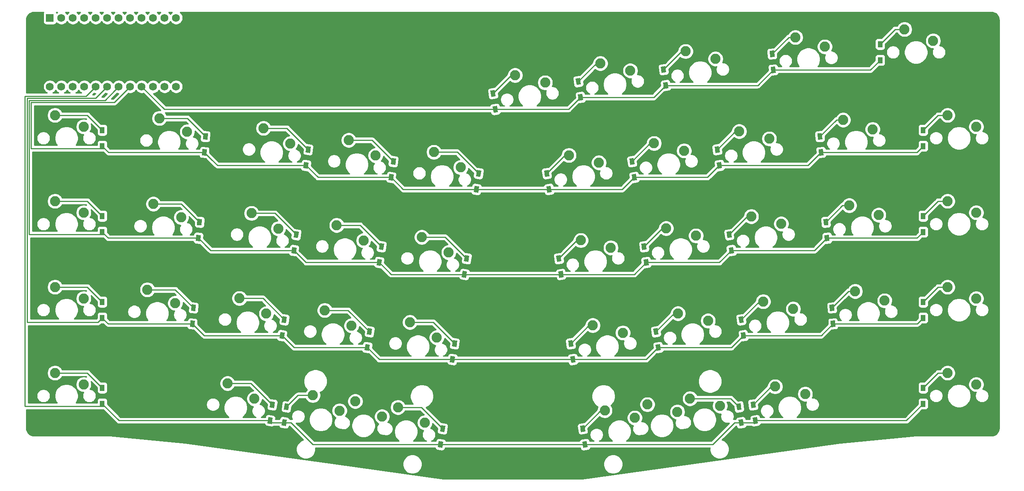
<source format=gbr>
G04 #@! TF.GenerationSoftware,KiCad,Pcbnew,(5.1.4)-1*
G04 #@! TF.CreationDate,2021-09-15T23:15:30-10:00*
G04 #@! TF.ProjectId,oya38split,6f796133-3873-4706-9c69-742e6b696361,rev?*
G04 #@! TF.SameCoordinates,Original*
G04 #@! TF.FileFunction,Copper,L1,Top*
G04 #@! TF.FilePolarity,Positive*
%FSLAX46Y46*%
G04 Gerber Fmt 4.6, Leading zero omitted, Abs format (unit mm)*
G04 Created by KiCad (PCBNEW (5.1.4)-1) date 2021-09-15 23:15:30*
%MOMM*%
%LPD*%
G04 APERTURE LIST*
%ADD10C,2.250000*%
%ADD11C,1.752600*%
%ADD12R,1.752600X1.752600*%
%ADD13R,1.000000X1.400000*%
%ADD14C,1.000000*%
%ADD15C,0.100000*%
%ADD16C,0.250000*%
%ADD17C,0.254000*%
G04 APERTURE END LIST*
D10*
X195223341Y-114901098D03*
X201865043Y-116532630D03*
X54610000Y-52070000D03*
X60960000Y-54610000D03*
X185791038Y-116226722D03*
X192432740Y-117858254D03*
X121122150Y-115519723D03*
X127056853Y-118918753D03*
X242728750Y-33020000D03*
X249078750Y-35560000D03*
X225079788Y-36887915D03*
X218568074Y-34797056D03*
X194236077Y-37915440D03*
X200877779Y-39546972D03*
X175371470Y-40566688D03*
X182013172Y-42198220D03*
X156506863Y-43217936D03*
X163148565Y-44849468D03*
X252253750Y-109220000D03*
X258603750Y-111760000D03*
X214087948Y-112249851D03*
X220729650Y-113881383D03*
X176358735Y-117552346D03*
X183000437Y-119183878D03*
X130554453Y-116845347D03*
X136489156Y-120244377D03*
X111689847Y-114194099D03*
X117624550Y-117593129D03*
X92825240Y-111542852D03*
X98759943Y-114941882D03*
X54610000Y-109220000D03*
X60960000Y-111760000D03*
X252253750Y-90170000D03*
X258603750Y-92710000D03*
X231803185Y-91106901D03*
X238314899Y-93197760D03*
X211436701Y-93385244D03*
X218078403Y-95016776D03*
X192572093Y-96036492D03*
X199213795Y-97668024D03*
X173707487Y-98687739D03*
X180349189Y-100319271D03*
X133205701Y-97980740D03*
X139140404Y-101379770D03*
X114341095Y-95329493D03*
X120275798Y-98728523D03*
X95476487Y-92678245D03*
X101411190Y-96077275D03*
X75072939Y-90752538D03*
X81230289Y-93729304D03*
X54610000Y-90170000D03*
X60960000Y-92710000D03*
X252253750Y-71120000D03*
X258603750Y-73660000D03*
X230474324Y-72103306D03*
X236986038Y-74194165D03*
X208785453Y-74520637D03*
X215427155Y-76152169D03*
X189920847Y-77171884D03*
X196562549Y-78803416D03*
X171056239Y-79823132D03*
X177697941Y-81454664D03*
X135856949Y-79116133D03*
X141791652Y-82515163D03*
X116992341Y-76464885D03*
X122927044Y-79863915D03*
X98127735Y-73813638D03*
X104062438Y-77212668D03*
X76401800Y-71748943D03*
X82559150Y-74725709D03*
X54610000Y-71120000D03*
X60960000Y-73660000D03*
X252253750Y-52070000D03*
X258603750Y-54610000D03*
X229145463Y-53099711D03*
X235657177Y-55190570D03*
X206134205Y-55656030D03*
X212775907Y-57287562D03*
X187269599Y-58307278D03*
X193911301Y-59938810D03*
X168404992Y-60958525D03*
X175046694Y-62590057D03*
X138508196Y-60251526D03*
X144442899Y-63650556D03*
X119643589Y-57600279D03*
X125578292Y-60999309D03*
X100778983Y-54949031D03*
X106713686Y-58348061D03*
X77730661Y-52745348D03*
X83888011Y-55722114D03*
D11*
X53498750Y-45720000D03*
X81438750Y-30480000D03*
X56038750Y-45720000D03*
X58578750Y-45720000D03*
X61118750Y-45720000D03*
X63658750Y-45720000D03*
X66198750Y-45720000D03*
X68738750Y-45720000D03*
X71278750Y-45720000D03*
X73818750Y-45720000D03*
X76358750Y-45720000D03*
X78898750Y-45720000D03*
X81438750Y-45720000D03*
X78898750Y-30480000D03*
X76358750Y-30480000D03*
X73818750Y-30480000D03*
X71278750Y-30480000D03*
X68738750Y-30480000D03*
X66198750Y-30480000D03*
X63658750Y-30480000D03*
X61118750Y-30480000D03*
X58578750Y-30480000D03*
X56038750Y-30480000D03*
D12*
X53498750Y-30480000D03*
D13*
X237331250Y-36325000D03*
X237331250Y-39875000D03*
D14*
X213661903Y-42011868D03*
D15*
G36*
X214209515Y-42675285D02*
G01*
X213211951Y-42745041D01*
X213114291Y-41348451D01*
X214111855Y-41278695D01*
X214209515Y-42675285D01*
X214209515Y-42675285D01*
G37*
D14*
X213414267Y-38470516D03*
D15*
G36*
X213961879Y-39133933D02*
G01*
X212964315Y-39203689D01*
X212866655Y-37807099D01*
X213864219Y-37737343D01*
X213961879Y-39133933D01*
X213961879Y-39133933D01*
G37*
D14*
X189351072Y-41939463D03*
D15*
G36*
X189943627Y-42563064D02*
G01*
X188953359Y-42702237D01*
X188758517Y-41315862D01*
X189748785Y-41176689D01*
X189943627Y-42563064D01*
X189943627Y-42563064D01*
G37*
D14*
X189845136Y-45454915D03*
D15*
G36*
X190437691Y-46078516D02*
G01*
X189447423Y-46217689D01*
X189252581Y-44831314D01*
X190242849Y-44692141D01*
X190437691Y-46078516D01*
X190437691Y-46078516D01*
G37*
D14*
X170486465Y-44590711D03*
D15*
G36*
X171079020Y-45214312D02*
G01*
X170088752Y-45353485D01*
X169893910Y-43967110D01*
X170884178Y-43827937D01*
X171079020Y-45214312D01*
X171079020Y-45214312D01*
G37*
D14*
X170980529Y-48106163D03*
D15*
G36*
X171573084Y-48729764D02*
G01*
X170582816Y-48868937D01*
X170387974Y-47482562D01*
X171378242Y-47343389D01*
X171573084Y-48729764D01*
X171573084Y-48729764D01*
G37*
D14*
X151621858Y-47241958D03*
D15*
G36*
X152214413Y-47865559D02*
G01*
X151224145Y-48004732D01*
X151029303Y-46618357D01*
X152019571Y-46479184D01*
X152214413Y-47865559D01*
X152214413Y-47865559D01*
G37*
D14*
X152115922Y-50757410D03*
D15*
G36*
X152708477Y-51381011D02*
G01*
X151718209Y-51520184D01*
X151523367Y-50133809D01*
X152513635Y-49994636D01*
X152708477Y-51381011D01*
X152708477Y-51381011D01*
G37*
D13*
X246856250Y-112525000D03*
X246856250Y-116075000D03*
D14*
X209202944Y-116273873D03*
D15*
G36*
X209795499Y-116897474D02*
G01*
X208805231Y-117036647D01*
X208610389Y-115650272D01*
X209600657Y-115511099D01*
X209795499Y-116897474D01*
X209795499Y-116897474D01*
G37*
D14*
X209697008Y-119789325D03*
D15*
G36*
X210289563Y-120412926D02*
G01*
X209299295Y-120552099D01*
X209104453Y-119165724D01*
X210094721Y-119026551D01*
X210289563Y-120412926D01*
X210289563Y-120412926D01*
G37*
D14*
X206058842Y-116715748D03*
D15*
G36*
X206651397Y-117339349D02*
G01*
X205661129Y-117478522D01*
X205466287Y-116092147D01*
X206456555Y-115952974D01*
X206651397Y-117339349D01*
X206651397Y-117339349D01*
G37*
D14*
X206552906Y-120231200D03*
D15*
G36*
X207145461Y-120854801D02*
G01*
X206155193Y-120993974D01*
X205960351Y-119607599D01*
X206950619Y-119468426D01*
X207145461Y-120854801D01*
X207145461Y-120854801D01*
G37*
D14*
X171473729Y-121576369D03*
D15*
G36*
X172066284Y-122199970D02*
G01*
X171076016Y-122339143D01*
X170881174Y-120952768D01*
X171871442Y-120813595D01*
X172066284Y-122199970D01*
X172066284Y-122199970D01*
G37*
D14*
X171967793Y-125091821D03*
D15*
G36*
X172560348Y-125715422D02*
G01*
X171570080Y-125854595D01*
X171375238Y-124468220D01*
X172365506Y-124329047D01*
X172560348Y-125715422D01*
X172560348Y-125715422D01*
G37*
D14*
X140470021Y-121576369D03*
D15*
G36*
X140867734Y-122339143D02*
G01*
X139877466Y-122199970D01*
X140072308Y-120813595D01*
X141062576Y-120952768D01*
X140867734Y-122339143D01*
X140867734Y-122339143D01*
G37*
D14*
X139975957Y-125091821D03*
D15*
G36*
X140373670Y-125854595D02*
G01*
X139383402Y-125715422D01*
X139578244Y-124329047D01*
X140568512Y-124468220D01*
X140373670Y-125854595D01*
X140373670Y-125854595D01*
G37*
D14*
X105884908Y-116715748D03*
D15*
G36*
X106282621Y-117478522D02*
G01*
X105292353Y-117339349D01*
X105487195Y-115952974D01*
X106477463Y-116092147D01*
X106282621Y-117478522D01*
X106282621Y-117478522D01*
G37*
D14*
X105390844Y-120231200D03*
D15*
G36*
X105788557Y-120993974D02*
G01*
X104798289Y-120854801D01*
X104993131Y-119468426D01*
X105983399Y-119607599D01*
X105788557Y-120993974D01*
X105788557Y-120993974D01*
G37*
D14*
X102740806Y-116273873D03*
D15*
G36*
X103138519Y-117036647D02*
G01*
X102148251Y-116897474D01*
X102343093Y-115511099D01*
X103333361Y-115650272D01*
X103138519Y-117036647D01*
X103138519Y-117036647D01*
G37*
D14*
X102246742Y-119789325D03*
D15*
G36*
X102644455Y-120552099D02*
G01*
X101654187Y-120412926D01*
X101849029Y-119026551D01*
X102839297Y-119165724D01*
X102644455Y-120552099D01*
X102644455Y-120552099D01*
G37*
D13*
X65087500Y-112525000D03*
X65087500Y-116075000D03*
X246856250Y-93475000D03*
X246856250Y-97025000D03*
D14*
X226649378Y-94780361D03*
D15*
G36*
X227196990Y-95443778D02*
G01*
X226199426Y-95513534D01*
X226101766Y-94116944D01*
X227099330Y-94047188D01*
X227196990Y-95443778D01*
X227196990Y-95443778D01*
G37*
D14*
X226897014Y-98321713D03*
D15*
G36*
X227444626Y-98985130D02*
G01*
X226447062Y-99054886D01*
X226349402Y-97658296D01*
X227346966Y-97588540D01*
X227444626Y-98985130D01*
X227444626Y-98985130D01*
G37*
D14*
X206551696Y-97409267D03*
D15*
G36*
X207144251Y-98032868D02*
G01*
X206153983Y-98172041D01*
X205959141Y-96785666D01*
X206949409Y-96646493D01*
X207144251Y-98032868D01*
X207144251Y-98032868D01*
G37*
D14*
X207045760Y-100924719D03*
D15*
G36*
X207638315Y-101548320D02*
G01*
X206648047Y-101687493D01*
X206453205Y-100301118D01*
X207443473Y-100161945D01*
X207638315Y-101548320D01*
X207638315Y-101548320D01*
G37*
D14*
X187687089Y-100060514D03*
D15*
G36*
X188279644Y-100684115D02*
G01*
X187289376Y-100823288D01*
X187094534Y-99436913D01*
X188084802Y-99297740D01*
X188279644Y-100684115D01*
X188279644Y-100684115D01*
G37*
D14*
X188181153Y-103575966D03*
D15*
G36*
X188773708Y-104199567D02*
G01*
X187783440Y-104338740D01*
X187588598Y-102952365D01*
X188578866Y-102813192D01*
X188773708Y-104199567D01*
X188773708Y-104199567D01*
G37*
D14*
X168822483Y-102711761D03*
D15*
G36*
X169415038Y-103335362D02*
G01*
X168424770Y-103474535D01*
X168229928Y-102088160D01*
X169220196Y-101948987D01*
X169415038Y-103335362D01*
X169415038Y-103335362D01*
G37*
D14*
X169316547Y-106227213D03*
D15*
G36*
X169909102Y-106850814D02*
G01*
X168918834Y-106989987D01*
X168723992Y-105603612D01*
X169714260Y-105464439D01*
X169909102Y-106850814D01*
X169909102Y-106850814D01*
G37*
D14*
X142627203Y-106227213D03*
D15*
G36*
X143024916Y-106989987D02*
G01*
X142034648Y-106850814D01*
X142229490Y-105464439D01*
X143219758Y-105603612D01*
X143024916Y-106989987D01*
X143024916Y-106989987D01*
G37*
D14*
X143121267Y-102711761D03*
D15*
G36*
X143518980Y-103474535D02*
G01*
X142528712Y-103335362D01*
X142723554Y-101948987D01*
X143713822Y-102088160D01*
X143518980Y-103474535D01*
X143518980Y-103474535D01*
G37*
D14*
X123762597Y-103575966D03*
D15*
G36*
X124160310Y-104338740D02*
G01*
X123170042Y-104199567D01*
X123364884Y-102813192D01*
X124355152Y-102952365D01*
X124160310Y-104338740D01*
X124160310Y-104338740D01*
G37*
D14*
X124256661Y-100060514D03*
D15*
G36*
X124654374Y-100823288D02*
G01*
X123664106Y-100684115D01*
X123858948Y-99297740D01*
X124849216Y-99436913D01*
X124654374Y-100823288D01*
X124654374Y-100823288D01*
G37*
D14*
X105392054Y-97409267D03*
D15*
G36*
X105789767Y-98172041D02*
G01*
X104799499Y-98032868D01*
X104994341Y-96646493D01*
X105984609Y-96785666D01*
X105789767Y-98172041D01*
X105789767Y-98172041D01*
G37*
D14*
X104897990Y-100924719D03*
D15*
G36*
X105295703Y-101687493D02*
G01*
X104305435Y-101548320D01*
X104500277Y-100161945D01*
X105490545Y-100301118D01*
X105295703Y-101687493D01*
X105295703Y-101687493D01*
G37*
D14*
X85294372Y-94780361D03*
D15*
G36*
X85744324Y-95513534D02*
G01*
X84746760Y-95443778D01*
X84844420Y-94047188D01*
X85841984Y-94116944D01*
X85744324Y-95513534D01*
X85744324Y-95513534D01*
G37*
D14*
X85046736Y-98321713D03*
D15*
G36*
X85496688Y-99054886D02*
G01*
X84499124Y-98985130D01*
X84596784Y-97588540D01*
X85594348Y-97658296D01*
X85496688Y-99054886D01*
X85496688Y-99054886D01*
G37*
D13*
X65087500Y-93475000D03*
X65087500Y-97025000D03*
X246856250Y-74425000D03*
X246856250Y-77975000D03*
D14*
X225320517Y-75776766D03*
D15*
G36*
X225868129Y-76440183D02*
G01*
X224870565Y-76509939D01*
X224772905Y-75113349D01*
X225770469Y-75043593D01*
X225868129Y-76440183D01*
X225868129Y-76440183D01*
G37*
D14*
X225568153Y-79318118D03*
D15*
G36*
X226115765Y-79981535D02*
G01*
X225118201Y-80051291D01*
X225020541Y-78654701D01*
X226018105Y-78584945D01*
X226115765Y-79981535D01*
X226115765Y-79981535D01*
G37*
D14*
X203900448Y-78544660D03*
D15*
G36*
X204493003Y-79168261D02*
G01*
X203502735Y-79307434D01*
X203307893Y-77921059D01*
X204298161Y-77781886D01*
X204493003Y-79168261D01*
X204493003Y-79168261D01*
G37*
D14*
X204394512Y-82060112D03*
D15*
G36*
X204987067Y-82683713D02*
G01*
X203996799Y-82822886D01*
X203801957Y-81436511D01*
X204792225Y-81297338D01*
X204987067Y-82683713D01*
X204987067Y-82683713D01*
G37*
D14*
X185035841Y-81195907D03*
D15*
G36*
X185628396Y-81819508D02*
G01*
X184638128Y-81958681D01*
X184443286Y-80572306D01*
X185433554Y-80433133D01*
X185628396Y-81819508D01*
X185628396Y-81819508D01*
G37*
D14*
X185529905Y-84711359D03*
D15*
G36*
X186122460Y-85334960D02*
G01*
X185132192Y-85474133D01*
X184937350Y-84087758D01*
X185927618Y-83948585D01*
X186122460Y-85334960D01*
X186122460Y-85334960D01*
G37*
D14*
X166171235Y-83847154D03*
D15*
G36*
X166763790Y-84470755D02*
G01*
X165773522Y-84609928D01*
X165578680Y-83223553D01*
X166568948Y-83084380D01*
X166763790Y-84470755D01*
X166763790Y-84470755D01*
G37*
D14*
X166665299Y-87362606D03*
D15*
G36*
X167257854Y-87986207D02*
G01*
X166267586Y-88125380D01*
X166072744Y-86739005D01*
X167063012Y-86599832D01*
X167257854Y-87986207D01*
X167257854Y-87986207D01*
G37*
D14*
X145772515Y-83847154D03*
D15*
G36*
X146170228Y-84609928D02*
G01*
X145179960Y-84470755D01*
X145374802Y-83084380D01*
X146365070Y-83223553D01*
X146170228Y-84609928D01*
X146170228Y-84609928D01*
G37*
D14*
X145278451Y-87362606D03*
D15*
G36*
X145676164Y-88125380D02*
G01*
X144685896Y-87986207D01*
X144880738Y-86599832D01*
X145871006Y-86739005D01*
X145676164Y-88125380D01*
X145676164Y-88125380D01*
G37*
D14*
X126907909Y-81195907D03*
D15*
G36*
X127305622Y-81958681D02*
G01*
X126315354Y-81819508D01*
X126510196Y-80433133D01*
X127500464Y-80572306D01*
X127305622Y-81958681D01*
X127305622Y-81958681D01*
G37*
D14*
X126413845Y-84711359D03*
D15*
G36*
X126811558Y-85474133D02*
G01*
X125821290Y-85334960D01*
X126016132Y-83948585D01*
X127006400Y-84087758D01*
X126811558Y-85474133D01*
X126811558Y-85474133D01*
G37*
D14*
X108043302Y-78544660D03*
D15*
G36*
X108441015Y-79307434D02*
G01*
X107450747Y-79168261D01*
X107645589Y-77781886D01*
X108635857Y-77921059D01*
X108441015Y-79307434D01*
X108441015Y-79307434D01*
G37*
D14*
X107549238Y-82060112D03*
D15*
G36*
X107946951Y-82822886D02*
G01*
X106956683Y-82683713D01*
X107151525Y-81297338D01*
X108141793Y-81436511D01*
X107946951Y-82822886D01*
X107946951Y-82822886D01*
G37*
D14*
X86623233Y-75776766D03*
D15*
G36*
X87073185Y-76509939D02*
G01*
X86075621Y-76440183D01*
X86173281Y-75043593D01*
X87170845Y-75113349D01*
X87073185Y-76509939D01*
X87073185Y-76509939D01*
G37*
D14*
X86375597Y-79318118D03*
D15*
G36*
X86825549Y-80051291D02*
G01*
X85827985Y-79981535D01*
X85925645Y-78584945D01*
X86923209Y-78654701D01*
X86825549Y-80051291D01*
X86825549Y-80051291D01*
G37*
D13*
X65087500Y-74425000D03*
X65087500Y-77975000D03*
X246856250Y-55375000D03*
X246856250Y-58925000D03*
D14*
X223991657Y-56773171D03*
D15*
G36*
X224539269Y-57436588D02*
G01*
X223541705Y-57506344D01*
X223444045Y-56109754D01*
X224441609Y-56039998D01*
X224539269Y-57436588D01*
X224539269Y-57436588D01*
G37*
D14*
X224239293Y-60314523D03*
D15*
G36*
X224786905Y-60977940D02*
G01*
X223789341Y-61047696D01*
X223691681Y-59651106D01*
X224689245Y-59581350D01*
X224786905Y-60977940D01*
X224786905Y-60977940D01*
G37*
D14*
X201249200Y-59680052D03*
D15*
G36*
X201841755Y-60303653D02*
G01*
X200851487Y-60442826D01*
X200656645Y-59056451D01*
X201646913Y-58917278D01*
X201841755Y-60303653D01*
X201841755Y-60303653D01*
G37*
D14*
X201743264Y-63195504D03*
D15*
G36*
X202335819Y-63819105D02*
G01*
X201345551Y-63958278D01*
X201150709Y-62571903D01*
X202140977Y-62432730D01*
X202335819Y-63819105D01*
X202335819Y-63819105D01*
G37*
D14*
X182384594Y-62331300D03*
D15*
G36*
X182977149Y-62954901D02*
G01*
X181986881Y-63094074D01*
X181792039Y-61707699D01*
X182782307Y-61568526D01*
X182977149Y-62954901D01*
X182977149Y-62954901D01*
G37*
D14*
X182878658Y-65846752D03*
D15*
G36*
X183471213Y-66470353D02*
G01*
X182480945Y-66609526D01*
X182286103Y-65223151D01*
X183276371Y-65083978D01*
X183471213Y-66470353D01*
X183471213Y-66470353D01*
G37*
D14*
X163519987Y-64982548D03*
D15*
G36*
X164112542Y-65606149D02*
G01*
X163122274Y-65745322D01*
X162927432Y-64358947D01*
X163917700Y-64219774D01*
X164112542Y-65606149D01*
X164112542Y-65606149D01*
G37*
D14*
X164014051Y-68498000D03*
D15*
G36*
X164606606Y-69121601D02*
G01*
X163616338Y-69260774D01*
X163421496Y-67874399D01*
X164411764Y-67735226D01*
X164606606Y-69121601D01*
X164606606Y-69121601D01*
G37*
D14*
X148423763Y-64982548D03*
D15*
G36*
X148821476Y-65745322D02*
G01*
X147831208Y-65606149D01*
X148026050Y-64219774D01*
X149016318Y-64358947D01*
X148821476Y-65745322D01*
X148821476Y-65745322D01*
G37*
D14*
X147929699Y-68498000D03*
D15*
G36*
X148327412Y-69260774D02*
G01*
X147337144Y-69121601D01*
X147531986Y-67735226D01*
X148522254Y-67874399D01*
X148327412Y-69260774D01*
X148327412Y-69260774D01*
G37*
D14*
X129559156Y-62331300D03*
D15*
G36*
X129956869Y-63094074D02*
G01*
X128966601Y-62954901D01*
X129161443Y-61568526D01*
X130151711Y-61707699D01*
X129956869Y-63094074D01*
X129956869Y-63094074D01*
G37*
D14*
X129065092Y-65846752D03*
D15*
G36*
X129462805Y-66609526D02*
G01*
X128472537Y-66470353D01*
X128667379Y-65083978D01*
X129657647Y-65223151D01*
X129462805Y-66609526D01*
X129462805Y-66609526D01*
G37*
D14*
X110694550Y-59680052D03*
D15*
G36*
X111092263Y-60442826D02*
G01*
X110101995Y-60303653D01*
X110296837Y-58917278D01*
X111287105Y-59056451D01*
X111092263Y-60442826D01*
X111092263Y-60442826D01*
G37*
D14*
X110200486Y-63195504D03*
D15*
G36*
X110598199Y-63958278D02*
G01*
X109607931Y-63819105D01*
X109802773Y-62432730D01*
X110793041Y-62571903D01*
X110598199Y-63958278D01*
X110598199Y-63958278D01*
G37*
D14*
X87704457Y-60314523D03*
D15*
G36*
X88154409Y-61047696D02*
G01*
X87156845Y-60977940D01*
X87254505Y-59581350D01*
X88252069Y-59651106D01*
X88154409Y-61047696D01*
X88154409Y-61047696D01*
G37*
D14*
X87952093Y-56773171D03*
D15*
G36*
X88402045Y-57506344D02*
G01*
X87404481Y-57436588D01*
X87502141Y-56039998D01*
X88499705Y-56109754D01*
X88402045Y-57506344D01*
X88402045Y-57506344D01*
G37*
D13*
X65087500Y-58925000D03*
X65087500Y-55375000D03*
D16*
X54610000Y-52070000D02*
X61782500Y-52070000D01*
X61782500Y-52070000D02*
X65087500Y-55375000D01*
X83924270Y-52745348D02*
X87952093Y-56773171D01*
X77730661Y-52745348D02*
X83924270Y-52745348D01*
X105963529Y-54949031D02*
X110694550Y-59680052D01*
X100778983Y-54949031D02*
X105963529Y-54949031D01*
X124828135Y-57600279D02*
X129559156Y-62331300D01*
X119643589Y-57600279D02*
X124828135Y-57600279D01*
X143692741Y-60251526D02*
X148423763Y-64982548D01*
X138508196Y-60251526D02*
X143692741Y-60251526D01*
X167544010Y-60958525D02*
X163519987Y-64982548D01*
X168404992Y-60958525D02*
X167544010Y-60958525D01*
X186408616Y-58307278D02*
X182384594Y-62331300D01*
X187269599Y-58307278D02*
X186408616Y-58307278D01*
X205273222Y-55656030D02*
X201249200Y-59680052D01*
X206134205Y-55656030D02*
X205273222Y-55656030D01*
X227665117Y-53099711D02*
X223991657Y-56773171D01*
X229145463Y-53099711D02*
X227665117Y-53099711D01*
X250161250Y-52070000D02*
X246856250Y-55375000D01*
X252253750Y-52070000D02*
X250161250Y-52070000D01*
X61782500Y-71120000D02*
X65087500Y-74425000D01*
X54610000Y-71120000D02*
X61782500Y-71120000D01*
X82595410Y-71748943D02*
X86623233Y-75776766D01*
X76401800Y-71748943D02*
X82595410Y-71748943D01*
X103312280Y-73813638D02*
X108043302Y-78544660D01*
X98127735Y-73813638D02*
X103312280Y-73813638D01*
X122176887Y-76464885D02*
X126907909Y-81195907D01*
X116992341Y-76464885D02*
X122176887Y-76464885D01*
X141041494Y-79116133D02*
X145772515Y-83847154D01*
X135856949Y-79116133D02*
X141041494Y-79116133D01*
X170195257Y-79823132D02*
X166171235Y-83847154D01*
X171056239Y-79823132D02*
X170195257Y-79823132D01*
X189059864Y-77171884D02*
X185035841Y-81195907D01*
X189920847Y-77171884D02*
X189059864Y-77171884D01*
X207924471Y-74520637D02*
X203900448Y-78544660D01*
X208785453Y-74520637D02*
X207924471Y-74520637D01*
X228993977Y-72103306D02*
X225320517Y-75776766D01*
X230474324Y-72103306D02*
X228993977Y-72103306D01*
X250161250Y-71120000D02*
X246856250Y-74425000D01*
X252253750Y-71120000D02*
X250161250Y-71120000D01*
X61782500Y-90170000D02*
X65087500Y-93475000D01*
X54610000Y-90170000D02*
X61782500Y-90170000D01*
X81266549Y-90752538D02*
X85294372Y-94780361D01*
X75072939Y-90752538D02*
X81266549Y-90752538D01*
X100661032Y-92678245D02*
X105392054Y-97409267D01*
X95476487Y-92678245D02*
X100661032Y-92678245D01*
X119525640Y-95329493D02*
X124256661Y-100060514D01*
X114341095Y-95329493D02*
X119525640Y-95329493D01*
X138390246Y-97980740D02*
X143121267Y-102711761D01*
X133205701Y-97980740D02*
X138390246Y-97980740D01*
X172846505Y-98687739D02*
X168822483Y-102711761D01*
X173707487Y-98687739D02*
X172846505Y-98687739D01*
X191711111Y-96036492D02*
X187687089Y-100060514D01*
X192572093Y-96036492D02*
X191711111Y-96036492D01*
X210575719Y-93385244D02*
X206551696Y-97409267D01*
X211436701Y-93385244D02*
X210575719Y-93385244D01*
X230322838Y-91106901D02*
X226649378Y-94780361D01*
X231803185Y-91106901D02*
X230322838Y-91106901D01*
X250161250Y-90170000D02*
X246856250Y-93475000D01*
X252253750Y-90170000D02*
X250161250Y-90170000D01*
X61782500Y-109220000D02*
X65087500Y-112525000D01*
X54610000Y-109220000D02*
X61782500Y-109220000D01*
X98009785Y-111542852D02*
X102740806Y-116273873D01*
X92825240Y-111542852D02*
X98009785Y-111542852D01*
X108406557Y-114194099D02*
X105884908Y-116715748D01*
X111689847Y-114194099D02*
X108406557Y-114194099D01*
X135738999Y-116845347D02*
X140470021Y-121576369D01*
X130554453Y-116845347D02*
X135738999Y-116845347D01*
X175497752Y-117552346D02*
X171473729Y-121576369D01*
X176358735Y-117552346D02*
X175497752Y-117552346D01*
X204244192Y-114901098D02*
X206058842Y-116715748D01*
X195223341Y-114901098D02*
X204244192Y-114901098D01*
X213226966Y-112249851D02*
X209202944Y-116273873D01*
X214087948Y-112249851D02*
X213226966Y-112249851D01*
X250161250Y-109220000D02*
X246856250Y-112525000D01*
X252253750Y-109220000D02*
X250161250Y-109220000D01*
X155645880Y-43217936D02*
X151621858Y-47241958D01*
X156506863Y-43217936D02*
X155645880Y-43217936D01*
X174510488Y-40566688D02*
X170486465Y-44590711D01*
X175371470Y-40566688D02*
X174510488Y-40566688D01*
X193375095Y-37915440D02*
X189351072Y-41939463D01*
X194236077Y-37915440D02*
X193375095Y-37915440D01*
X217087727Y-34797056D02*
X213414267Y-38470516D01*
X218568074Y-34797056D02*
X217087727Y-34797056D01*
X240636250Y-33020000D02*
X237331250Y-36325000D01*
X242728750Y-33020000D02*
X240636250Y-33020000D01*
X164014051Y-68498000D02*
X147929699Y-68498000D01*
X224840513Y-60314523D02*
X224239293Y-60314523D01*
X246856250Y-58925000D02*
X245466727Y-60314523D01*
X245466727Y-60314523D02*
X224840513Y-60314523D01*
X66477023Y-60314523D02*
X65087500Y-58925000D01*
X87704457Y-60314523D02*
X66477023Y-60314523D01*
X67786250Y-49212500D02*
X71278750Y-45720000D01*
X49325043Y-49212500D02*
X67786250Y-49212500D01*
X49325043Y-59468901D02*
X49325043Y-49212500D01*
X65087500Y-58925000D02*
X64543599Y-59468901D01*
X64543599Y-59468901D02*
X49325043Y-59468901D01*
X131716340Y-68498000D02*
X129065092Y-65846752D01*
X147929699Y-68498000D02*
X131716340Y-68498000D01*
X180227410Y-68498000D02*
X182878658Y-65846752D01*
X164014051Y-68498000D02*
X180227410Y-68498000D01*
X89302434Y-61912500D02*
X87704457Y-60314523D01*
X110200486Y-63195504D02*
X90585438Y-63195504D01*
X90585438Y-63195504D02*
X89302434Y-61912500D01*
X112851734Y-65846752D02*
X129065092Y-65846752D01*
X110200486Y-63195504D02*
X112851734Y-65846752D01*
X199092016Y-65846752D02*
X182878658Y-65846752D01*
X201743264Y-63195504D02*
X199092016Y-65846752D01*
X221358312Y-63195504D02*
X201743264Y-63195504D01*
X224239293Y-60314523D02*
X221358312Y-63195504D01*
X166665299Y-87362606D02*
X145278451Y-87362606D01*
X226169373Y-79318118D02*
X225568153Y-79318118D01*
X246856250Y-77975000D02*
X245513132Y-79318118D01*
X245513132Y-79318118D02*
X226169373Y-79318118D01*
X66430618Y-79318118D02*
X65087500Y-77975000D01*
X86375597Y-79318118D02*
X66430618Y-79318118D01*
X182878658Y-87362606D02*
X185529905Y-84711359D01*
X166665299Y-87362606D02*
X182878658Y-87362606D01*
X129065092Y-87362606D02*
X126413845Y-84711359D01*
X145278451Y-87362606D02*
X129065092Y-87362606D01*
X65696261Y-48762489D02*
X67862451Y-46596299D01*
X48875032Y-48762489D02*
X65696261Y-48762489D01*
X64543599Y-78518901D02*
X48875032Y-78518901D01*
X65087500Y-77975000D02*
X64543599Y-78518901D01*
X48875032Y-78518901D02*
X48875032Y-48762489D01*
X67862451Y-46596299D02*
X68738750Y-45720000D01*
X222826159Y-82060112D02*
X204394512Y-82060112D01*
X225568153Y-79318118D02*
X222826159Y-82060112D01*
X201743265Y-84711359D02*
X185529905Y-84711359D01*
X204394512Y-82060112D02*
X201743265Y-84711359D01*
X110200485Y-84711359D02*
X107549238Y-82060112D01*
X126413845Y-84711359D02*
X110200485Y-84711359D01*
X88019979Y-80962500D02*
X86375597Y-79318118D01*
X107549238Y-82060112D02*
X89117591Y-82060112D01*
X89117591Y-82060112D02*
X88019979Y-80962500D01*
X169316547Y-106227213D02*
X142627203Y-106227213D01*
X227498234Y-98321713D02*
X226897014Y-98321713D01*
X246856250Y-97025000D02*
X245559537Y-98321713D01*
X245559537Y-98321713D02*
X227498234Y-98321713D01*
X66384213Y-98321713D02*
X65087500Y-97025000D01*
X85046736Y-98321713D02*
X66384213Y-98321713D01*
X126413844Y-106227213D02*
X123762597Y-103575966D01*
X142627203Y-106227213D02*
X126413844Y-106227213D01*
X185529906Y-106227213D02*
X188181153Y-103575966D01*
X169316547Y-106227213D02*
X185529906Y-106227213D01*
X64137500Y-97975000D02*
X65087500Y-97025000D01*
X48425021Y-97975000D02*
X64137500Y-97975000D01*
X48425021Y-48312478D02*
X48425021Y-97975000D01*
X66198750Y-45720000D02*
X63606272Y-48312478D01*
X63606272Y-48312478D02*
X48425021Y-48312478D01*
X87649742Y-100924719D02*
X104897990Y-100924719D01*
X85046736Y-98321713D02*
X87649742Y-100924719D01*
X107549237Y-103575966D02*
X123762597Y-103575966D01*
X104897990Y-100924719D02*
X107549237Y-103575966D01*
X204394513Y-103575966D02*
X188181153Y-103575966D01*
X207045760Y-100924719D02*
X204394513Y-103575966D01*
X224294008Y-100924719D02*
X207045760Y-100924719D01*
X226897014Y-98321713D02*
X224294008Y-100924719D01*
X171967793Y-125091821D02*
X139975957Y-125091821D01*
X209255133Y-120231200D02*
X209697008Y-119789325D01*
X206552906Y-120231200D02*
X209255133Y-120231200D01*
X139975957Y-125091821D02*
X111715283Y-125091821D01*
X111715283Y-125091821D02*
X106854662Y-120231200D01*
X210301921Y-119789325D02*
X209697008Y-119789325D01*
X246856250Y-116075000D02*
X243141925Y-119789325D01*
X243141925Y-119789325D02*
X210301921Y-119789325D01*
X106854662Y-120231200D02*
X105390844Y-120231200D01*
X102688617Y-120231200D02*
X102246742Y-119789325D01*
X105390844Y-120231200D02*
X102688617Y-120231200D01*
X200228467Y-125091821D02*
X205089088Y-120231200D01*
X171967793Y-125091821D02*
X200228467Y-125091821D01*
X205089088Y-120231200D02*
X205947993Y-120231200D01*
X205947993Y-120231200D02*
X206552906Y-120231200D01*
X102246742Y-119789325D02*
X68801825Y-119789325D01*
X68801825Y-119789325D02*
X65087500Y-116075000D01*
X62782451Y-46596299D02*
X63658750Y-45720000D01*
X61516283Y-47862467D02*
X62782451Y-46596299D01*
X47975010Y-47862467D02*
X61516283Y-47862467D01*
X47975010Y-116618901D02*
X47975010Y-47862467D01*
X65087500Y-116075000D02*
X64543599Y-116618901D01*
X64543599Y-116618901D02*
X47975010Y-116618901D01*
X210218856Y-45454915D02*
X189845136Y-45454915D01*
X213661903Y-42011868D02*
X210218856Y-45454915D01*
X187193888Y-48106163D02*
X170980529Y-48106163D01*
X189845136Y-45454915D02*
X187193888Y-48106163D01*
X168329282Y-50757410D02*
X152115922Y-50757410D01*
X170980529Y-48106163D02*
X168329282Y-50757410D01*
X78856160Y-50757410D02*
X73818750Y-45720000D01*
X152115922Y-50757410D02*
X78856160Y-50757410D01*
X214263123Y-42011868D02*
X213661903Y-42011868D01*
X237331250Y-39875000D02*
X235194382Y-42011868D01*
X235194382Y-42011868D02*
X214263123Y-42011868D01*
D17*
G36*
X52091913Y-29249206D02*
G01*
X52032948Y-29359520D01*
X51996638Y-29479218D01*
X51984378Y-29603700D01*
X51984378Y-31356300D01*
X51996638Y-31480782D01*
X52032948Y-31600480D01*
X52091913Y-31710794D01*
X52171265Y-31807485D01*
X52267956Y-31886837D01*
X52378270Y-31945802D01*
X52497968Y-31982112D01*
X52622450Y-31994372D01*
X54375050Y-31994372D01*
X54499532Y-31982112D01*
X54619230Y-31945802D01*
X54729544Y-31886837D01*
X54826235Y-31807485D01*
X54905587Y-31710794D01*
X54964552Y-31600480D01*
X54977906Y-31556458D01*
X55075352Y-31653904D01*
X55322881Y-31819297D01*
X55597920Y-31933222D01*
X55889900Y-31991300D01*
X56187600Y-31991300D01*
X56479580Y-31933222D01*
X56754619Y-31819297D01*
X57002148Y-31653904D01*
X57212654Y-31443398D01*
X57308750Y-31299580D01*
X57404846Y-31443398D01*
X57615352Y-31653904D01*
X57862881Y-31819297D01*
X58137920Y-31933222D01*
X58429900Y-31991300D01*
X58727600Y-31991300D01*
X59019580Y-31933222D01*
X59294619Y-31819297D01*
X59542148Y-31653904D01*
X59752654Y-31443398D01*
X59848750Y-31299580D01*
X59944846Y-31443398D01*
X60155352Y-31653904D01*
X60402881Y-31819297D01*
X60677920Y-31933222D01*
X60969900Y-31991300D01*
X61267600Y-31991300D01*
X61559580Y-31933222D01*
X61834619Y-31819297D01*
X62082148Y-31653904D01*
X62292654Y-31443398D01*
X62388750Y-31299580D01*
X62484846Y-31443398D01*
X62695352Y-31653904D01*
X62942881Y-31819297D01*
X63217920Y-31933222D01*
X63509900Y-31991300D01*
X63807600Y-31991300D01*
X64099580Y-31933222D01*
X64374619Y-31819297D01*
X64622148Y-31653904D01*
X64832654Y-31443398D01*
X64928750Y-31299580D01*
X65024846Y-31443398D01*
X65235352Y-31653904D01*
X65482881Y-31819297D01*
X65757920Y-31933222D01*
X66049900Y-31991300D01*
X66347600Y-31991300D01*
X66639580Y-31933222D01*
X66914619Y-31819297D01*
X67162148Y-31653904D01*
X67372654Y-31443398D01*
X67468750Y-31299580D01*
X67564846Y-31443398D01*
X67775352Y-31653904D01*
X68022881Y-31819297D01*
X68297920Y-31933222D01*
X68589900Y-31991300D01*
X68887600Y-31991300D01*
X69179580Y-31933222D01*
X69454619Y-31819297D01*
X69702148Y-31653904D01*
X69912654Y-31443398D01*
X70008750Y-31299580D01*
X70104846Y-31443398D01*
X70315352Y-31653904D01*
X70562881Y-31819297D01*
X70837920Y-31933222D01*
X71129900Y-31991300D01*
X71427600Y-31991300D01*
X71719580Y-31933222D01*
X71994619Y-31819297D01*
X72242148Y-31653904D01*
X72452654Y-31443398D01*
X72548750Y-31299580D01*
X72644846Y-31443398D01*
X72855352Y-31653904D01*
X73102881Y-31819297D01*
X73377920Y-31933222D01*
X73669900Y-31991300D01*
X73967600Y-31991300D01*
X74259580Y-31933222D01*
X74534619Y-31819297D01*
X74782148Y-31653904D01*
X74992654Y-31443398D01*
X75088750Y-31299580D01*
X75184846Y-31443398D01*
X75395352Y-31653904D01*
X75642881Y-31819297D01*
X75917920Y-31933222D01*
X76209900Y-31991300D01*
X76507600Y-31991300D01*
X76799580Y-31933222D01*
X77074619Y-31819297D01*
X77322148Y-31653904D01*
X77532654Y-31443398D01*
X77628750Y-31299580D01*
X77724846Y-31443398D01*
X77935352Y-31653904D01*
X78182881Y-31819297D01*
X78457920Y-31933222D01*
X78749900Y-31991300D01*
X79047600Y-31991300D01*
X79339580Y-31933222D01*
X79614619Y-31819297D01*
X79862148Y-31653904D01*
X80072654Y-31443398D01*
X80168750Y-31299580D01*
X80264846Y-31443398D01*
X80475352Y-31653904D01*
X80722881Y-31819297D01*
X80997920Y-31933222D01*
X81289900Y-31991300D01*
X81587600Y-31991300D01*
X81879580Y-31933222D01*
X82154619Y-31819297D01*
X82402148Y-31653904D01*
X82612654Y-31443398D01*
X82778047Y-31195869D01*
X82891972Y-30920830D01*
X82950050Y-30628850D01*
X82950050Y-30331150D01*
X82891972Y-30039170D01*
X82778047Y-29764131D01*
X82612654Y-29516602D01*
X82402148Y-29306096D01*
X82295745Y-29235000D01*
X261905221Y-29235000D01*
X262271210Y-29270886D01*
X262592210Y-29367801D01*
X262888275Y-29525221D01*
X263148123Y-29737149D01*
X263361858Y-29995510D01*
X263521338Y-30290464D01*
X263620494Y-30610782D01*
X263658750Y-30974762D01*
X263658751Y-121411461D01*
X263622864Y-121777460D01*
X263525948Y-122098462D01*
X263368529Y-122394525D01*
X263156601Y-122654373D01*
X262898242Y-122868106D01*
X262603286Y-123027588D01*
X262282969Y-123126743D01*
X261918979Y-123165000D01*
X245269479Y-123165000D01*
X245238449Y-123164900D01*
X245237399Y-123165000D01*
X245236331Y-123165000D01*
X245205054Y-123168080D01*
X228555527Y-124753750D01*
X228541315Y-124754316D01*
X228523283Y-124756820D01*
X228505154Y-124758547D01*
X228491190Y-124761278D01*
X171404387Y-132690000D01*
X140539370Y-132690000D01*
X115880756Y-129265193D01*
X131589687Y-129265193D01*
X131589687Y-129690479D01*
X131672657Y-130107593D01*
X131835406Y-130500506D01*
X132071683Y-130854118D01*
X132372405Y-131154840D01*
X132726017Y-131391117D01*
X133118930Y-131553866D01*
X133536044Y-131636836D01*
X133961330Y-131636836D01*
X134378444Y-131553866D01*
X134771357Y-131391117D01*
X135124969Y-131154840D01*
X135425691Y-130854118D01*
X135661968Y-130500506D01*
X135824717Y-130107593D01*
X135907687Y-129690479D01*
X135907687Y-129265193D01*
X176036063Y-129265193D01*
X176036063Y-129690479D01*
X176119033Y-130107593D01*
X176281782Y-130500506D01*
X176518059Y-130854118D01*
X176818781Y-131154840D01*
X177172393Y-131391117D01*
X177565306Y-131553866D01*
X177982420Y-131636836D01*
X178407706Y-131636836D01*
X178824820Y-131553866D01*
X179217733Y-131391117D01*
X179571345Y-131154840D01*
X179872067Y-130854118D01*
X180108344Y-130500506D01*
X180271093Y-130107593D01*
X180354063Y-129690479D01*
X180354063Y-129265193D01*
X180271093Y-128848079D01*
X180108344Y-128455166D01*
X179872067Y-128101554D01*
X179571345Y-127800832D01*
X179217733Y-127564555D01*
X178824820Y-127401806D01*
X178407706Y-127318836D01*
X177982420Y-127318836D01*
X177565306Y-127401806D01*
X177172393Y-127564555D01*
X176818781Y-127800832D01*
X176518059Y-128101554D01*
X176281782Y-128455166D01*
X176119033Y-128848079D01*
X176036063Y-129265193D01*
X135907687Y-129265193D01*
X135824717Y-128848079D01*
X135661968Y-128455166D01*
X135425691Y-128101554D01*
X135124969Y-127800832D01*
X134771357Y-127564555D01*
X134378444Y-127401806D01*
X133961330Y-127318836D01*
X133536044Y-127318836D01*
X133118930Y-127401806D01*
X132726017Y-127564555D01*
X132372405Y-127800832D01*
X132071683Y-128101554D01*
X131835406Y-128455166D01*
X131672657Y-128848079D01*
X131589687Y-129265193D01*
X115880756Y-129265193D01*
X83452583Y-124761281D01*
X83438597Y-124758546D01*
X83420438Y-124756817D01*
X83402434Y-124754316D01*
X83388244Y-124753750D01*
X66738695Y-123168080D01*
X66707419Y-123165000D01*
X66706351Y-123165000D01*
X66705301Y-123164900D01*
X66674272Y-123165000D01*
X50038529Y-123165000D01*
X49672540Y-123129114D01*
X49351538Y-123032198D01*
X49055475Y-122874779D01*
X48795627Y-122662851D01*
X48581894Y-122404492D01*
X48422412Y-122109536D01*
X48323257Y-121789219D01*
X48285000Y-121425229D01*
X48285000Y-117378901D01*
X64390787Y-117378901D01*
X64463018Y-117400812D01*
X64587500Y-117413072D01*
X65350771Y-117413072D01*
X68238025Y-120300327D01*
X68261824Y-120329326D01*
X68377549Y-120424299D01*
X68509578Y-120494871D01*
X68652839Y-120538328D01*
X68764492Y-120549325D01*
X68764500Y-120549325D01*
X68801825Y-120553001D01*
X68839150Y-120549325D01*
X101032791Y-120549325D01*
X101036439Y-120572687D01*
X101079477Y-120690133D01*
X101144600Y-120796927D01*
X101229307Y-120888964D01*
X101330341Y-120962707D01*
X101443821Y-121015323D01*
X101565385Y-121044788D01*
X102555653Y-121183961D01*
X102680629Y-121189145D01*
X102804216Y-121169847D01*
X102921662Y-121126809D01*
X103028456Y-121061686D01*
X103105041Y-120991200D01*
X104176893Y-120991200D01*
X104180541Y-121014562D01*
X104223579Y-121132008D01*
X104288702Y-121238802D01*
X104373409Y-121330839D01*
X104474443Y-121404582D01*
X104587923Y-121457198D01*
X104709487Y-121486663D01*
X105699755Y-121625836D01*
X105824731Y-121631020D01*
X105948318Y-121611722D01*
X106065764Y-121568684D01*
X106172558Y-121503561D01*
X106264595Y-121418854D01*
X106338339Y-121317820D01*
X106390954Y-121204340D01*
X106420419Y-121082776D01*
X106433289Y-120991200D01*
X106539861Y-120991200D01*
X109620109Y-124071449D01*
X109538172Y-124087747D01*
X109145259Y-124250496D01*
X108791647Y-124486773D01*
X108490925Y-124787495D01*
X108254648Y-125141107D01*
X108091899Y-125534020D01*
X108008929Y-125951134D01*
X108008929Y-126376420D01*
X108091899Y-126793534D01*
X108254648Y-127186447D01*
X108490925Y-127540059D01*
X108791647Y-127840781D01*
X109145259Y-128077058D01*
X109538172Y-128239807D01*
X109955286Y-128322777D01*
X110380572Y-128322777D01*
X110797686Y-128239807D01*
X111190599Y-128077058D01*
X111544211Y-127840781D01*
X111844933Y-127540059D01*
X112081210Y-127186447D01*
X112243959Y-126793534D01*
X112326929Y-126376420D01*
X112326929Y-125951134D01*
X112307174Y-125851821D01*
X138762006Y-125851821D01*
X138765654Y-125875183D01*
X138808692Y-125992629D01*
X138873815Y-126099423D01*
X138958522Y-126191460D01*
X139059556Y-126265203D01*
X139173036Y-126317819D01*
X139294600Y-126347284D01*
X140284868Y-126486457D01*
X140409844Y-126491641D01*
X140533431Y-126472343D01*
X140650877Y-126429305D01*
X140757671Y-126364182D01*
X140849708Y-126279475D01*
X140923452Y-126178441D01*
X140976067Y-126064961D01*
X141005532Y-125943397D01*
X141018402Y-125851821D01*
X170925348Y-125851821D01*
X170938218Y-125943397D01*
X170967683Y-126064961D01*
X171020299Y-126178441D01*
X171094042Y-126279475D01*
X171186079Y-126364182D01*
X171292873Y-126429305D01*
X171410319Y-126472343D01*
X171533906Y-126491641D01*
X171658882Y-126486457D01*
X172649150Y-126347284D01*
X172770714Y-126317819D01*
X172884194Y-126265204D01*
X172985228Y-126191460D01*
X173069935Y-126099423D01*
X173135058Y-125992629D01*
X173178096Y-125875183D01*
X173181744Y-125851821D01*
X199636576Y-125851821D01*
X199616821Y-125951134D01*
X199616821Y-126376420D01*
X199699791Y-126793534D01*
X199862540Y-127186447D01*
X200098817Y-127540059D01*
X200399539Y-127840781D01*
X200753151Y-128077058D01*
X201146064Y-128239807D01*
X201563178Y-128322777D01*
X201988464Y-128322777D01*
X202405578Y-128239807D01*
X202798491Y-128077058D01*
X203152103Y-127840781D01*
X203452825Y-127540059D01*
X203689102Y-127186447D01*
X203851851Y-126793534D01*
X203934821Y-126376420D01*
X203934821Y-125951134D01*
X203851851Y-125534020D01*
X203689102Y-125141107D01*
X203452825Y-124787495D01*
X203152103Y-124486773D01*
X202798491Y-124250496D01*
X202405578Y-124087747D01*
X202323641Y-124071449D01*
X205403890Y-120991200D01*
X205510461Y-120991200D01*
X205523331Y-121082776D01*
X205552796Y-121204340D01*
X205605412Y-121317820D01*
X205679155Y-121418854D01*
X205771192Y-121503561D01*
X205877986Y-121568684D01*
X205995432Y-121611722D01*
X206119019Y-121631020D01*
X206243995Y-121625836D01*
X207234263Y-121486663D01*
X207355827Y-121457198D01*
X207469307Y-121404583D01*
X207570341Y-121330839D01*
X207655048Y-121238802D01*
X207720171Y-121132008D01*
X207763209Y-121014562D01*
X207766857Y-120991200D01*
X208838709Y-120991200D01*
X208915294Y-121061686D01*
X209022088Y-121126809D01*
X209139534Y-121169847D01*
X209263121Y-121189145D01*
X209388097Y-121183961D01*
X210378365Y-121044788D01*
X210499929Y-121015323D01*
X210613409Y-120962708D01*
X210714443Y-120888964D01*
X210799150Y-120796927D01*
X210864273Y-120690133D01*
X210907311Y-120572687D01*
X210910959Y-120549325D01*
X243104603Y-120549325D01*
X243141925Y-120553001D01*
X243179247Y-120549325D01*
X243179258Y-120549325D01*
X243290911Y-120538328D01*
X243434172Y-120494871D01*
X243566201Y-120424299D01*
X243681926Y-120329326D01*
X243705729Y-120300322D01*
X246592980Y-117413072D01*
X247356250Y-117413072D01*
X247480732Y-117400812D01*
X247600430Y-117364502D01*
X247710744Y-117305537D01*
X247807435Y-117226185D01*
X247886787Y-117129494D01*
X247945752Y-117019180D01*
X247982062Y-116899482D01*
X247994322Y-116775000D01*
X247994322Y-115375000D01*
X247982062Y-115250518D01*
X247945752Y-115130820D01*
X247886787Y-115020506D01*
X247807435Y-114923815D01*
X247710744Y-114844463D01*
X247600430Y-114785498D01*
X247480732Y-114749188D01*
X247356250Y-114736928D01*
X246356250Y-114736928D01*
X246231768Y-114749188D01*
X246112070Y-114785498D01*
X246001756Y-114844463D01*
X245905065Y-114923815D01*
X245825713Y-115020506D01*
X245766748Y-115130820D01*
X245730438Y-115250518D01*
X245718178Y-115375000D01*
X245718178Y-116138270D01*
X242827124Y-119029325D01*
X218895641Y-119029325D01*
X218986054Y-118968913D01*
X219352228Y-118602739D01*
X219639929Y-118172164D01*
X219838101Y-117693735D01*
X219939128Y-117185837D01*
X219939128Y-116667989D01*
X219838101Y-116160091D01*
X219639929Y-115681662D01*
X219352228Y-115251087D01*
X218986054Y-114884913D01*
X218555479Y-114597212D01*
X218077050Y-114399040D01*
X217569152Y-114298013D01*
X217051304Y-114298013D01*
X216543406Y-114399040D01*
X216064977Y-114597212D01*
X215634402Y-114884913D01*
X215268228Y-115251087D01*
X214980527Y-115681662D01*
X214782355Y-116160091D01*
X214681328Y-116667989D01*
X214681328Y-117185837D01*
X214782355Y-117693735D01*
X214980527Y-118172164D01*
X215268228Y-118602739D01*
X215634402Y-118968913D01*
X215724815Y-119029325D01*
X212856660Y-119029325D01*
X212994919Y-118972056D01*
X213242235Y-118806805D01*
X213452559Y-118596481D01*
X213617810Y-118349165D01*
X213731637Y-118074363D01*
X213789666Y-117782634D01*
X213789666Y-117485190D01*
X213731637Y-117193461D01*
X213617810Y-116918659D01*
X213452559Y-116671343D01*
X213242235Y-116461019D01*
X212994919Y-116295768D01*
X212720117Y-116181941D01*
X212428388Y-116123912D01*
X212130944Y-116123912D01*
X211839215Y-116181941D01*
X211564413Y-116295768D01*
X211317097Y-116461019D01*
X211106773Y-116671343D01*
X210941522Y-116918659D01*
X210827695Y-117193461D01*
X210769666Y-117485190D01*
X210769666Y-117782634D01*
X210827695Y-118074363D01*
X210941522Y-118349165D01*
X211106773Y-118596481D01*
X211317097Y-118806805D01*
X211564413Y-118972056D01*
X211702672Y-119029325D01*
X210739453Y-119029325D01*
X210726583Y-118937749D01*
X210697118Y-118816185D01*
X210644502Y-118702705D01*
X210570759Y-118601671D01*
X210478722Y-118516964D01*
X210371928Y-118451841D01*
X210254482Y-118408803D01*
X210130895Y-118389505D01*
X210005919Y-118394689D01*
X209015651Y-118533862D01*
X208894087Y-118563327D01*
X208780607Y-118615942D01*
X208679573Y-118689686D01*
X208594866Y-118781723D01*
X208529743Y-118888517D01*
X208486705Y-119005963D01*
X208467407Y-119129550D01*
X208472591Y-119254526D01*
X208503042Y-119471200D01*
X207595351Y-119471200D01*
X207582481Y-119379624D01*
X207553016Y-119258060D01*
X207500400Y-119144580D01*
X207426657Y-119043546D01*
X207334620Y-118958839D01*
X207227826Y-118893716D01*
X207110380Y-118850678D01*
X206986793Y-118831380D01*
X206861817Y-118836564D01*
X205871549Y-118975737D01*
X205749985Y-119005202D01*
X205636505Y-119057817D01*
X205535471Y-119131561D01*
X205450764Y-119223598D01*
X205385641Y-119330392D01*
X205342603Y-119447838D01*
X205338955Y-119471200D01*
X205126410Y-119471200D01*
X205089087Y-119467524D01*
X205051764Y-119471200D01*
X205051755Y-119471200D01*
X204940102Y-119482197D01*
X204845624Y-119510856D01*
X204928154Y-119311612D01*
X204986183Y-119019883D01*
X204986183Y-118722439D01*
X204928154Y-118430710D01*
X204814327Y-118155908D01*
X204649076Y-117908592D01*
X204438752Y-117698268D01*
X204191436Y-117533017D01*
X203916634Y-117419190D01*
X203624905Y-117361161D01*
X203426865Y-117361161D01*
X203557407Y-117046003D01*
X203625043Y-116705975D01*
X203625043Y-116359285D01*
X203557407Y-116019257D01*
X203424735Y-115698957D01*
X203399438Y-115661098D01*
X203929391Y-115661098D01*
X204897411Y-116629119D01*
X205029267Y-117567324D01*
X205058732Y-117688888D01*
X205111348Y-117802368D01*
X205185091Y-117903402D01*
X205277128Y-117988109D01*
X205383922Y-118053232D01*
X205501368Y-118096270D01*
X205624955Y-118115568D01*
X205749931Y-118110384D01*
X206740199Y-117971211D01*
X206861763Y-117941746D01*
X206975243Y-117889131D01*
X207076277Y-117815387D01*
X207160984Y-117723350D01*
X207226107Y-117616556D01*
X207269145Y-117499110D01*
X207288443Y-117375523D01*
X207283259Y-117250547D01*
X207088417Y-115864172D01*
X207058952Y-115742608D01*
X207006336Y-115629128D01*
X206995366Y-115614098D01*
X207973343Y-115614098D01*
X207978527Y-115739074D01*
X208173369Y-117125449D01*
X208202834Y-117247013D01*
X208255450Y-117360493D01*
X208329193Y-117461527D01*
X208421230Y-117546234D01*
X208528024Y-117611357D01*
X208645470Y-117654395D01*
X208769057Y-117673693D01*
X208894033Y-117668509D01*
X209884301Y-117529336D01*
X210005865Y-117499871D01*
X210119345Y-117447256D01*
X210220379Y-117373512D01*
X210305086Y-117281475D01*
X210370209Y-117174681D01*
X210413247Y-117057235D01*
X210432545Y-116933648D01*
X210427361Y-116808672D01*
X210343025Y-116208593D01*
X212950350Y-113601269D01*
X212966013Y-113616932D01*
X213254275Y-113809543D01*
X213574575Y-113942215D01*
X213914603Y-114009851D01*
X214261293Y-114009851D01*
X214601321Y-113942215D01*
X214921621Y-113809543D01*
X215073533Y-113708038D01*
X218969650Y-113708038D01*
X218969650Y-114054728D01*
X219037286Y-114394756D01*
X219169958Y-114715056D01*
X219362569Y-115003318D01*
X219607715Y-115248464D01*
X219895977Y-115441075D01*
X220216277Y-115573747D01*
X220556305Y-115641383D01*
X220902995Y-115641383D01*
X220949876Y-115632058D01*
X220888819Y-115779463D01*
X220830790Y-116071192D01*
X220830790Y-116368636D01*
X220888819Y-116660365D01*
X221002646Y-116935167D01*
X221167897Y-117182483D01*
X221378221Y-117392807D01*
X221625537Y-117558058D01*
X221900339Y-117671885D01*
X222192068Y-117729914D01*
X222489512Y-117729914D01*
X222781241Y-117671885D01*
X223056043Y-117558058D01*
X223303359Y-117392807D01*
X223513683Y-117182483D01*
X223678934Y-116935167D01*
X223792761Y-116660365D01*
X223850790Y-116368636D01*
X223850790Y-116071192D01*
X223792761Y-115779463D01*
X223678934Y-115504661D01*
X223513683Y-115257345D01*
X223303359Y-115047021D01*
X223056043Y-114881770D01*
X222781241Y-114767943D01*
X222489512Y-114709914D01*
X222291472Y-114709914D01*
X222422014Y-114394756D01*
X222470444Y-114151278D01*
X248203750Y-114151278D01*
X248203750Y-114448722D01*
X248261779Y-114740451D01*
X248375606Y-115015253D01*
X248540857Y-115262569D01*
X248751181Y-115472893D01*
X248998497Y-115638144D01*
X249273299Y-115751971D01*
X249565028Y-115810000D01*
X249862472Y-115810000D01*
X250154201Y-115751971D01*
X250429003Y-115638144D01*
X250676319Y-115472893D01*
X250886643Y-115262569D01*
X251051894Y-115015253D01*
X251165721Y-114740451D01*
X251223750Y-114448722D01*
X251223750Y-114151278D01*
X251201830Y-114041076D01*
X252164850Y-114041076D01*
X252164850Y-114558924D01*
X252265877Y-115066822D01*
X252464049Y-115545251D01*
X252751750Y-115975826D01*
X253117924Y-116342000D01*
X253548499Y-116629701D01*
X254026928Y-116827873D01*
X254534826Y-116928900D01*
X255052674Y-116928900D01*
X255560572Y-116827873D01*
X256039001Y-116629701D01*
X256469576Y-116342000D01*
X256835750Y-115975826D01*
X257123451Y-115545251D01*
X257321623Y-115066822D01*
X257422650Y-114558924D01*
X257422650Y-114041076D01*
X257321623Y-113533178D01*
X257123451Y-113054749D01*
X256835750Y-112624174D01*
X256469576Y-112258000D01*
X256039001Y-111970299D01*
X255560572Y-111772127D01*
X255052674Y-111671100D01*
X254534826Y-111671100D01*
X254026928Y-111772127D01*
X253548499Y-111970299D01*
X253117924Y-112258000D01*
X252751750Y-112624174D01*
X252464049Y-113054749D01*
X252265877Y-113533178D01*
X252164850Y-114041076D01*
X251201830Y-114041076D01*
X251165721Y-113859549D01*
X251051894Y-113584747D01*
X250886643Y-113337431D01*
X250676319Y-113127107D01*
X250429003Y-112961856D01*
X250154201Y-112848029D01*
X249862472Y-112790000D01*
X249565028Y-112790000D01*
X249273299Y-112848029D01*
X248998497Y-112961856D01*
X248751181Y-113127107D01*
X248540857Y-113337431D01*
X248375606Y-113584747D01*
X248261779Y-113859549D01*
X248203750Y-114151278D01*
X222470444Y-114151278D01*
X222489650Y-114054728D01*
X222489650Y-113708038D01*
X222422014Y-113368010D01*
X222289342Y-113047710D01*
X222096731Y-112759448D01*
X221851585Y-112514302D01*
X221563323Y-112321691D01*
X221243023Y-112189019D01*
X220902995Y-112121383D01*
X220556305Y-112121383D01*
X220216277Y-112189019D01*
X219895977Y-112321691D01*
X219607715Y-112514302D01*
X219362569Y-112759448D01*
X219169958Y-113047710D01*
X219037286Y-113368010D01*
X218969650Y-113708038D01*
X215073533Y-113708038D01*
X215209883Y-113616932D01*
X215455029Y-113371786D01*
X215647640Y-113083524D01*
X215780312Y-112763224D01*
X215847948Y-112423196D01*
X215847948Y-112076506D01*
X215797921Y-111825000D01*
X245718178Y-111825000D01*
X245718178Y-113225000D01*
X245730438Y-113349482D01*
X245766748Y-113469180D01*
X245825713Y-113579494D01*
X245905065Y-113676185D01*
X246001756Y-113755537D01*
X246112070Y-113814502D01*
X246231768Y-113850812D01*
X246356250Y-113863072D01*
X247356250Y-113863072D01*
X247480732Y-113850812D01*
X247600430Y-113814502D01*
X247710744Y-113755537D01*
X247807435Y-113676185D01*
X247886787Y-113579494D01*
X247945752Y-113469180D01*
X247982062Y-113349482D01*
X247994322Y-113225000D01*
X247994322Y-112461729D01*
X248869396Y-111586655D01*
X256843750Y-111586655D01*
X256843750Y-111933345D01*
X256911386Y-112273373D01*
X257044058Y-112593673D01*
X257236669Y-112881935D01*
X257481815Y-113127081D01*
X257770077Y-113319692D01*
X258090377Y-113452364D01*
X258430405Y-113520000D01*
X258578868Y-113520000D01*
X258535606Y-113584747D01*
X258421779Y-113859549D01*
X258363750Y-114151278D01*
X258363750Y-114448722D01*
X258421779Y-114740451D01*
X258535606Y-115015253D01*
X258700857Y-115262569D01*
X258911181Y-115472893D01*
X259158497Y-115638144D01*
X259433299Y-115751971D01*
X259725028Y-115810000D01*
X260022472Y-115810000D01*
X260314201Y-115751971D01*
X260589003Y-115638144D01*
X260836319Y-115472893D01*
X261046643Y-115262569D01*
X261211894Y-115015253D01*
X261325721Y-114740451D01*
X261383750Y-114448722D01*
X261383750Y-114151278D01*
X261325721Y-113859549D01*
X261211894Y-113584747D01*
X261046643Y-113337431D01*
X260836319Y-113127107D01*
X260589003Y-112961856D01*
X260314201Y-112848029D01*
X260031112Y-112791719D01*
X260163442Y-112593673D01*
X260296114Y-112273373D01*
X260363750Y-111933345D01*
X260363750Y-111586655D01*
X260296114Y-111246627D01*
X260163442Y-110926327D01*
X259970831Y-110638065D01*
X259725685Y-110392919D01*
X259437423Y-110200308D01*
X259117123Y-110067636D01*
X258777095Y-110000000D01*
X258430405Y-110000000D01*
X258090377Y-110067636D01*
X257770077Y-110200308D01*
X257481815Y-110392919D01*
X257236669Y-110638065D01*
X257044058Y-110926327D01*
X256911386Y-111246627D01*
X256843750Y-111586655D01*
X248869396Y-111586655D01*
X250476052Y-109980000D01*
X250663542Y-109980000D01*
X250694058Y-110053673D01*
X250886669Y-110341935D01*
X251131815Y-110587081D01*
X251420077Y-110779692D01*
X251740377Y-110912364D01*
X252080405Y-110980000D01*
X252427095Y-110980000D01*
X252767123Y-110912364D01*
X253087423Y-110779692D01*
X253375685Y-110587081D01*
X253620831Y-110341935D01*
X253813442Y-110053673D01*
X253946114Y-109733373D01*
X254013750Y-109393345D01*
X254013750Y-109046655D01*
X253946114Y-108706627D01*
X253813442Y-108386327D01*
X253620831Y-108098065D01*
X253375685Y-107852919D01*
X253087423Y-107660308D01*
X252767123Y-107527636D01*
X252427095Y-107460000D01*
X252080405Y-107460000D01*
X251740377Y-107527636D01*
X251420077Y-107660308D01*
X251131815Y-107852919D01*
X250886669Y-108098065D01*
X250694058Y-108386327D01*
X250663542Y-108460000D01*
X250198573Y-108460000D01*
X250161250Y-108456324D01*
X250123927Y-108460000D01*
X250123917Y-108460000D01*
X250012264Y-108470997D01*
X249869003Y-108514454D01*
X249736974Y-108585026D01*
X249621249Y-108679999D01*
X249597451Y-108708997D01*
X247119521Y-111186928D01*
X246356250Y-111186928D01*
X246231768Y-111199188D01*
X246112070Y-111235498D01*
X246001756Y-111294463D01*
X245905065Y-111373815D01*
X245825713Y-111470506D01*
X245766748Y-111580820D01*
X245730438Y-111700518D01*
X245718178Y-111825000D01*
X215797921Y-111825000D01*
X215780312Y-111736478D01*
X215647640Y-111416178D01*
X215455029Y-111127916D01*
X215209883Y-110882770D01*
X214921621Y-110690159D01*
X214601321Y-110557487D01*
X214261293Y-110489851D01*
X213914603Y-110489851D01*
X213574575Y-110557487D01*
X213254275Y-110690159D01*
X212966013Y-110882770D01*
X212720867Y-111127916D01*
X212528256Y-111416178D01*
X212395584Y-111736478D01*
X212328554Y-112073460D01*
X209523251Y-114878764D01*
X209511855Y-114879237D01*
X208521587Y-115018410D01*
X208400023Y-115047875D01*
X208286543Y-115100490D01*
X208185509Y-115174234D01*
X208100802Y-115266271D01*
X208035679Y-115373065D01*
X207992641Y-115490511D01*
X207973343Y-115614098D01*
X206995366Y-115614098D01*
X206932593Y-115528094D01*
X206840556Y-115443387D01*
X206733762Y-115378264D01*
X206616316Y-115335226D01*
X206492729Y-115315928D01*
X206367753Y-115321112D01*
X205816483Y-115398588D01*
X204807996Y-114390101D01*
X204784193Y-114361097D01*
X204668468Y-114266124D01*
X204536439Y-114195552D01*
X204393178Y-114152095D01*
X204281525Y-114141098D01*
X204281514Y-114141098D01*
X204244192Y-114137422D01*
X204206870Y-114141098D01*
X196813549Y-114141098D01*
X196783033Y-114067425D01*
X196590422Y-113779163D01*
X196345276Y-113534017D01*
X196057014Y-113341406D01*
X195736714Y-113208734D01*
X195396686Y-113141098D01*
X195049996Y-113141098D01*
X194709968Y-113208734D01*
X194389668Y-113341406D01*
X194101406Y-113534017D01*
X193856260Y-113779163D01*
X193663649Y-114067425D01*
X193530977Y-114387725D01*
X193463341Y-114727753D01*
X193463341Y-115074443D01*
X193530977Y-115414471D01*
X193663649Y-115734771D01*
X193856260Y-116023033D01*
X194101406Y-116268179D01*
X194389668Y-116460790D01*
X194709968Y-116593462D01*
X195049996Y-116661098D01*
X195396686Y-116661098D01*
X195736714Y-116593462D01*
X196057014Y-116460790D01*
X196345276Y-116268179D01*
X196590422Y-116023033D01*
X196783033Y-115734771D01*
X196813549Y-115661098D01*
X200330648Y-115661098D01*
X200305351Y-115698957D01*
X200172679Y-116019257D01*
X200105043Y-116359285D01*
X200105043Y-116705975D01*
X200172679Y-117046003D01*
X200305351Y-117366303D01*
X200497962Y-117654565D01*
X200743108Y-117899711D01*
X201031370Y-118092322D01*
X201351670Y-118224994D01*
X201691698Y-118292630D01*
X202038388Y-118292630D01*
X202085269Y-118283305D01*
X202024212Y-118430710D01*
X201966183Y-118722439D01*
X201966183Y-119019883D01*
X202024212Y-119311612D01*
X202138039Y-119586414D01*
X202303290Y-119833730D01*
X202513614Y-120044054D01*
X202760930Y-120209305D01*
X203035732Y-120323132D01*
X203327461Y-120381161D01*
X203624905Y-120381161D01*
X203916634Y-120323132D01*
X203926399Y-120319087D01*
X199913666Y-124331821D01*
X181166427Y-124331821D01*
X181256841Y-124271408D01*
X181623015Y-123905234D01*
X181910716Y-123474659D01*
X182108888Y-122996230D01*
X182209915Y-122488332D01*
X182209915Y-121970484D01*
X182108888Y-121462586D01*
X181910716Y-120984157D01*
X181623015Y-120553582D01*
X181256841Y-120187408D01*
X180826266Y-119899707D01*
X180347837Y-119701535D01*
X179839939Y-119600508D01*
X179322091Y-119600508D01*
X178814193Y-119701535D01*
X178335764Y-119899707D01*
X177905189Y-120187408D01*
X177539015Y-120553582D01*
X177251314Y-120984157D01*
X177053142Y-121462586D01*
X176952115Y-121970484D01*
X176952115Y-122488332D01*
X177053142Y-122996230D01*
X177251314Y-123474659D01*
X177539015Y-123905234D01*
X177905189Y-124271408D01*
X177995603Y-124331821D01*
X175127444Y-124331821D01*
X175265706Y-124274551D01*
X175513022Y-124109300D01*
X175723346Y-123898976D01*
X175888597Y-123651660D01*
X176002424Y-123376858D01*
X176060453Y-123085129D01*
X176060453Y-122787685D01*
X176002424Y-122495956D01*
X175888597Y-122221154D01*
X175723346Y-121973838D01*
X175513022Y-121763514D01*
X175265706Y-121598263D01*
X174990904Y-121484436D01*
X174699175Y-121426407D01*
X174401731Y-121426407D01*
X174110002Y-121484436D01*
X173835200Y-121598263D01*
X173587884Y-121763514D01*
X173377560Y-121973838D01*
X173212309Y-122221154D01*
X173098482Y-122495956D01*
X173040453Y-122787685D01*
X173040453Y-123085129D01*
X173098482Y-123376858D01*
X173212309Y-123651660D01*
X173377560Y-123898976D01*
X173587884Y-124109300D01*
X173835200Y-124274551D01*
X173973462Y-124331821D01*
X173010238Y-124331821D01*
X172997368Y-124240245D01*
X172967903Y-124118681D01*
X172915287Y-124005201D01*
X172841544Y-123904167D01*
X172749507Y-123819460D01*
X172642713Y-123754337D01*
X172525267Y-123711299D01*
X172401680Y-123692001D01*
X172276704Y-123697185D01*
X171286436Y-123836358D01*
X171164872Y-123865823D01*
X171051392Y-123918438D01*
X170950358Y-123992182D01*
X170865651Y-124084219D01*
X170800528Y-124191013D01*
X170757490Y-124308459D01*
X170753842Y-124331821D01*
X141189908Y-124331821D01*
X141186260Y-124308459D01*
X141143222Y-124191013D01*
X141078099Y-124084219D01*
X140993392Y-123992182D01*
X140892358Y-123918439D01*
X140778878Y-123865823D01*
X140657314Y-123836358D01*
X139667046Y-123697185D01*
X139542070Y-123692001D01*
X139418483Y-123711299D01*
X139301037Y-123754337D01*
X139194243Y-123819460D01*
X139102206Y-123904167D01*
X139028462Y-124005201D01*
X138975847Y-124118681D01*
X138946382Y-124240245D01*
X138933512Y-124331821D01*
X137970288Y-124331821D01*
X138108550Y-124274551D01*
X138355866Y-124109300D01*
X138566190Y-123898976D01*
X138731441Y-123651660D01*
X138845268Y-123376858D01*
X138903297Y-123085129D01*
X138903297Y-122787685D01*
X138845268Y-122495956D01*
X138731441Y-122221154D01*
X138566190Y-121973838D01*
X138355866Y-121763514D01*
X138108550Y-121598263D01*
X137833748Y-121484436D01*
X137753980Y-121468569D01*
X137856237Y-121366312D01*
X138048848Y-121078050D01*
X138181520Y-120757750D01*
X138247068Y-120428218D01*
X139329939Y-121511090D01*
X139245604Y-122111168D01*
X139240420Y-122236144D01*
X139259718Y-122359731D01*
X139302756Y-122477177D01*
X139367879Y-122583971D01*
X139452586Y-122676008D01*
X139553620Y-122749751D01*
X139667100Y-122802367D01*
X139788664Y-122831832D01*
X140778932Y-122971005D01*
X140903908Y-122976189D01*
X141027495Y-122956891D01*
X141144941Y-122913853D01*
X141251735Y-122848730D01*
X141343772Y-122764023D01*
X141417516Y-122662989D01*
X141470131Y-122549509D01*
X141499596Y-122427945D01*
X141694438Y-121041570D01*
X141699622Y-120916594D01*
X170244128Y-120916594D01*
X170249312Y-121041570D01*
X170444154Y-122427945D01*
X170473619Y-122549509D01*
X170526235Y-122662989D01*
X170599978Y-122764023D01*
X170692015Y-122848730D01*
X170798809Y-122913853D01*
X170916255Y-122956891D01*
X171039842Y-122976189D01*
X171164818Y-122971005D01*
X172155086Y-122831832D01*
X172276650Y-122802367D01*
X172390130Y-122749752D01*
X172491164Y-122676008D01*
X172575871Y-122583971D01*
X172640994Y-122477177D01*
X172684032Y-122359731D01*
X172703330Y-122236144D01*
X172698146Y-122111168D01*
X172613810Y-121511089D01*
X175221136Y-118903763D01*
X175236800Y-118919427D01*
X175525062Y-119112038D01*
X175845362Y-119244710D01*
X176185390Y-119312346D01*
X176532080Y-119312346D01*
X176872108Y-119244710D01*
X177192408Y-119112038D01*
X177344320Y-119010533D01*
X181240437Y-119010533D01*
X181240437Y-119357223D01*
X181308073Y-119697251D01*
X181440745Y-120017551D01*
X181633356Y-120305813D01*
X181878502Y-120550959D01*
X182166764Y-120743570D01*
X182487064Y-120876242D01*
X182640001Y-120906663D01*
X182530785Y-121170332D01*
X182472756Y-121462061D01*
X182472756Y-121759505D01*
X182530785Y-122051234D01*
X182644612Y-122326036D01*
X182809863Y-122573352D01*
X183020187Y-122783676D01*
X183267503Y-122948927D01*
X183542305Y-123062754D01*
X183834034Y-123120783D01*
X184131478Y-123120783D01*
X184423207Y-123062754D01*
X184496466Y-123032409D01*
X184760299Y-123032409D01*
X185052028Y-122974380D01*
X185326830Y-122860553D01*
X185574146Y-122695302D01*
X185784470Y-122484978D01*
X185949721Y-122237662D01*
X186063548Y-121962860D01*
X186121577Y-121671131D01*
X186121577Y-121373687D01*
X186063548Y-121081958D01*
X185949721Y-120807156D01*
X185841279Y-120644860D01*
X186384418Y-120644860D01*
X186384418Y-121162708D01*
X186485445Y-121670606D01*
X186683617Y-122149035D01*
X186971318Y-122579610D01*
X187337492Y-122945784D01*
X187768067Y-123233485D01*
X188246496Y-123431657D01*
X188754394Y-123532684D01*
X189272242Y-123532684D01*
X189780140Y-123431657D01*
X190258569Y-123233485D01*
X190689144Y-122945784D01*
X191055318Y-122579610D01*
X191343019Y-122149035D01*
X191541191Y-121670606D01*
X191642218Y-121162708D01*
X191642218Y-120644860D01*
X191541191Y-120136962D01*
X191343019Y-119658533D01*
X191055318Y-119227958D01*
X190689144Y-118861784D01*
X190258569Y-118574083D01*
X189780140Y-118375911D01*
X189272242Y-118274884D01*
X188754394Y-118274884D01*
X188246496Y-118375911D01*
X187768067Y-118574083D01*
X187337492Y-118861784D01*
X186971318Y-119227958D01*
X186683617Y-119658533D01*
X186485445Y-120136962D01*
X186384418Y-120644860D01*
X185841279Y-120644860D01*
X185784470Y-120559840D01*
X185574146Y-120349516D01*
X185326830Y-120184265D01*
X185052028Y-120070438D01*
X184760299Y-120012409D01*
X184562259Y-120012409D01*
X184692801Y-119697251D01*
X184760437Y-119357223D01*
X184760437Y-119010533D01*
X184692801Y-118670505D01*
X184560129Y-118350205D01*
X184367518Y-118061943D01*
X184122372Y-117816797D01*
X183834110Y-117624186D01*
X183513810Y-117491514D01*
X183173782Y-117423878D01*
X182827092Y-117423878D01*
X182487064Y-117491514D01*
X182166764Y-117624186D01*
X181878502Y-117816797D01*
X181633356Y-118061943D01*
X181440745Y-118350205D01*
X181308073Y-118670505D01*
X181240437Y-119010533D01*
X177344320Y-119010533D01*
X177480670Y-118919427D01*
X177725816Y-118674281D01*
X177918427Y-118386019D01*
X178051099Y-118065719D01*
X178118735Y-117725691D01*
X178118735Y-117379001D01*
X178051099Y-117038973D01*
X177918427Y-116718673D01*
X177732203Y-116439970D01*
X177749891Y-116428151D01*
X178116065Y-116061977D01*
X178121811Y-116053377D01*
X184031038Y-116053377D01*
X184031038Y-116400067D01*
X184098674Y-116740095D01*
X184231346Y-117060395D01*
X184423957Y-117348657D01*
X184669103Y-117593803D01*
X184957365Y-117786414D01*
X185277665Y-117919086D01*
X185617693Y-117986722D01*
X185964383Y-117986722D01*
X186304411Y-117919086D01*
X186624711Y-117786414D01*
X186776623Y-117684909D01*
X190672740Y-117684909D01*
X190672740Y-118031599D01*
X190740376Y-118371627D01*
X190873048Y-118691927D01*
X191065659Y-118980189D01*
X191310805Y-119225335D01*
X191599067Y-119417946D01*
X191919367Y-119550618D01*
X192072304Y-119581039D01*
X191963088Y-119844708D01*
X191905059Y-120136437D01*
X191905059Y-120433881D01*
X191963088Y-120725610D01*
X192076915Y-121000412D01*
X192242166Y-121247728D01*
X192452490Y-121458052D01*
X192699806Y-121623303D01*
X192974608Y-121737130D01*
X193266337Y-121795159D01*
X193563781Y-121795159D01*
X193855510Y-121737130D01*
X193928769Y-121706785D01*
X194192602Y-121706785D01*
X194484331Y-121648756D01*
X194759133Y-121534929D01*
X195006449Y-121369678D01*
X195216773Y-121159354D01*
X195382024Y-120912038D01*
X195495851Y-120637236D01*
X195553880Y-120345507D01*
X195553880Y-120048063D01*
X195495851Y-119756334D01*
X195382024Y-119481532D01*
X195273582Y-119319236D01*
X195816721Y-119319236D01*
X195816721Y-119837084D01*
X195917748Y-120344982D01*
X196115920Y-120823411D01*
X196403621Y-121253986D01*
X196769795Y-121620160D01*
X197200370Y-121907861D01*
X197678799Y-122106033D01*
X198186697Y-122207060D01*
X198704545Y-122207060D01*
X199212443Y-122106033D01*
X199690872Y-121907861D01*
X200121447Y-121620160D01*
X200487621Y-121253986D01*
X200775322Y-120823411D01*
X200973494Y-120344982D01*
X201074521Y-119837084D01*
X201074521Y-119319236D01*
X200973494Y-118811338D01*
X200775322Y-118332909D01*
X200487621Y-117902334D01*
X200121447Y-117536160D01*
X199690872Y-117248459D01*
X199212443Y-117050287D01*
X198704545Y-116949260D01*
X198186697Y-116949260D01*
X197678799Y-117050287D01*
X197200370Y-117248459D01*
X196769795Y-117536160D01*
X196403621Y-117902334D01*
X196115920Y-118332909D01*
X195917748Y-118811338D01*
X195816721Y-119319236D01*
X195273582Y-119319236D01*
X195216773Y-119234216D01*
X195006449Y-119023892D01*
X194759133Y-118858641D01*
X194484331Y-118744814D01*
X194192602Y-118686785D01*
X193994562Y-118686785D01*
X194125104Y-118371627D01*
X194192740Y-118031599D01*
X194192740Y-117684909D01*
X194125104Y-117344881D01*
X193992432Y-117024581D01*
X193799821Y-116736319D01*
X193554675Y-116491173D01*
X193266413Y-116298562D01*
X192946113Y-116165890D01*
X192606085Y-116098254D01*
X192259395Y-116098254D01*
X191919367Y-116165890D01*
X191599067Y-116298562D01*
X191310805Y-116491173D01*
X191065659Y-116736319D01*
X190873048Y-117024581D01*
X190740376Y-117344881D01*
X190672740Y-117684909D01*
X186776623Y-117684909D01*
X186912973Y-117593803D01*
X187158119Y-117348657D01*
X187350730Y-117060395D01*
X187483402Y-116740095D01*
X187551038Y-116400067D01*
X187551038Y-116053377D01*
X187483402Y-115713349D01*
X187350730Y-115393049D01*
X187158119Y-115104787D01*
X186912973Y-114859641D01*
X186624711Y-114667030D01*
X186304411Y-114534358D01*
X185964383Y-114466722D01*
X185617693Y-114466722D01*
X185277665Y-114534358D01*
X184957365Y-114667030D01*
X184669103Y-114859641D01*
X184423957Y-115104787D01*
X184231346Y-115393049D01*
X184098674Y-115713349D01*
X184031038Y-116053377D01*
X178121811Y-116053377D01*
X178403766Y-115631402D01*
X178601938Y-115152973D01*
X178702965Y-114645075D01*
X178702965Y-114127227D01*
X178601938Y-113619329D01*
X178403766Y-113140900D01*
X178116065Y-112710325D01*
X177749891Y-112344151D01*
X177319316Y-112056450D01*
X176840887Y-111858278D01*
X176332989Y-111757251D01*
X175815141Y-111757251D01*
X175307243Y-111858278D01*
X174828814Y-112056450D01*
X174398239Y-112344151D01*
X174032065Y-112710325D01*
X173744364Y-113140900D01*
X173546192Y-113619329D01*
X173445165Y-114127227D01*
X173445165Y-114645075D01*
X173546192Y-115152973D01*
X173744364Y-115631402D01*
X174032065Y-116061977D01*
X174398239Y-116428151D01*
X174809535Y-116702970D01*
X174799043Y-116718673D01*
X174666371Y-117038973D01*
X174599341Y-117375955D01*
X171794037Y-120181260D01*
X171782640Y-120181733D01*
X170792372Y-120320906D01*
X170670808Y-120350371D01*
X170557328Y-120402986D01*
X170456294Y-120476730D01*
X170371587Y-120568767D01*
X170306464Y-120675561D01*
X170263426Y-120793007D01*
X170244128Y-120916594D01*
X141699622Y-120916594D01*
X141680324Y-120793007D01*
X141637286Y-120675561D01*
X141572163Y-120568767D01*
X141487456Y-120476730D01*
X141386422Y-120402987D01*
X141272942Y-120350371D01*
X141151378Y-120320906D01*
X140161110Y-120181733D01*
X140149715Y-120181260D01*
X136810434Y-116841981D01*
X137114936Y-116715852D01*
X137545511Y-116428151D01*
X137911685Y-116061977D01*
X138199386Y-115631402D01*
X138397558Y-115152973D01*
X138498585Y-114645075D01*
X138498585Y-114127227D01*
X138397558Y-113619329D01*
X138199386Y-113140900D01*
X137911685Y-112710325D01*
X137545511Y-112344151D01*
X137114936Y-112056450D01*
X136636507Y-111858278D01*
X136128609Y-111757251D01*
X135610761Y-111757251D01*
X135102863Y-111858278D01*
X134624434Y-112056450D01*
X134193859Y-112344151D01*
X133827685Y-112710325D01*
X133539984Y-113140900D01*
X133341812Y-113619329D01*
X133240785Y-114127227D01*
X133240785Y-114645075D01*
X133341812Y-115152973D01*
X133539984Y-115631402D01*
X133827685Y-116061977D01*
X133851055Y-116085347D01*
X132144661Y-116085347D01*
X132114145Y-116011674D01*
X131921534Y-115723412D01*
X131676388Y-115478266D01*
X131388126Y-115285655D01*
X131067826Y-115152983D01*
X130727798Y-115085347D01*
X130381108Y-115085347D01*
X130041080Y-115152983D01*
X129720780Y-115285655D01*
X129432518Y-115478266D01*
X129187372Y-115723412D01*
X128994761Y-116011674D01*
X128862089Y-116331974D01*
X128794453Y-116672002D01*
X128794453Y-117018692D01*
X128862089Y-117358720D01*
X128994761Y-117679020D01*
X129187372Y-117967282D01*
X129432518Y-118212428D01*
X129720780Y-118405039D01*
X130041080Y-118537711D01*
X130381108Y-118605347D01*
X130727798Y-118605347D01*
X131067826Y-118537711D01*
X131388126Y-118405039D01*
X131676388Y-118212428D01*
X131921534Y-117967282D01*
X132114145Y-117679020D01*
X132144661Y-117605347D01*
X135424198Y-117605347D01*
X136305315Y-118486465D01*
X135975783Y-118552013D01*
X135655483Y-118684685D01*
X135367221Y-118877296D01*
X135122075Y-119122442D01*
X134929464Y-119410704D01*
X134796792Y-119731004D01*
X134729156Y-120071032D01*
X134729156Y-120417722D01*
X134796792Y-120757750D01*
X134929464Y-121078050D01*
X135122075Y-121366312D01*
X135367221Y-121611458D01*
X135655483Y-121804069D01*
X135975783Y-121936741D01*
X136213585Y-121984043D01*
X136055153Y-122221154D01*
X135941326Y-122495956D01*
X135883297Y-122787685D01*
X135883297Y-123085129D01*
X135941326Y-123376858D01*
X136055153Y-123651660D01*
X136220404Y-123898976D01*
X136430728Y-124109300D01*
X136678044Y-124274551D01*
X136816306Y-124331821D01*
X133948147Y-124331821D01*
X134038561Y-124271408D01*
X134404735Y-123905234D01*
X134692436Y-123474659D01*
X134890608Y-122996230D01*
X134991635Y-122488332D01*
X134991635Y-121970484D01*
X134890608Y-121462586D01*
X134692436Y-120984157D01*
X134404735Y-120553582D01*
X134038561Y-120187408D01*
X133607986Y-119899707D01*
X133129557Y-119701535D01*
X132621659Y-119600508D01*
X132103811Y-119600508D01*
X131595913Y-119701535D01*
X131117484Y-119899707D01*
X130686909Y-120187408D01*
X130320735Y-120553582D01*
X130033034Y-120984157D01*
X129834862Y-121462586D01*
X129733835Y-121970484D01*
X129733835Y-122488332D01*
X129834862Y-122996230D01*
X130033034Y-123474659D01*
X130320735Y-123905234D01*
X130686909Y-124271408D01*
X130777323Y-124331821D01*
X112030085Y-124331821D01*
X108017350Y-120319087D01*
X108027116Y-120323132D01*
X108318845Y-120381161D01*
X108616289Y-120381161D01*
X108908018Y-120323132D01*
X109182820Y-120209305D01*
X109430136Y-120044054D01*
X109640460Y-119833730D01*
X109805711Y-119586414D01*
X109916380Y-119319236D01*
X110869229Y-119319236D01*
X110869229Y-119837084D01*
X110970256Y-120344982D01*
X111168428Y-120823411D01*
X111456129Y-121253986D01*
X111822303Y-121620160D01*
X112252878Y-121907861D01*
X112731307Y-122106033D01*
X113239205Y-122207060D01*
X113757053Y-122207060D01*
X114264951Y-122106033D01*
X114743380Y-121907861D01*
X115173955Y-121620160D01*
X115540129Y-121253986D01*
X115827830Y-120823411D01*
X116026002Y-120344982D01*
X116127029Y-119837084D01*
X116127029Y-119319236D01*
X116026002Y-118811338D01*
X115827830Y-118332909D01*
X115540129Y-117902334D01*
X115173955Y-117536160D01*
X114999786Y-117419784D01*
X115864550Y-117419784D01*
X115864550Y-117766474D01*
X115932186Y-118106502D01*
X116064858Y-118426802D01*
X116257469Y-118715064D01*
X116502615Y-118960210D01*
X116790877Y-119152821D01*
X116803248Y-119157945D01*
X116726977Y-119234216D01*
X116561726Y-119481532D01*
X116447899Y-119756334D01*
X116389870Y-120048063D01*
X116389870Y-120345507D01*
X116447899Y-120637236D01*
X116561726Y-120912038D01*
X116726977Y-121159354D01*
X116937301Y-121369678D01*
X117184617Y-121534929D01*
X117459419Y-121648756D01*
X117751148Y-121706785D01*
X118014981Y-121706785D01*
X118088240Y-121737130D01*
X118379969Y-121795159D01*
X118677413Y-121795159D01*
X118969142Y-121737130D01*
X119243944Y-121623303D01*
X119491260Y-121458052D01*
X119701584Y-121247728D01*
X119866835Y-121000412D01*
X119980662Y-120725610D01*
X119996724Y-120644860D01*
X120301532Y-120644860D01*
X120301532Y-121162708D01*
X120402559Y-121670606D01*
X120600731Y-122149035D01*
X120888432Y-122579610D01*
X121254606Y-122945784D01*
X121685181Y-123233485D01*
X122163610Y-123431657D01*
X122671508Y-123532684D01*
X123189356Y-123532684D01*
X123697254Y-123431657D01*
X124175683Y-123233485D01*
X124606258Y-122945784D01*
X124972432Y-122579610D01*
X125260133Y-122149035D01*
X125458305Y-121670606D01*
X125559332Y-121162708D01*
X125559332Y-120644860D01*
X125458305Y-120136962D01*
X125260133Y-119658533D01*
X124972432Y-119227958D01*
X124606258Y-118861784D01*
X124432089Y-118745408D01*
X125296853Y-118745408D01*
X125296853Y-119092098D01*
X125364489Y-119432126D01*
X125497161Y-119752426D01*
X125689772Y-120040688D01*
X125934918Y-120285834D01*
X126223180Y-120478445D01*
X126235551Y-120483569D01*
X126159280Y-120559840D01*
X125994029Y-120807156D01*
X125880202Y-121081958D01*
X125822173Y-121373687D01*
X125822173Y-121671131D01*
X125880202Y-121962860D01*
X125994029Y-122237662D01*
X126159280Y-122484978D01*
X126369604Y-122695302D01*
X126616920Y-122860553D01*
X126891722Y-122974380D01*
X127183451Y-123032409D01*
X127447284Y-123032409D01*
X127520543Y-123062754D01*
X127812272Y-123120783D01*
X128109716Y-123120783D01*
X128401445Y-123062754D01*
X128676247Y-122948927D01*
X128923563Y-122783676D01*
X129133887Y-122573352D01*
X129299138Y-122326036D01*
X129412965Y-122051234D01*
X129470994Y-121759505D01*
X129470994Y-121462061D01*
X129412965Y-121170332D01*
X129299138Y-120895530D01*
X129133887Y-120648214D01*
X128923563Y-120437890D01*
X128676247Y-120272639D01*
X128401445Y-120158812D01*
X128321677Y-120142945D01*
X128423934Y-120040688D01*
X128616545Y-119752426D01*
X128749217Y-119432126D01*
X128816853Y-119092098D01*
X128816853Y-118745408D01*
X128749217Y-118405380D01*
X128616545Y-118085080D01*
X128423934Y-117796818D01*
X128178788Y-117551672D01*
X127890526Y-117359061D01*
X127570226Y-117226389D01*
X127230198Y-117158753D01*
X126883508Y-117158753D01*
X126543480Y-117226389D01*
X126223180Y-117359061D01*
X125934918Y-117551672D01*
X125689772Y-117796818D01*
X125497161Y-118085080D01*
X125364489Y-118405380D01*
X125296853Y-118745408D01*
X124432089Y-118745408D01*
X124175683Y-118574083D01*
X123697254Y-118375911D01*
X123189356Y-118274884D01*
X122671508Y-118274884D01*
X122163610Y-118375911D01*
X121685181Y-118574083D01*
X121254606Y-118861784D01*
X120888432Y-119227958D01*
X120600731Y-119658533D01*
X120402559Y-120136962D01*
X120301532Y-120644860D01*
X119996724Y-120644860D01*
X120038691Y-120433881D01*
X120038691Y-120136437D01*
X119980662Y-119844708D01*
X119866835Y-119569906D01*
X119701584Y-119322590D01*
X119491260Y-119112266D01*
X119243944Y-118947015D01*
X118969142Y-118833188D01*
X118889374Y-118817321D01*
X118991631Y-118715064D01*
X119184242Y-118426802D01*
X119316914Y-118106502D01*
X119384550Y-117766474D01*
X119384550Y-117419784D01*
X119316914Y-117079756D01*
X119184242Y-116759456D01*
X118991631Y-116471194D01*
X118746485Y-116226048D01*
X118458223Y-116033437D01*
X118137923Y-115900765D01*
X117797895Y-115833129D01*
X117451205Y-115833129D01*
X117111177Y-115900765D01*
X116790877Y-116033437D01*
X116502615Y-116226048D01*
X116257469Y-116471194D01*
X116064858Y-116759456D01*
X115932186Y-117079756D01*
X115864550Y-117419784D01*
X114999786Y-117419784D01*
X114743380Y-117248459D01*
X114264951Y-117050287D01*
X113757053Y-116949260D01*
X113239205Y-116949260D01*
X112731307Y-117050287D01*
X112252878Y-117248459D01*
X111822303Y-117536160D01*
X111456129Y-117902334D01*
X111168428Y-118332909D01*
X110970256Y-118811338D01*
X110869229Y-119319236D01*
X109916380Y-119319236D01*
X109919538Y-119311612D01*
X109977567Y-119019883D01*
X109977567Y-118722439D01*
X109919538Y-118430710D01*
X109805711Y-118155908D01*
X109640460Y-117908592D01*
X109430136Y-117698268D01*
X109182820Y-117533017D01*
X108908018Y-117419190D01*
X108616289Y-117361161D01*
X108318845Y-117361161D01*
X108027116Y-117419190D01*
X107752314Y-117533017D01*
X107504998Y-117698268D01*
X107294674Y-117908592D01*
X107129423Y-118155908D01*
X107015596Y-118430710D01*
X106957567Y-118722439D01*
X106957567Y-119019883D01*
X107015596Y-119311612D01*
X107098126Y-119510856D01*
X107003648Y-119482197D01*
X106891995Y-119471200D01*
X106891984Y-119471200D01*
X106854662Y-119467524D01*
X106817340Y-119471200D01*
X106604795Y-119471200D01*
X106601147Y-119447838D01*
X106558109Y-119330392D01*
X106492986Y-119223598D01*
X106408279Y-119131561D01*
X106307245Y-119057818D01*
X106193765Y-119005202D01*
X106072201Y-118975737D01*
X105081933Y-118836564D01*
X104956957Y-118831380D01*
X104833370Y-118850678D01*
X104715924Y-118893716D01*
X104609130Y-118958839D01*
X104517093Y-119043546D01*
X104443349Y-119144580D01*
X104390734Y-119258060D01*
X104361269Y-119379624D01*
X104348399Y-119471200D01*
X103440708Y-119471200D01*
X103471159Y-119254526D01*
X103476343Y-119129550D01*
X103457045Y-119005963D01*
X103414007Y-118888517D01*
X103348884Y-118781723D01*
X103264177Y-118689686D01*
X103163143Y-118615943D01*
X103049663Y-118563327D01*
X102928099Y-118533862D01*
X101937831Y-118394689D01*
X101812855Y-118389505D01*
X101689268Y-118408803D01*
X101571822Y-118451841D01*
X101465028Y-118516964D01*
X101372991Y-118601671D01*
X101299247Y-118702705D01*
X101246632Y-118816185D01*
X101217167Y-118937749D01*
X101204297Y-119029325D01*
X100241078Y-119029325D01*
X100379337Y-118972056D01*
X100626653Y-118806805D01*
X100836977Y-118596481D01*
X101002228Y-118349165D01*
X101116055Y-118074363D01*
X101174084Y-117782634D01*
X101174084Y-117485190D01*
X101116055Y-117193461D01*
X101002228Y-116918659D01*
X100836977Y-116671343D01*
X100626653Y-116461019D01*
X100379337Y-116295768D01*
X100104535Y-116181941D01*
X100024767Y-116166074D01*
X100127024Y-116063817D01*
X100319635Y-115775555D01*
X100452307Y-115455255D01*
X100517855Y-115125724D01*
X101600724Y-116208593D01*
X101516389Y-116808672D01*
X101511205Y-116933648D01*
X101530503Y-117057235D01*
X101573541Y-117174681D01*
X101638664Y-117281475D01*
X101723371Y-117373512D01*
X101824405Y-117447255D01*
X101937885Y-117499871D01*
X102059449Y-117529336D01*
X103049717Y-117668509D01*
X103174693Y-117673693D01*
X103298280Y-117654395D01*
X103415726Y-117611357D01*
X103522520Y-117546234D01*
X103614557Y-117461527D01*
X103677330Y-117375523D01*
X104655307Y-117375523D01*
X104674605Y-117499110D01*
X104717643Y-117616556D01*
X104782766Y-117723350D01*
X104867473Y-117815387D01*
X104968507Y-117889130D01*
X105081987Y-117941746D01*
X105203551Y-117971211D01*
X106193819Y-118110384D01*
X106318795Y-118115568D01*
X106442382Y-118096270D01*
X106559828Y-118053232D01*
X106666622Y-117988109D01*
X106758659Y-117903402D01*
X106832403Y-117802368D01*
X106885018Y-117688888D01*
X106914483Y-117567324D01*
X107046339Y-116629118D01*
X108721359Y-114954099D01*
X110099639Y-114954099D01*
X110130155Y-115027772D01*
X110322766Y-115316034D01*
X110567912Y-115561180D01*
X110856174Y-115753791D01*
X111176474Y-115886463D01*
X111516502Y-115954099D01*
X111863192Y-115954099D01*
X112203220Y-115886463D01*
X112523520Y-115753791D01*
X112811782Y-115561180D01*
X113026584Y-115346378D01*
X119362150Y-115346378D01*
X119362150Y-115693068D01*
X119429786Y-116033096D01*
X119562458Y-116353396D01*
X119755069Y-116641658D01*
X120000215Y-116886804D01*
X120288477Y-117079415D01*
X120608777Y-117212087D01*
X120948805Y-117279723D01*
X121295495Y-117279723D01*
X121635523Y-117212087D01*
X121955823Y-117079415D01*
X122244085Y-116886804D01*
X122489231Y-116641658D01*
X122681842Y-116353396D01*
X122814514Y-116033096D01*
X122882150Y-115693068D01*
X122882150Y-115346378D01*
X122814514Y-115006350D01*
X122681842Y-114686050D01*
X122489231Y-114397788D01*
X122244085Y-114152642D01*
X121955823Y-113960031D01*
X121635523Y-113827359D01*
X121295495Y-113759723D01*
X120948805Y-113759723D01*
X120608777Y-113827359D01*
X120288477Y-113960031D01*
X120000215Y-114152642D01*
X119755069Y-114397788D01*
X119562458Y-114686050D01*
X119429786Y-115006350D01*
X119362150Y-115346378D01*
X113026584Y-115346378D01*
X113056928Y-115316034D01*
X113249539Y-115027772D01*
X113382211Y-114707472D01*
X113449847Y-114367444D01*
X113449847Y-114020754D01*
X113382211Y-113680726D01*
X113305848Y-113496369D01*
X113534178Y-113401792D01*
X113964753Y-113114091D01*
X114330927Y-112747917D01*
X114618628Y-112317342D01*
X114816800Y-111838913D01*
X114917827Y-111331015D01*
X114917827Y-110813167D01*
X197025923Y-110813167D01*
X197025923Y-111331015D01*
X197126950Y-111838913D01*
X197325122Y-112317342D01*
X197612823Y-112747917D01*
X197978997Y-113114091D01*
X198409572Y-113401792D01*
X198888001Y-113599964D01*
X199395899Y-113700991D01*
X199913747Y-113700991D01*
X200421645Y-113599964D01*
X200900074Y-113401792D01*
X201330649Y-113114091D01*
X201696823Y-112747917D01*
X201984524Y-112317342D01*
X202182696Y-111838913D01*
X202283723Y-111331015D01*
X202283723Y-110813167D01*
X202182696Y-110305269D01*
X201984524Y-109826840D01*
X201696823Y-109396265D01*
X201330649Y-109030091D01*
X200900074Y-108742390D01*
X200421645Y-108544218D01*
X199913747Y-108443191D01*
X199395899Y-108443191D01*
X198888001Y-108544218D01*
X198409572Y-108742390D01*
X197978997Y-109030091D01*
X197612823Y-109396265D01*
X197325122Y-109826840D01*
X197126950Y-110305269D01*
X197025923Y-110813167D01*
X114917827Y-110813167D01*
X114816800Y-110305269D01*
X114618628Y-109826840D01*
X114330927Y-109396265D01*
X113964753Y-109030091D01*
X113534178Y-108742390D01*
X113055749Y-108544218D01*
X112547851Y-108443191D01*
X112030003Y-108443191D01*
X111522105Y-108544218D01*
X111043676Y-108742390D01*
X110613101Y-109030091D01*
X110246927Y-109396265D01*
X109959226Y-109826840D01*
X109761054Y-110305269D01*
X109660027Y-110813167D01*
X109660027Y-111331015D01*
X109761054Y-111838913D01*
X109959226Y-112317342D01*
X110246927Y-112747917D01*
X110446970Y-112947960D01*
X110322766Y-113072164D01*
X110130155Y-113360426D01*
X110099639Y-113434099D01*
X108443879Y-113434099D01*
X108406556Y-113430423D01*
X108369233Y-113434099D01*
X108369224Y-113434099D01*
X108257571Y-113445096D01*
X108114310Y-113488553D01*
X107982281Y-113559125D01*
X107866556Y-113654098D01*
X107842758Y-113683096D01*
X106127267Y-115398588D01*
X105575997Y-115321112D01*
X105451021Y-115315928D01*
X105327434Y-115335226D01*
X105209988Y-115378264D01*
X105103194Y-115443387D01*
X105011157Y-115528094D01*
X104937413Y-115629128D01*
X104884798Y-115742608D01*
X104855333Y-115864172D01*
X104660491Y-117250547D01*
X104655307Y-117375523D01*
X103677330Y-117375523D01*
X103688301Y-117360493D01*
X103740916Y-117247013D01*
X103770381Y-117125449D01*
X103965223Y-115739074D01*
X103970407Y-115614098D01*
X103951109Y-115490511D01*
X103908071Y-115373065D01*
X103842948Y-115266271D01*
X103758241Y-115174234D01*
X103657207Y-115100491D01*
X103543727Y-115047875D01*
X103422163Y-115018410D01*
X102431895Y-114879237D01*
X102420499Y-114878764D01*
X98573589Y-111031855D01*
X98549786Y-111002851D01*
X98434061Y-110907878D01*
X98302032Y-110837306D01*
X98158771Y-110793849D01*
X98047118Y-110782852D01*
X98047107Y-110782852D01*
X98009785Y-110779176D01*
X97972463Y-110782852D01*
X94415448Y-110782852D01*
X94384932Y-110709179D01*
X94192321Y-110420917D01*
X93947175Y-110175771D01*
X93658913Y-109983160D01*
X93338613Y-109850488D01*
X92998585Y-109782852D01*
X92651895Y-109782852D01*
X92311867Y-109850488D01*
X91991567Y-109983160D01*
X91703305Y-110175771D01*
X91458159Y-110420917D01*
X91265548Y-110709179D01*
X91132876Y-111029479D01*
X91065240Y-111369507D01*
X91065240Y-111716197D01*
X91132876Y-112056225D01*
X91265548Y-112376525D01*
X91458159Y-112664787D01*
X91703305Y-112909933D01*
X91991567Y-113102544D01*
X92311867Y-113235216D01*
X92651895Y-113302852D01*
X92998585Y-113302852D01*
X93338613Y-113235216D01*
X93658913Y-113102544D01*
X93947175Y-112909933D01*
X94192321Y-112664787D01*
X94384932Y-112376525D01*
X94415448Y-112302852D01*
X97694984Y-112302852D01*
X98576102Y-113183970D01*
X98246570Y-113249518D01*
X97926270Y-113382190D01*
X97638008Y-113574801D01*
X97392862Y-113819947D01*
X97200251Y-114108209D01*
X97067579Y-114428509D01*
X96999943Y-114768537D01*
X96999943Y-115115227D01*
X97067579Y-115455255D01*
X97200251Y-115775555D01*
X97392862Y-116063817D01*
X97638008Y-116308963D01*
X97926270Y-116501574D01*
X98246570Y-116634246D01*
X98484372Y-116681548D01*
X98325940Y-116918659D01*
X98212113Y-117193461D01*
X98154084Y-117485190D01*
X98154084Y-117782634D01*
X98212113Y-118074363D01*
X98325940Y-118349165D01*
X98491191Y-118596481D01*
X98701515Y-118806805D01*
X98948831Y-118972056D01*
X99087090Y-119029325D01*
X96218935Y-119029325D01*
X96309348Y-118968913D01*
X96675522Y-118602739D01*
X96963223Y-118172164D01*
X97161395Y-117693735D01*
X97262422Y-117185837D01*
X97262422Y-116667989D01*
X97161395Y-116160091D01*
X96963223Y-115681662D01*
X96675522Y-115251087D01*
X96309348Y-114884913D01*
X95878773Y-114597212D01*
X95400344Y-114399040D01*
X94892446Y-114298013D01*
X94374598Y-114298013D01*
X93866700Y-114399040D01*
X93388271Y-114597212D01*
X92957696Y-114884913D01*
X92591522Y-115251087D01*
X92303821Y-115681662D01*
X92105649Y-116160091D01*
X92004622Y-116667989D01*
X92004622Y-117185837D01*
X92105649Y-117693735D01*
X92303821Y-118172164D01*
X92591522Y-118602739D01*
X92957696Y-118968913D01*
X93048109Y-119029325D01*
X69116627Y-119029325D01*
X66225572Y-116138271D01*
X66225572Y-116071192D01*
X88092960Y-116071192D01*
X88092960Y-116368636D01*
X88150989Y-116660365D01*
X88264816Y-116935167D01*
X88430067Y-117182483D01*
X88640391Y-117392807D01*
X88887707Y-117558058D01*
X89162509Y-117671885D01*
X89454238Y-117729914D01*
X89751682Y-117729914D01*
X90043411Y-117671885D01*
X90318213Y-117558058D01*
X90565529Y-117392807D01*
X90775853Y-117182483D01*
X90941104Y-116935167D01*
X91054931Y-116660365D01*
X91112960Y-116368636D01*
X91112960Y-116071192D01*
X91054931Y-115779463D01*
X90941104Y-115504661D01*
X90775853Y-115257345D01*
X90565529Y-115047021D01*
X90318213Y-114881770D01*
X90043411Y-114767943D01*
X89751682Y-114709914D01*
X89454238Y-114709914D01*
X89162509Y-114767943D01*
X88887707Y-114881770D01*
X88640391Y-115047021D01*
X88430067Y-115257345D01*
X88264816Y-115504661D01*
X88150989Y-115779463D01*
X88092960Y-116071192D01*
X66225572Y-116071192D01*
X66225572Y-115375000D01*
X66213312Y-115250518D01*
X66177002Y-115130820D01*
X66118037Y-115020506D01*
X66038685Y-114923815D01*
X65941994Y-114844463D01*
X65831680Y-114785498D01*
X65711982Y-114749188D01*
X65587500Y-114736928D01*
X64587500Y-114736928D01*
X64463018Y-114749188D01*
X64343320Y-114785498D01*
X64233006Y-114844463D01*
X64136315Y-114923815D01*
X64056963Y-115020506D01*
X63997998Y-115130820D01*
X63961688Y-115250518D01*
X63949428Y-115375000D01*
X63949428Y-115858901D01*
X59270127Y-115858901D01*
X59479701Y-115545251D01*
X59677873Y-115066822D01*
X59778900Y-114558924D01*
X59778900Y-114041076D01*
X59677873Y-113533178D01*
X59479701Y-113054749D01*
X59192000Y-112624174D01*
X58825826Y-112258000D01*
X58395251Y-111970299D01*
X57916822Y-111772127D01*
X57408924Y-111671100D01*
X56891076Y-111671100D01*
X56383178Y-111772127D01*
X55904749Y-111970299D01*
X55474174Y-112258000D01*
X55108000Y-112624174D01*
X54820299Y-113054749D01*
X54622127Y-113533178D01*
X54521100Y-114041076D01*
X54521100Y-114558924D01*
X54622127Y-115066822D01*
X54820299Y-115545251D01*
X55029873Y-115858901D01*
X48735010Y-115858901D01*
X48735010Y-114151278D01*
X50560000Y-114151278D01*
X50560000Y-114448722D01*
X50618029Y-114740451D01*
X50731856Y-115015253D01*
X50897107Y-115262569D01*
X51107431Y-115472893D01*
X51354747Y-115638144D01*
X51629549Y-115751971D01*
X51921278Y-115810000D01*
X52218722Y-115810000D01*
X52510451Y-115751971D01*
X52785253Y-115638144D01*
X53032569Y-115472893D01*
X53242893Y-115262569D01*
X53408144Y-115015253D01*
X53521971Y-114740451D01*
X53580000Y-114448722D01*
X53580000Y-114151278D01*
X53521971Y-113859549D01*
X53408144Y-113584747D01*
X53242893Y-113337431D01*
X53032569Y-113127107D01*
X52785253Y-112961856D01*
X52510451Y-112848029D01*
X52218722Y-112790000D01*
X51921278Y-112790000D01*
X51629549Y-112848029D01*
X51354747Y-112961856D01*
X51107431Y-113127107D01*
X50897107Y-113337431D01*
X50731856Y-113584747D01*
X50618029Y-113859549D01*
X50560000Y-114151278D01*
X48735010Y-114151278D01*
X48735010Y-109046655D01*
X52850000Y-109046655D01*
X52850000Y-109393345D01*
X52917636Y-109733373D01*
X53050308Y-110053673D01*
X53242919Y-110341935D01*
X53488065Y-110587081D01*
X53776327Y-110779692D01*
X54096627Y-110912364D01*
X54436655Y-110980000D01*
X54783345Y-110980000D01*
X55123373Y-110912364D01*
X55443673Y-110779692D01*
X55731935Y-110587081D01*
X55977081Y-110341935D01*
X56169692Y-110053673D01*
X56200208Y-109980000D01*
X61467699Y-109980000D01*
X61613290Y-110125591D01*
X61473373Y-110067636D01*
X61133345Y-110000000D01*
X60786655Y-110000000D01*
X60446627Y-110067636D01*
X60126327Y-110200308D01*
X59838065Y-110392919D01*
X59592919Y-110638065D01*
X59400308Y-110926327D01*
X59267636Y-111246627D01*
X59200000Y-111586655D01*
X59200000Y-111933345D01*
X59267636Y-112273373D01*
X59400308Y-112593673D01*
X59592919Y-112881935D01*
X59838065Y-113127081D01*
X60126327Y-113319692D01*
X60446627Y-113452364D01*
X60786655Y-113520000D01*
X60935118Y-113520000D01*
X60891856Y-113584747D01*
X60778029Y-113859549D01*
X60720000Y-114151278D01*
X60720000Y-114448722D01*
X60778029Y-114740451D01*
X60891856Y-115015253D01*
X61057107Y-115262569D01*
X61267431Y-115472893D01*
X61514747Y-115638144D01*
X61789549Y-115751971D01*
X62081278Y-115810000D01*
X62378722Y-115810000D01*
X62670451Y-115751971D01*
X62945253Y-115638144D01*
X63192569Y-115472893D01*
X63402893Y-115262569D01*
X63568144Y-115015253D01*
X63681971Y-114740451D01*
X63740000Y-114448722D01*
X63740000Y-114151278D01*
X63681971Y-113859549D01*
X63568144Y-113584747D01*
X63402893Y-113337431D01*
X63192569Y-113127107D01*
X62945253Y-112961856D01*
X62670451Y-112848029D01*
X62387362Y-112791719D01*
X62519692Y-112593673D01*
X62652364Y-112273373D01*
X62720000Y-111933345D01*
X62720000Y-111586655D01*
X62652364Y-111246627D01*
X62594409Y-111106710D01*
X63949428Y-112461730D01*
X63949428Y-113225000D01*
X63961688Y-113349482D01*
X63997998Y-113469180D01*
X64056963Y-113579494D01*
X64136315Y-113676185D01*
X64233006Y-113755537D01*
X64343320Y-113814502D01*
X64463018Y-113850812D01*
X64587500Y-113863072D01*
X65587500Y-113863072D01*
X65711982Y-113850812D01*
X65831680Y-113814502D01*
X65941994Y-113755537D01*
X66038685Y-113676185D01*
X66118037Y-113579494D01*
X66177002Y-113469180D01*
X66213312Y-113349482D01*
X66225572Y-113225000D01*
X66225572Y-111825000D01*
X66213312Y-111700518D01*
X66177002Y-111580820D01*
X66118037Y-111470506D01*
X66038685Y-111373815D01*
X65941994Y-111294463D01*
X65831680Y-111235498D01*
X65711982Y-111199188D01*
X65587500Y-111186928D01*
X64824230Y-111186928D01*
X62346304Y-108709003D01*
X62322501Y-108679999D01*
X62206776Y-108585026D01*
X62074747Y-108514454D01*
X61931486Y-108470997D01*
X61819833Y-108460000D01*
X61819822Y-108460000D01*
X61782500Y-108456324D01*
X61745178Y-108460000D01*
X56200208Y-108460000D01*
X56169692Y-108386327D01*
X55977081Y-108098065D01*
X55731935Y-107852919D01*
X55443673Y-107660308D01*
X55123373Y-107527636D01*
X54783345Y-107460000D01*
X54436655Y-107460000D01*
X54096627Y-107527636D01*
X53776327Y-107660308D01*
X53488065Y-107852919D01*
X53242919Y-108098065D01*
X53050308Y-108386327D01*
X52917636Y-108706627D01*
X52850000Y-109046655D01*
X48735010Y-109046655D01*
X48735010Y-98735000D01*
X64100178Y-98735000D01*
X64137500Y-98738676D01*
X64174822Y-98735000D01*
X64174833Y-98735000D01*
X64286486Y-98724003D01*
X64429747Y-98680546D01*
X64561776Y-98609974D01*
X64677501Y-98515001D01*
X64701304Y-98485998D01*
X64824229Y-98363072D01*
X65350770Y-98363072D01*
X65820413Y-98832715D01*
X65844212Y-98861714D01*
X65873210Y-98885512D01*
X65959936Y-98956687D01*
X66091966Y-99027259D01*
X66235227Y-99070716D01*
X66346880Y-99081713D01*
X66346889Y-99081713D01*
X66384212Y-99085389D01*
X66421535Y-99081713D01*
X83869824Y-99081713D01*
X83894025Y-99187594D01*
X83945151Y-99301752D01*
X84017565Y-99403743D01*
X84108486Y-99489647D01*
X84214418Y-99556163D01*
X84331291Y-99600734D01*
X84454615Y-99621648D01*
X85333314Y-99683092D01*
X87085947Y-101435727D01*
X87109741Y-101464720D01*
X87138734Y-101488514D01*
X87138738Y-101488518D01*
X87199495Y-101538379D01*
X87225466Y-101559693D01*
X87357495Y-101630265D01*
X87500756Y-101673722D01*
X87612409Y-101684719D01*
X87612418Y-101684719D01*
X87649741Y-101688395D01*
X87687064Y-101684719D01*
X103684039Y-101684719D01*
X103687687Y-101708081D01*
X103730725Y-101825527D01*
X103795848Y-101932321D01*
X103880555Y-102024358D01*
X103981589Y-102098101D01*
X104095069Y-102150717D01*
X104216633Y-102180182D01*
X105206901Y-102319355D01*
X105218297Y-102319828D01*
X106985442Y-104086974D01*
X107009236Y-104115967D01*
X107038229Y-104139761D01*
X107038233Y-104139765D01*
X107072397Y-104167802D01*
X107124961Y-104210940D01*
X107256990Y-104281512D01*
X107400251Y-104324969D01*
X107511904Y-104335966D01*
X107511913Y-104335966D01*
X107549236Y-104339642D01*
X107586559Y-104335966D01*
X122548646Y-104335966D01*
X122552294Y-104359328D01*
X122595332Y-104476774D01*
X122660455Y-104583568D01*
X122745162Y-104675605D01*
X122846196Y-104749348D01*
X122959676Y-104801964D01*
X123081240Y-104831429D01*
X124071508Y-104970602D01*
X124082904Y-104971075D01*
X125850049Y-106738221D01*
X125873843Y-106767214D01*
X125902836Y-106791008D01*
X125902840Y-106791012D01*
X125973529Y-106849024D01*
X125989568Y-106862187D01*
X126121597Y-106932759D01*
X126264858Y-106976216D01*
X126376511Y-106987213D01*
X126376520Y-106987213D01*
X126413843Y-106990889D01*
X126451166Y-106987213D01*
X141413252Y-106987213D01*
X141416900Y-107010575D01*
X141459938Y-107128021D01*
X141525061Y-107234815D01*
X141609768Y-107326852D01*
X141710802Y-107400595D01*
X141824282Y-107453211D01*
X141945846Y-107482676D01*
X142936114Y-107621849D01*
X143061090Y-107627033D01*
X143184677Y-107607735D01*
X143302123Y-107564697D01*
X143408917Y-107499574D01*
X143500954Y-107414867D01*
X143574698Y-107313833D01*
X143627313Y-107200353D01*
X143656778Y-107078789D01*
X143669648Y-106987213D01*
X168274102Y-106987213D01*
X168286972Y-107078789D01*
X168316437Y-107200353D01*
X168369053Y-107313833D01*
X168442796Y-107414867D01*
X168534833Y-107499574D01*
X168641627Y-107564697D01*
X168759073Y-107607735D01*
X168882660Y-107627033D01*
X169007636Y-107621849D01*
X169997904Y-107482676D01*
X170119468Y-107453211D01*
X170232948Y-107400596D01*
X170333982Y-107326852D01*
X170418689Y-107234815D01*
X170483812Y-107128021D01*
X170526850Y-107010575D01*
X170530498Y-106987213D01*
X185492584Y-106987213D01*
X185529906Y-106990889D01*
X185567228Y-106987213D01*
X185567239Y-106987213D01*
X185678892Y-106976216D01*
X185822153Y-106932759D01*
X185954182Y-106862187D01*
X186069907Y-106767214D01*
X186093710Y-106738210D01*
X187860847Y-104971075D01*
X187872242Y-104970602D01*
X188862510Y-104831429D01*
X188984074Y-104801964D01*
X189097554Y-104749349D01*
X189198588Y-104675605D01*
X189283295Y-104583568D01*
X189348418Y-104476774D01*
X189391456Y-104359328D01*
X189395104Y-104335966D01*
X204357191Y-104335966D01*
X204394513Y-104339642D01*
X204431835Y-104335966D01*
X204431846Y-104335966D01*
X204543499Y-104324969D01*
X204686760Y-104281512D01*
X204818789Y-104210940D01*
X204934514Y-104115967D01*
X204958317Y-104086963D01*
X206725454Y-102319828D01*
X206736849Y-102319355D01*
X207727117Y-102180182D01*
X207848681Y-102150717D01*
X207962161Y-102098102D01*
X208063195Y-102024358D01*
X208147902Y-101932321D01*
X208213025Y-101825527D01*
X208256063Y-101708081D01*
X208259711Y-101684719D01*
X224256686Y-101684719D01*
X224294008Y-101688395D01*
X224331330Y-101684719D01*
X224331341Y-101684719D01*
X224442994Y-101673722D01*
X224586255Y-101630265D01*
X224718284Y-101559693D01*
X224834009Y-101464720D01*
X224857812Y-101435716D01*
X226610437Y-99683092D01*
X227489135Y-99621648D01*
X227612459Y-99600734D01*
X227729333Y-99556162D01*
X227835265Y-99489647D01*
X227926185Y-99403743D01*
X227998600Y-99301751D01*
X228049725Y-99187593D01*
X228073926Y-99081713D01*
X245522215Y-99081713D01*
X245559537Y-99085389D01*
X245596859Y-99081713D01*
X245596870Y-99081713D01*
X245708523Y-99070716D01*
X245851784Y-99027259D01*
X245983813Y-98956687D01*
X246099538Y-98861714D01*
X246123341Y-98832710D01*
X246592979Y-98363072D01*
X247356250Y-98363072D01*
X247480732Y-98350812D01*
X247600430Y-98314502D01*
X247710744Y-98255537D01*
X247807435Y-98176185D01*
X247886787Y-98079494D01*
X247945752Y-97969180D01*
X247982062Y-97849482D01*
X247994322Y-97725000D01*
X247994322Y-96325000D01*
X247982062Y-96200518D01*
X247945752Y-96080820D01*
X247886787Y-95970506D01*
X247807435Y-95873815D01*
X247710744Y-95794463D01*
X247600430Y-95735498D01*
X247480732Y-95699188D01*
X247356250Y-95686928D01*
X246356250Y-95686928D01*
X246231768Y-95699188D01*
X246112070Y-95735498D01*
X246001756Y-95794463D01*
X245905065Y-95873815D01*
X245825713Y-95970506D01*
X245766748Y-96080820D01*
X245730438Y-96200518D01*
X245718178Y-96325000D01*
X245718178Y-97088270D01*
X245244736Y-97561713D01*
X236807835Y-97561713D01*
X237021062Y-97242596D01*
X237219234Y-96764167D01*
X237320261Y-96256269D01*
X237320261Y-95738421D01*
X237219234Y-95230523D01*
X237021062Y-94752094D01*
X236733361Y-94321519D01*
X236367187Y-93955345D01*
X235936612Y-93667644D01*
X235458183Y-93469472D01*
X234950285Y-93368445D01*
X234432437Y-93368445D01*
X233924539Y-93469472D01*
X233446110Y-93667644D01*
X233015535Y-93955345D01*
X232649361Y-94321519D01*
X232361660Y-94752094D01*
X232163488Y-95230523D01*
X232062461Y-95738421D01*
X232062461Y-96256269D01*
X232163488Y-96764167D01*
X232361660Y-97242596D01*
X232574887Y-97561713D01*
X230530763Y-97561713D01*
X230586305Y-97524601D01*
X230796629Y-97314277D01*
X230961880Y-97066961D01*
X231075707Y-96792159D01*
X231133736Y-96500430D01*
X231133736Y-96202986D01*
X231075707Y-95911257D01*
X230961880Y-95636455D01*
X230796629Y-95389139D01*
X230586305Y-95178815D01*
X230338989Y-95013564D01*
X230064187Y-94899737D01*
X229772458Y-94841708D01*
X229475014Y-94841708D01*
X229183285Y-94899737D01*
X228908483Y-95013564D01*
X228661167Y-95178815D01*
X228450843Y-95389139D01*
X228285592Y-95636455D01*
X228171765Y-95911257D01*
X228113736Y-96202986D01*
X228113736Y-96500430D01*
X228171765Y-96792159D01*
X228285592Y-97066961D01*
X228450843Y-97314277D01*
X228661167Y-97524601D01*
X228716709Y-97561713D01*
X227984721Y-97561713D01*
X227983484Y-97544030D01*
X227962570Y-97420707D01*
X227917999Y-97303834D01*
X227851483Y-97197902D01*
X227765579Y-97106981D01*
X227663588Y-97034567D01*
X227549430Y-96983441D01*
X227427490Y-96955569D01*
X227302457Y-96952022D01*
X226304893Y-97021778D01*
X226181569Y-97042692D01*
X226064695Y-97087264D01*
X225958763Y-97153779D01*
X225867843Y-97239683D01*
X225795428Y-97341675D01*
X225744303Y-97455833D01*
X225716431Y-97577772D01*
X225712884Y-97702806D01*
X225760479Y-98383445D01*
X223979207Y-100164719D01*
X216244393Y-100164719D01*
X216334807Y-100104306D01*
X216700981Y-99738132D01*
X216988682Y-99307557D01*
X217186854Y-98829128D01*
X217287881Y-98321230D01*
X217287881Y-97803382D01*
X217186854Y-97295484D01*
X216988682Y-96817055D01*
X216700981Y-96386480D01*
X216334807Y-96020306D01*
X215904232Y-95732605D01*
X215425803Y-95534433D01*
X214917905Y-95433406D01*
X214400057Y-95433406D01*
X213892159Y-95534433D01*
X213413730Y-95732605D01*
X212983155Y-96020306D01*
X212616981Y-96386480D01*
X212329280Y-96817055D01*
X212131108Y-97295484D01*
X212030081Y-97803382D01*
X212030081Y-98321230D01*
X212131108Y-98829128D01*
X212329280Y-99307557D01*
X212616981Y-99738132D01*
X212983155Y-100104306D01*
X213073569Y-100164719D01*
X210205410Y-100164719D01*
X210343672Y-100107449D01*
X210590988Y-99942198D01*
X210801312Y-99731874D01*
X210966563Y-99484558D01*
X211080390Y-99209756D01*
X211138419Y-98918027D01*
X211138419Y-98620583D01*
X211080390Y-98328854D01*
X210966563Y-98054052D01*
X210801312Y-97806736D01*
X210590988Y-97596412D01*
X210343672Y-97431161D01*
X210068870Y-97317334D01*
X209777141Y-97259305D01*
X209479697Y-97259305D01*
X209187968Y-97317334D01*
X208913166Y-97431161D01*
X208665850Y-97596412D01*
X208455526Y-97806736D01*
X208290275Y-98054052D01*
X208176448Y-98328854D01*
X208118419Y-98620583D01*
X208118419Y-98918027D01*
X208176448Y-99209756D01*
X208290275Y-99484558D01*
X208455526Y-99731874D01*
X208665850Y-99942198D01*
X208913166Y-100107449D01*
X209051428Y-100164719D01*
X208088205Y-100164719D01*
X208075335Y-100073143D01*
X208045870Y-99951579D01*
X207993254Y-99838099D01*
X207919511Y-99737065D01*
X207827474Y-99652358D01*
X207720680Y-99587235D01*
X207603234Y-99544197D01*
X207479647Y-99524899D01*
X207354671Y-99530083D01*
X206364403Y-99669256D01*
X206242839Y-99698721D01*
X206129359Y-99751336D01*
X206028325Y-99825080D01*
X205943618Y-99917117D01*
X205878495Y-100023911D01*
X205835457Y-100141357D01*
X205816159Y-100264944D01*
X205821343Y-100389920D01*
X205905678Y-100989998D01*
X204079712Y-102815966D01*
X197379786Y-102815966D01*
X197470199Y-102755554D01*
X197836373Y-102389380D01*
X198124074Y-101958805D01*
X198322246Y-101480376D01*
X198423273Y-100972478D01*
X198423273Y-100454630D01*
X198322246Y-99946732D01*
X198124074Y-99468303D01*
X197836373Y-99037728D01*
X197470199Y-98671554D01*
X197039624Y-98383853D01*
X196561195Y-98185681D01*
X196053297Y-98084654D01*
X195535449Y-98084654D01*
X195027551Y-98185681D01*
X194549122Y-98383853D01*
X194118547Y-98671554D01*
X193752373Y-99037728D01*
X193464672Y-99468303D01*
X193266500Y-99946732D01*
X193165473Y-100454630D01*
X193165473Y-100972478D01*
X193266500Y-101480376D01*
X193464672Y-101958805D01*
X193752373Y-102389380D01*
X194118547Y-102755554D01*
X194208960Y-102815966D01*
X191340805Y-102815966D01*
X191479064Y-102758697D01*
X191726380Y-102593446D01*
X191936704Y-102383122D01*
X192101955Y-102135806D01*
X192215782Y-101861004D01*
X192273811Y-101569275D01*
X192273811Y-101271831D01*
X192215782Y-100980102D01*
X192101955Y-100705300D01*
X191936704Y-100457984D01*
X191726380Y-100247660D01*
X191479064Y-100082409D01*
X191204262Y-99968582D01*
X190912533Y-99910553D01*
X190615089Y-99910553D01*
X190323360Y-99968582D01*
X190048558Y-100082409D01*
X189801242Y-100247660D01*
X189590918Y-100457984D01*
X189425667Y-100705300D01*
X189311840Y-100980102D01*
X189253811Y-101271831D01*
X189253811Y-101569275D01*
X189311840Y-101861004D01*
X189425667Y-102135806D01*
X189590918Y-102383122D01*
X189801242Y-102593446D01*
X190048558Y-102758697D01*
X190186817Y-102815966D01*
X189223598Y-102815966D01*
X189210728Y-102724390D01*
X189181263Y-102602826D01*
X189128647Y-102489346D01*
X189054904Y-102388312D01*
X188962867Y-102303605D01*
X188856073Y-102238482D01*
X188738627Y-102195444D01*
X188615040Y-102176146D01*
X188490064Y-102181330D01*
X187499796Y-102320503D01*
X187378232Y-102349968D01*
X187264752Y-102402583D01*
X187163718Y-102476327D01*
X187079011Y-102568364D01*
X187013888Y-102675158D01*
X186970850Y-102792604D01*
X186951552Y-102916191D01*
X186956736Y-103041167D01*
X187041071Y-103641245D01*
X185215105Y-105467213D01*
X178515180Y-105467213D01*
X178605593Y-105406801D01*
X178971767Y-105040627D01*
X179259468Y-104610052D01*
X179457640Y-104131623D01*
X179558667Y-103623725D01*
X179558667Y-103105877D01*
X179457640Y-102597979D01*
X179259468Y-102119550D01*
X178971767Y-101688975D01*
X178605593Y-101322801D01*
X178175018Y-101035100D01*
X177696589Y-100836928D01*
X177188691Y-100735901D01*
X176670843Y-100735901D01*
X176162945Y-100836928D01*
X175684516Y-101035100D01*
X175253941Y-101322801D01*
X174887767Y-101688975D01*
X174600066Y-102119550D01*
X174401894Y-102597979D01*
X174300867Y-103105877D01*
X174300867Y-103623725D01*
X174401894Y-104131623D01*
X174600066Y-104610052D01*
X174887767Y-105040627D01*
X175253941Y-105406801D01*
X175344354Y-105467213D01*
X172476199Y-105467213D01*
X172614458Y-105409944D01*
X172861774Y-105244693D01*
X173072098Y-105034369D01*
X173237349Y-104787053D01*
X173351176Y-104512251D01*
X173409205Y-104220522D01*
X173409205Y-103923078D01*
X173351176Y-103631349D01*
X173237349Y-103356547D01*
X173072098Y-103109231D01*
X172861774Y-102898907D01*
X172614458Y-102733656D01*
X172339656Y-102619829D01*
X172047927Y-102561800D01*
X171750483Y-102561800D01*
X171458754Y-102619829D01*
X171183952Y-102733656D01*
X170936636Y-102898907D01*
X170726312Y-103109231D01*
X170561061Y-103356547D01*
X170447234Y-103631349D01*
X170389205Y-103923078D01*
X170389205Y-104220522D01*
X170447234Y-104512251D01*
X170561061Y-104787053D01*
X170726312Y-105034369D01*
X170936636Y-105244693D01*
X171183952Y-105409944D01*
X171322211Y-105467213D01*
X170358992Y-105467213D01*
X170346122Y-105375637D01*
X170316657Y-105254073D01*
X170264041Y-105140593D01*
X170190298Y-105039559D01*
X170098261Y-104954852D01*
X169991467Y-104889729D01*
X169874021Y-104846691D01*
X169750434Y-104827393D01*
X169625458Y-104832577D01*
X168635190Y-104971750D01*
X168513626Y-105001215D01*
X168400146Y-105053830D01*
X168299112Y-105127574D01*
X168214405Y-105219611D01*
X168149282Y-105326405D01*
X168106244Y-105443851D01*
X168102596Y-105467213D01*
X143841154Y-105467213D01*
X143837506Y-105443851D01*
X143794468Y-105326405D01*
X143729345Y-105219611D01*
X143644638Y-105127574D01*
X143543604Y-105053831D01*
X143430124Y-105001215D01*
X143308560Y-104971750D01*
X142318292Y-104832577D01*
X142193316Y-104827393D01*
X142069729Y-104846691D01*
X141952283Y-104889729D01*
X141845489Y-104954852D01*
X141753452Y-105039559D01*
X141679708Y-105140593D01*
X141627093Y-105254073D01*
X141597628Y-105375637D01*
X141584758Y-105467213D01*
X140621539Y-105467213D01*
X140759798Y-105409944D01*
X141007114Y-105244693D01*
X141217438Y-105034369D01*
X141382689Y-104787053D01*
X141496516Y-104512251D01*
X141554545Y-104220522D01*
X141554545Y-103923078D01*
X141496516Y-103631349D01*
X141382689Y-103356547D01*
X141217438Y-103109231D01*
X141007114Y-102898907D01*
X140759798Y-102733656D01*
X140484996Y-102619829D01*
X140405228Y-102603962D01*
X140507485Y-102501705D01*
X140700096Y-102213443D01*
X140832768Y-101893143D01*
X140898316Y-101563612D01*
X141981185Y-102646481D01*
X141896850Y-103246560D01*
X141891666Y-103371536D01*
X141910964Y-103495123D01*
X141954002Y-103612569D01*
X142019125Y-103719363D01*
X142103832Y-103811400D01*
X142204866Y-103885143D01*
X142318346Y-103937759D01*
X142439910Y-103967224D01*
X143430178Y-104106397D01*
X143555154Y-104111581D01*
X143678741Y-104092283D01*
X143796187Y-104049245D01*
X143902981Y-103984122D01*
X143995018Y-103899415D01*
X144068762Y-103798381D01*
X144121377Y-103684901D01*
X144150842Y-103563337D01*
X144345684Y-102176962D01*
X144350868Y-102051986D01*
X167592882Y-102051986D01*
X167598066Y-102176962D01*
X167792908Y-103563337D01*
X167822373Y-103684901D01*
X167874989Y-103798381D01*
X167948732Y-103899415D01*
X168040769Y-103984122D01*
X168147563Y-104049245D01*
X168265009Y-104092283D01*
X168388596Y-104111581D01*
X168513572Y-104106397D01*
X169503840Y-103967224D01*
X169625404Y-103937759D01*
X169738884Y-103885144D01*
X169839918Y-103811400D01*
X169924625Y-103719363D01*
X169989748Y-103612569D01*
X170032786Y-103495123D01*
X170052084Y-103371536D01*
X170046900Y-103246560D01*
X169962564Y-102646481D01*
X172569889Y-100039157D01*
X172585552Y-100054820D01*
X172873814Y-100247431D01*
X173194114Y-100380103D01*
X173534142Y-100447739D01*
X173880832Y-100447739D01*
X174220860Y-100380103D01*
X174541160Y-100247431D01*
X174693072Y-100145926D01*
X178589189Y-100145926D01*
X178589189Y-100492616D01*
X178656825Y-100832644D01*
X178789497Y-101152944D01*
X178982108Y-101441206D01*
X179227254Y-101686352D01*
X179515516Y-101878963D01*
X179835816Y-102011635D01*
X180175844Y-102079271D01*
X180522534Y-102079271D01*
X180569415Y-102069946D01*
X180508358Y-102217351D01*
X180450329Y-102509080D01*
X180450329Y-102806524D01*
X180508358Y-103098253D01*
X180622185Y-103373055D01*
X180787436Y-103620371D01*
X180997760Y-103830695D01*
X181245076Y-103995946D01*
X181519878Y-104109773D01*
X181811607Y-104167802D01*
X182109051Y-104167802D01*
X182400780Y-104109773D01*
X182675582Y-103995946D01*
X182922898Y-103830695D01*
X183133222Y-103620371D01*
X183298473Y-103373055D01*
X183412300Y-103098253D01*
X183470329Y-102806524D01*
X183470329Y-102509080D01*
X183412300Y-102217351D01*
X183298473Y-101942549D01*
X183133222Y-101695233D01*
X182922898Y-101484909D01*
X182675582Y-101319658D01*
X182400780Y-101205831D01*
X182109051Y-101147802D01*
X181911011Y-101147802D01*
X182041553Y-100832644D01*
X182109189Y-100492616D01*
X182109189Y-100145926D01*
X182041553Y-99805898D01*
X181908881Y-99485598D01*
X181852180Y-99400739D01*
X186457488Y-99400739D01*
X186462672Y-99525715D01*
X186657514Y-100912090D01*
X186686979Y-101033654D01*
X186739595Y-101147134D01*
X186813338Y-101248168D01*
X186905375Y-101332875D01*
X187012169Y-101397998D01*
X187129615Y-101441036D01*
X187253202Y-101460334D01*
X187378178Y-101455150D01*
X188368446Y-101315977D01*
X188490010Y-101286512D01*
X188603490Y-101233897D01*
X188704524Y-101160153D01*
X188789231Y-101068116D01*
X188854354Y-100961322D01*
X188897392Y-100843876D01*
X188916690Y-100720289D01*
X188911506Y-100595313D01*
X188827170Y-99995234D01*
X191434495Y-97387910D01*
X191450158Y-97403573D01*
X191738420Y-97596184D01*
X192058720Y-97728856D01*
X192398748Y-97796492D01*
X192745438Y-97796492D01*
X193085466Y-97728856D01*
X193405766Y-97596184D01*
X193557678Y-97494679D01*
X197453795Y-97494679D01*
X197453795Y-97841369D01*
X197521431Y-98181397D01*
X197654103Y-98501697D01*
X197846714Y-98789959D01*
X198091860Y-99035105D01*
X198380122Y-99227716D01*
X198700422Y-99360388D01*
X199040450Y-99428024D01*
X199387140Y-99428024D01*
X199434021Y-99418699D01*
X199372964Y-99566104D01*
X199314935Y-99857833D01*
X199314935Y-100155277D01*
X199372964Y-100447006D01*
X199486791Y-100721808D01*
X199652042Y-100969124D01*
X199862366Y-101179448D01*
X200109682Y-101344699D01*
X200384484Y-101458526D01*
X200676213Y-101516555D01*
X200973657Y-101516555D01*
X201265386Y-101458526D01*
X201540188Y-101344699D01*
X201787504Y-101179448D01*
X201997828Y-100969124D01*
X202163079Y-100721808D01*
X202276906Y-100447006D01*
X202334935Y-100155277D01*
X202334935Y-99857833D01*
X202276906Y-99566104D01*
X202163079Y-99291302D01*
X201997828Y-99043986D01*
X201787504Y-98833662D01*
X201540188Y-98668411D01*
X201265386Y-98554584D01*
X200973657Y-98496555D01*
X200775617Y-98496555D01*
X200906159Y-98181397D01*
X200973795Y-97841369D01*
X200973795Y-97494679D01*
X200906159Y-97154651D01*
X200773487Y-96834351D01*
X200716786Y-96749492D01*
X205322095Y-96749492D01*
X205327279Y-96874468D01*
X205522121Y-98260843D01*
X205551586Y-98382407D01*
X205604202Y-98495887D01*
X205677945Y-98596921D01*
X205769982Y-98681628D01*
X205876776Y-98746751D01*
X205994222Y-98789789D01*
X206117809Y-98809087D01*
X206242785Y-98803903D01*
X207233053Y-98664730D01*
X207354617Y-98635265D01*
X207468097Y-98582650D01*
X207569131Y-98508906D01*
X207653838Y-98416869D01*
X207718961Y-98310075D01*
X207761999Y-98192629D01*
X207781297Y-98069042D01*
X207776113Y-97944066D01*
X207691777Y-97343987D01*
X210299103Y-94736662D01*
X210314766Y-94752325D01*
X210603028Y-94944936D01*
X210923328Y-95077608D01*
X211263356Y-95145244D01*
X211610046Y-95145244D01*
X211950074Y-95077608D01*
X212270374Y-94944936D01*
X212422286Y-94843431D01*
X216318403Y-94843431D01*
X216318403Y-95190121D01*
X216386039Y-95530149D01*
X216518711Y-95850449D01*
X216711322Y-96138711D01*
X216956468Y-96383857D01*
X217244730Y-96576468D01*
X217565030Y-96709140D01*
X217905058Y-96776776D01*
X218251748Y-96776776D01*
X218298629Y-96767451D01*
X218237572Y-96914856D01*
X218179543Y-97206585D01*
X218179543Y-97504029D01*
X218237572Y-97795758D01*
X218351399Y-98070560D01*
X218516650Y-98317876D01*
X218726974Y-98528200D01*
X218974290Y-98693451D01*
X219249092Y-98807278D01*
X219540821Y-98865307D01*
X219838265Y-98865307D01*
X220129994Y-98807278D01*
X220404796Y-98693451D01*
X220652112Y-98528200D01*
X220862436Y-98317876D01*
X221027687Y-98070560D01*
X221141514Y-97795758D01*
X221199543Y-97504029D01*
X221199543Y-97206585D01*
X221141514Y-96914856D01*
X221027687Y-96640054D01*
X220862436Y-96392738D01*
X220652112Y-96182414D01*
X220404796Y-96017163D01*
X220129994Y-95903336D01*
X219838265Y-95845307D01*
X219640225Y-95845307D01*
X219770767Y-95530149D01*
X219838403Y-95190121D01*
X219838403Y-94843431D01*
X219770767Y-94503403D01*
X219638095Y-94183103D01*
X219623630Y-94161454D01*
X225465248Y-94161454D01*
X225562908Y-95558044D01*
X225583822Y-95681367D01*
X225628393Y-95798240D01*
X225694909Y-95904172D01*
X225780813Y-95995093D01*
X225882804Y-96067507D01*
X225996962Y-96118633D01*
X226118902Y-96146505D01*
X226243935Y-96150052D01*
X227241499Y-96080296D01*
X227364823Y-96059382D01*
X227481697Y-96014810D01*
X227587629Y-95948295D01*
X227678549Y-95862391D01*
X227750964Y-95760399D01*
X227802089Y-95646241D01*
X227829961Y-95524302D01*
X227833508Y-95399268D01*
X227785913Y-94718628D01*
X229480126Y-93024415D01*
X236554899Y-93024415D01*
X236554899Y-93371105D01*
X236622535Y-93711133D01*
X236755207Y-94031433D01*
X236947818Y-94319695D01*
X237192964Y-94564841D01*
X237481226Y-94757452D01*
X237801526Y-94890124D01*
X238141554Y-94957760D01*
X238408403Y-94957760D01*
X238307015Y-95202531D01*
X238248986Y-95494260D01*
X238248986Y-95791704D01*
X238307015Y-96083433D01*
X238420842Y-96358235D01*
X238586093Y-96605551D01*
X238796417Y-96815875D01*
X239043733Y-96981126D01*
X239318535Y-97094953D01*
X239610264Y-97152982D01*
X239907708Y-97152982D01*
X240199437Y-97094953D01*
X240474239Y-96981126D01*
X240721555Y-96815875D01*
X240931879Y-96605551D01*
X241097130Y-96358235D01*
X241210957Y-96083433D01*
X241268986Y-95791704D01*
X241268986Y-95494260D01*
X241210957Y-95202531D01*
X241169017Y-95101278D01*
X248203750Y-95101278D01*
X248203750Y-95398722D01*
X248261779Y-95690451D01*
X248375606Y-95965253D01*
X248540857Y-96212569D01*
X248751181Y-96422893D01*
X248998497Y-96588144D01*
X249273299Y-96701971D01*
X249565028Y-96760000D01*
X249862472Y-96760000D01*
X250154201Y-96701971D01*
X250429003Y-96588144D01*
X250676319Y-96422893D01*
X250886643Y-96212569D01*
X251051894Y-95965253D01*
X251165721Y-95690451D01*
X251223750Y-95398722D01*
X251223750Y-95101278D01*
X251201830Y-94991076D01*
X252164850Y-94991076D01*
X252164850Y-95508924D01*
X252265877Y-96016822D01*
X252464049Y-96495251D01*
X252751750Y-96925826D01*
X253117924Y-97292000D01*
X253548499Y-97579701D01*
X254026928Y-97777873D01*
X254534826Y-97878900D01*
X255052674Y-97878900D01*
X255560572Y-97777873D01*
X256039001Y-97579701D01*
X256469576Y-97292000D01*
X256835750Y-96925826D01*
X257123451Y-96495251D01*
X257321623Y-96016822D01*
X257422650Y-95508924D01*
X257422650Y-94991076D01*
X257321623Y-94483178D01*
X257123451Y-94004749D01*
X256835750Y-93574174D01*
X256469576Y-93208000D01*
X256039001Y-92920299D01*
X255560572Y-92722127D01*
X255052674Y-92621100D01*
X254534826Y-92621100D01*
X254026928Y-92722127D01*
X253548499Y-92920299D01*
X253117924Y-93208000D01*
X252751750Y-93574174D01*
X252464049Y-94004749D01*
X252265877Y-94483178D01*
X252164850Y-94991076D01*
X251201830Y-94991076D01*
X251165721Y-94809549D01*
X251051894Y-94534747D01*
X250886643Y-94287431D01*
X250676319Y-94077107D01*
X250429003Y-93911856D01*
X250154201Y-93798029D01*
X249862472Y-93740000D01*
X249565028Y-93740000D01*
X249273299Y-93798029D01*
X248998497Y-93911856D01*
X248751181Y-94077107D01*
X248540857Y-94287431D01*
X248375606Y-94534747D01*
X248261779Y-94809549D01*
X248203750Y-95101278D01*
X241169017Y-95101278D01*
X241097130Y-94927729D01*
X240931879Y-94680413D01*
X240721555Y-94470089D01*
X240474239Y-94304838D01*
X240199437Y-94191011D01*
X239907708Y-94132982D01*
X239806738Y-94132982D01*
X239874591Y-94031433D01*
X240007263Y-93711133D01*
X240074899Y-93371105D01*
X240074899Y-93024415D01*
X240025288Y-92775000D01*
X245718178Y-92775000D01*
X245718178Y-94175000D01*
X245730438Y-94299482D01*
X245766748Y-94419180D01*
X245825713Y-94529494D01*
X245905065Y-94626185D01*
X246001756Y-94705537D01*
X246112070Y-94764502D01*
X246231768Y-94800812D01*
X246356250Y-94813072D01*
X247356250Y-94813072D01*
X247480732Y-94800812D01*
X247600430Y-94764502D01*
X247710744Y-94705537D01*
X247807435Y-94626185D01*
X247886787Y-94529494D01*
X247945752Y-94419180D01*
X247982062Y-94299482D01*
X247994322Y-94175000D01*
X247994322Y-93411729D01*
X248869396Y-92536655D01*
X256843750Y-92536655D01*
X256843750Y-92883345D01*
X256911386Y-93223373D01*
X257044058Y-93543673D01*
X257236669Y-93831935D01*
X257481815Y-94077081D01*
X257770077Y-94269692D01*
X258090377Y-94402364D01*
X258430405Y-94470000D01*
X258578868Y-94470000D01*
X258535606Y-94534747D01*
X258421779Y-94809549D01*
X258363750Y-95101278D01*
X258363750Y-95398722D01*
X258421779Y-95690451D01*
X258535606Y-95965253D01*
X258700857Y-96212569D01*
X258911181Y-96422893D01*
X259158497Y-96588144D01*
X259433299Y-96701971D01*
X259725028Y-96760000D01*
X260022472Y-96760000D01*
X260314201Y-96701971D01*
X260589003Y-96588144D01*
X260836319Y-96422893D01*
X261046643Y-96212569D01*
X261211894Y-95965253D01*
X261325721Y-95690451D01*
X261383750Y-95398722D01*
X261383750Y-95101278D01*
X261325721Y-94809549D01*
X261211894Y-94534747D01*
X261046643Y-94287431D01*
X260836319Y-94077107D01*
X260589003Y-93911856D01*
X260314201Y-93798029D01*
X260031112Y-93741719D01*
X260163442Y-93543673D01*
X260296114Y-93223373D01*
X260363750Y-92883345D01*
X260363750Y-92536655D01*
X260296114Y-92196627D01*
X260163442Y-91876327D01*
X259970831Y-91588065D01*
X259725685Y-91342919D01*
X259437423Y-91150308D01*
X259117123Y-91017636D01*
X258777095Y-90950000D01*
X258430405Y-90950000D01*
X258090377Y-91017636D01*
X257770077Y-91150308D01*
X257481815Y-91342919D01*
X257236669Y-91588065D01*
X257044058Y-91876327D01*
X256911386Y-92196627D01*
X256843750Y-92536655D01*
X248869396Y-92536655D01*
X250476052Y-90930000D01*
X250663542Y-90930000D01*
X250694058Y-91003673D01*
X250886669Y-91291935D01*
X251131815Y-91537081D01*
X251420077Y-91729692D01*
X251740377Y-91862364D01*
X252080405Y-91930000D01*
X252427095Y-91930000D01*
X252767123Y-91862364D01*
X253087423Y-91729692D01*
X253375685Y-91537081D01*
X253620831Y-91291935D01*
X253813442Y-91003673D01*
X253946114Y-90683373D01*
X254013750Y-90343345D01*
X254013750Y-89996655D01*
X253946114Y-89656627D01*
X253813442Y-89336327D01*
X253620831Y-89048065D01*
X253375685Y-88802919D01*
X253087423Y-88610308D01*
X252767123Y-88477636D01*
X252427095Y-88410000D01*
X252080405Y-88410000D01*
X251740377Y-88477636D01*
X251420077Y-88610308D01*
X251131815Y-88802919D01*
X250886669Y-89048065D01*
X250694058Y-89336327D01*
X250663542Y-89410000D01*
X250198573Y-89410000D01*
X250161250Y-89406324D01*
X250123927Y-89410000D01*
X250123917Y-89410000D01*
X250012264Y-89420997D01*
X249869003Y-89464454D01*
X249736974Y-89535026D01*
X249621249Y-89629999D01*
X249597451Y-89658997D01*
X247119521Y-92136928D01*
X246356250Y-92136928D01*
X246231768Y-92149188D01*
X246112070Y-92185498D01*
X246001756Y-92244463D01*
X245905065Y-92323815D01*
X245825713Y-92420506D01*
X245766748Y-92530820D01*
X245730438Y-92650518D01*
X245718178Y-92775000D01*
X240025288Y-92775000D01*
X240007263Y-92684387D01*
X239874591Y-92364087D01*
X239681980Y-92075825D01*
X239436834Y-91830679D01*
X239148572Y-91638068D01*
X238828272Y-91505396D01*
X238488244Y-91437760D01*
X238141554Y-91437760D01*
X237801526Y-91505396D01*
X237481226Y-91638068D01*
X237192964Y-91830679D01*
X236947818Y-92075825D01*
X236755207Y-92364087D01*
X236622535Y-92684387D01*
X236554899Y-93024415D01*
X229480126Y-93024415D01*
X230371857Y-92132684D01*
X230436104Y-92228836D01*
X230681250Y-92473982D01*
X230969512Y-92666593D01*
X231289812Y-92799265D01*
X231629840Y-92866901D01*
X231976530Y-92866901D01*
X232316558Y-92799265D01*
X232636858Y-92666593D01*
X232925120Y-92473982D01*
X233170266Y-92228836D01*
X233362877Y-91940574D01*
X233495549Y-91620274D01*
X233563185Y-91280246D01*
X233563185Y-90933556D01*
X233495549Y-90593528D01*
X233362877Y-90273228D01*
X233170266Y-89984966D01*
X232925120Y-89739820D01*
X232636858Y-89547209D01*
X232316558Y-89414537D01*
X231976530Y-89346901D01*
X231629840Y-89346901D01*
X231289812Y-89414537D01*
X230969512Y-89547209D01*
X230681250Y-89739820D01*
X230436104Y-89984966D01*
X230243493Y-90273228D01*
X230209892Y-90354348D01*
X230173852Y-90357898D01*
X230030591Y-90401355D01*
X229898561Y-90471927D01*
X229814921Y-90540569D01*
X229782837Y-90566900D01*
X229759039Y-90595898D01*
X226935956Y-93418982D01*
X226057257Y-93480426D01*
X225933933Y-93501340D01*
X225817059Y-93545912D01*
X225711127Y-93612427D01*
X225620207Y-93698331D01*
X225547792Y-93800323D01*
X225496667Y-93914481D01*
X225468795Y-94036420D01*
X225465248Y-94161454D01*
X219623630Y-94161454D01*
X219445484Y-93894841D01*
X219200338Y-93649695D01*
X218912076Y-93457084D01*
X218591776Y-93324412D01*
X218251748Y-93256776D01*
X217905058Y-93256776D01*
X217565030Y-93324412D01*
X217244730Y-93457084D01*
X216956468Y-93649695D01*
X216711322Y-93894841D01*
X216518711Y-94183103D01*
X216386039Y-94503403D01*
X216318403Y-94843431D01*
X212422286Y-94843431D01*
X212558636Y-94752325D01*
X212803782Y-94507179D01*
X212996393Y-94218917D01*
X213129065Y-93898617D01*
X213196701Y-93558589D01*
X213196701Y-93211899D01*
X213129065Y-92871871D01*
X212996393Y-92551571D01*
X212803782Y-92263309D01*
X212558636Y-92018163D01*
X212270374Y-91825552D01*
X211950074Y-91692880D01*
X211610046Y-91625244D01*
X211263356Y-91625244D01*
X210923328Y-91692880D01*
X210603028Y-91825552D01*
X210314766Y-92018163D01*
X210069620Y-92263309D01*
X209877009Y-92551571D01*
X209744337Y-92871871D01*
X209677307Y-93208855D01*
X206872004Y-96014158D01*
X206860607Y-96014631D01*
X205870339Y-96153804D01*
X205748775Y-96183269D01*
X205635295Y-96235884D01*
X205534261Y-96309628D01*
X205449554Y-96401665D01*
X205384431Y-96508459D01*
X205341393Y-96625905D01*
X205322095Y-96749492D01*
X200716786Y-96749492D01*
X200580876Y-96546089D01*
X200335730Y-96300943D01*
X200047468Y-96108332D01*
X199727168Y-95975660D01*
X199387140Y-95908024D01*
X199040450Y-95908024D01*
X198700422Y-95975660D01*
X198380122Y-96108332D01*
X198091860Y-96300943D01*
X197846714Y-96546089D01*
X197654103Y-96834351D01*
X197521431Y-97154651D01*
X197453795Y-97494679D01*
X193557678Y-97494679D01*
X193694028Y-97403573D01*
X193939174Y-97158427D01*
X194131785Y-96870165D01*
X194264457Y-96549865D01*
X194332093Y-96209837D01*
X194332093Y-95863147D01*
X194264457Y-95523119D01*
X194131785Y-95202819D01*
X193939174Y-94914557D01*
X193694028Y-94669411D01*
X193405766Y-94476800D01*
X193085466Y-94344128D01*
X192745438Y-94276492D01*
X192398748Y-94276492D01*
X192058720Y-94344128D01*
X191738420Y-94476800D01*
X191450158Y-94669411D01*
X191205012Y-94914557D01*
X191012401Y-95202819D01*
X190879729Y-95523119D01*
X190812699Y-95860101D01*
X188007396Y-98665405D01*
X187996000Y-98665878D01*
X187005732Y-98805051D01*
X186884168Y-98834516D01*
X186770688Y-98887131D01*
X186669654Y-98960875D01*
X186584947Y-99052912D01*
X186519824Y-99159706D01*
X186476786Y-99277152D01*
X186457488Y-99400739D01*
X181852180Y-99400739D01*
X181716270Y-99197336D01*
X181471124Y-98952190D01*
X181182862Y-98759579D01*
X180862562Y-98626907D01*
X180522534Y-98559271D01*
X180175844Y-98559271D01*
X179835816Y-98626907D01*
X179515516Y-98759579D01*
X179227254Y-98952190D01*
X178982108Y-99197336D01*
X178789497Y-99485598D01*
X178656825Y-99805898D01*
X178589189Y-100145926D01*
X174693072Y-100145926D01*
X174829422Y-100054820D01*
X175074568Y-99809674D01*
X175267179Y-99521412D01*
X175399851Y-99201112D01*
X175467487Y-98861084D01*
X175467487Y-98514394D01*
X175399851Y-98174366D01*
X175267179Y-97854066D01*
X175074568Y-97565804D01*
X174829422Y-97320658D01*
X174541160Y-97128047D01*
X174220860Y-96995375D01*
X173880832Y-96927739D01*
X173534142Y-96927739D01*
X173194114Y-96995375D01*
X172873814Y-97128047D01*
X172585552Y-97320658D01*
X172340406Y-97565804D01*
X172147795Y-97854066D01*
X172015123Y-98174366D01*
X171948093Y-98511348D01*
X169142790Y-101316652D01*
X169131394Y-101317125D01*
X168141126Y-101456298D01*
X168019562Y-101485763D01*
X167906082Y-101538378D01*
X167805048Y-101612122D01*
X167720341Y-101704159D01*
X167655218Y-101810953D01*
X167612180Y-101928399D01*
X167592882Y-102051986D01*
X144350868Y-102051986D01*
X144331570Y-101928399D01*
X144288532Y-101810953D01*
X144223409Y-101704159D01*
X144138702Y-101612122D01*
X144037668Y-101538379D01*
X143924188Y-101485763D01*
X143802624Y-101456298D01*
X142812356Y-101317125D01*
X142800960Y-101316652D01*
X138954050Y-97469743D01*
X138930247Y-97440739D01*
X138814522Y-97345766D01*
X138682493Y-97275194D01*
X138539232Y-97231737D01*
X138427579Y-97220740D01*
X138427568Y-97220740D01*
X138390246Y-97217064D01*
X138352924Y-97220740D01*
X134795909Y-97220740D01*
X134765393Y-97147067D01*
X134572782Y-96858805D01*
X134327636Y-96613659D01*
X134039374Y-96421048D01*
X133719074Y-96288376D01*
X133379046Y-96220740D01*
X133032356Y-96220740D01*
X132692328Y-96288376D01*
X132372028Y-96421048D01*
X132083766Y-96613659D01*
X131838620Y-96858805D01*
X131646009Y-97147067D01*
X131513337Y-97467367D01*
X131445701Y-97807395D01*
X131445701Y-98154085D01*
X131513337Y-98494113D01*
X131646009Y-98814413D01*
X131838620Y-99102675D01*
X132083766Y-99347821D01*
X132372028Y-99540432D01*
X132692328Y-99673104D01*
X133032356Y-99740740D01*
X133379046Y-99740740D01*
X133719074Y-99673104D01*
X134039374Y-99540432D01*
X134327636Y-99347821D01*
X134572782Y-99102675D01*
X134765393Y-98814413D01*
X134795909Y-98740740D01*
X138075445Y-98740740D01*
X138956563Y-99621858D01*
X138627031Y-99687406D01*
X138306731Y-99820078D01*
X138018469Y-100012689D01*
X137773323Y-100257835D01*
X137580712Y-100546097D01*
X137448040Y-100866397D01*
X137380404Y-101206425D01*
X137380404Y-101553115D01*
X137448040Y-101893143D01*
X137580712Y-102213443D01*
X137773323Y-102501705D01*
X138018469Y-102746851D01*
X138306731Y-102939462D01*
X138627031Y-103072134D01*
X138864833Y-103119436D01*
X138706401Y-103356547D01*
X138592574Y-103631349D01*
X138534545Y-103923078D01*
X138534545Y-104220522D01*
X138592574Y-104512251D01*
X138706401Y-104787053D01*
X138871652Y-105034369D01*
X139081976Y-105244693D01*
X139329292Y-105409944D01*
X139467551Y-105467213D01*
X136599396Y-105467213D01*
X136689809Y-105406801D01*
X137055983Y-105040627D01*
X137343684Y-104610052D01*
X137541856Y-104131623D01*
X137642883Y-103623725D01*
X137642883Y-103105877D01*
X137541856Y-102597979D01*
X137343684Y-102119550D01*
X137055983Y-101688975D01*
X136689809Y-101322801D01*
X136259234Y-101035100D01*
X135780805Y-100836928D01*
X135272907Y-100735901D01*
X134755059Y-100735901D01*
X134247161Y-100836928D01*
X133768732Y-101035100D01*
X133338157Y-101322801D01*
X132971983Y-101688975D01*
X132684282Y-102119550D01*
X132486110Y-102597979D01*
X132385083Y-103105877D01*
X132385083Y-103623725D01*
X132486110Y-104131623D01*
X132684282Y-104610052D01*
X132971983Y-105040627D01*
X133338157Y-105406801D01*
X133428570Y-105467213D01*
X126728647Y-105467213D01*
X124902679Y-103641246D01*
X124987014Y-103041167D01*
X124992198Y-102916191D01*
X124972900Y-102792604D01*
X124929862Y-102675158D01*
X124864739Y-102568364D01*
X124810177Y-102509080D01*
X128473421Y-102509080D01*
X128473421Y-102806524D01*
X128531450Y-103098253D01*
X128645277Y-103373055D01*
X128810528Y-103620371D01*
X129020852Y-103830695D01*
X129268168Y-103995946D01*
X129542970Y-104109773D01*
X129834699Y-104167802D01*
X130132143Y-104167802D01*
X130423872Y-104109773D01*
X130698674Y-103995946D01*
X130945990Y-103830695D01*
X131156314Y-103620371D01*
X131321565Y-103373055D01*
X131435392Y-103098253D01*
X131493421Y-102806524D01*
X131493421Y-102509080D01*
X131435392Y-102217351D01*
X131321565Y-101942549D01*
X131156314Y-101695233D01*
X130945990Y-101484909D01*
X130698674Y-101319658D01*
X130423872Y-101205831D01*
X130132143Y-101147802D01*
X129834699Y-101147802D01*
X129542970Y-101205831D01*
X129268168Y-101319658D01*
X129020852Y-101484909D01*
X128810528Y-101695233D01*
X128645277Y-101942549D01*
X128531450Y-102217351D01*
X128473421Y-102509080D01*
X124810177Y-102509080D01*
X124780032Y-102476327D01*
X124678998Y-102402584D01*
X124565518Y-102349968D01*
X124443954Y-102320503D01*
X123453686Y-102181330D01*
X123328710Y-102176146D01*
X123205123Y-102195444D01*
X123087677Y-102238482D01*
X122980883Y-102303605D01*
X122888846Y-102388312D01*
X122815102Y-102489346D01*
X122762487Y-102602826D01*
X122733022Y-102724390D01*
X122720152Y-102815966D01*
X121756933Y-102815966D01*
X121895192Y-102758697D01*
X122142508Y-102593446D01*
X122352832Y-102383122D01*
X122518083Y-102135806D01*
X122631910Y-101861004D01*
X122689939Y-101569275D01*
X122689939Y-101271831D01*
X122631910Y-100980102D01*
X122518083Y-100705300D01*
X122352832Y-100457984D01*
X122142508Y-100247660D01*
X121895192Y-100082409D01*
X121620390Y-99968582D01*
X121540622Y-99952715D01*
X121642879Y-99850458D01*
X121835490Y-99562196D01*
X121968162Y-99241896D01*
X122033710Y-98912365D01*
X123116579Y-99995234D01*
X123032244Y-100595313D01*
X123027060Y-100720289D01*
X123046358Y-100843876D01*
X123089396Y-100961322D01*
X123154519Y-101068116D01*
X123239226Y-101160153D01*
X123340260Y-101233896D01*
X123453740Y-101286512D01*
X123575304Y-101315977D01*
X124565572Y-101455150D01*
X124690548Y-101460334D01*
X124814135Y-101441036D01*
X124931581Y-101397998D01*
X125038375Y-101332875D01*
X125130412Y-101248168D01*
X125204156Y-101147134D01*
X125256771Y-101033654D01*
X125286236Y-100912090D01*
X125481078Y-99525715D01*
X125486262Y-99400739D01*
X125466964Y-99277152D01*
X125423926Y-99159706D01*
X125358803Y-99052912D01*
X125274096Y-98960875D01*
X125173062Y-98887132D01*
X125059582Y-98834516D01*
X124938018Y-98805051D01*
X123947750Y-98665878D01*
X123936354Y-98665405D01*
X120089444Y-94818496D01*
X120065641Y-94789492D01*
X119949916Y-94694519D01*
X119817887Y-94623947D01*
X119674626Y-94580490D01*
X119562973Y-94569493D01*
X119562962Y-94569493D01*
X119525640Y-94565817D01*
X119488318Y-94569493D01*
X115931303Y-94569493D01*
X115900787Y-94495820D01*
X115708176Y-94207558D01*
X115463030Y-93962412D01*
X115174768Y-93769801D01*
X114854468Y-93637129D01*
X114514440Y-93569493D01*
X114167750Y-93569493D01*
X113827722Y-93637129D01*
X113507422Y-93769801D01*
X113219160Y-93962412D01*
X112974014Y-94207558D01*
X112781403Y-94495820D01*
X112648731Y-94816120D01*
X112581095Y-95156148D01*
X112581095Y-95502838D01*
X112648731Y-95842866D01*
X112781403Y-96163166D01*
X112974014Y-96451428D01*
X113219160Y-96696574D01*
X113507422Y-96889185D01*
X113827722Y-97021857D01*
X114167750Y-97089493D01*
X114514440Y-97089493D01*
X114854468Y-97021857D01*
X115174768Y-96889185D01*
X115463030Y-96696574D01*
X115708176Y-96451428D01*
X115900787Y-96163166D01*
X115931303Y-96089493D01*
X119210839Y-96089493D01*
X120091957Y-96970611D01*
X119762425Y-97036159D01*
X119442125Y-97168831D01*
X119153863Y-97361442D01*
X118908717Y-97606588D01*
X118716106Y-97894850D01*
X118583434Y-98215150D01*
X118515798Y-98555178D01*
X118515798Y-98901868D01*
X118583434Y-99241896D01*
X118716106Y-99562196D01*
X118908717Y-99850458D01*
X119153863Y-100095604D01*
X119442125Y-100288215D01*
X119762425Y-100420887D01*
X120000227Y-100468189D01*
X119841795Y-100705300D01*
X119727968Y-100980102D01*
X119669939Y-101271831D01*
X119669939Y-101569275D01*
X119727968Y-101861004D01*
X119841795Y-102135806D01*
X120007046Y-102383122D01*
X120217370Y-102593446D01*
X120464686Y-102758697D01*
X120602945Y-102815966D01*
X117734790Y-102815966D01*
X117825203Y-102755554D01*
X118191377Y-102389380D01*
X118479078Y-101958805D01*
X118677250Y-101480376D01*
X118778277Y-100972478D01*
X118778277Y-100454630D01*
X118677250Y-99946732D01*
X118479078Y-99468303D01*
X118191377Y-99037728D01*
X117825203Y-98671554D01*
X117394628Y-98383853D01*
X116916199Y-98185681D01*
X116408301Y-98084654D01*
X115890453Y-98084654D01*
X115382555Y-98185681D01*
X114904126Y-98383853D01*
X114473551Y-98671554D01*
X114107377Y-99037728D01*
X113819676Y-99468303D01*
X113621504Y-99946732D01*
X113520477Y-100454630D01*
X113520477Y-100972478D01*
X113621504Y-101480376D01*
X113819676Y-101958805D01*
X114107377Y-102389380D01*
X114473551Y-102755554D01*
X114563964Y-102815966D01*
X107864040Y-102815966D01*
X106038072Y-100989999D01*
X106122407Y-100389920D01*
X106127591Y-100264944D01*
X106108293Y-100141357D01*
X106065255Y-100023911D01*
X106000132Y-99917117D01*
X105945570Y-99857833D01*
X109608815Y-99857833D01*
X109608815Y-100155277D01*
X109666844Y-100447006D01*
X109780671Y-100721808D01*
X109945922Y-100969124D01*
X110156246Y-101179448D01*
X110403562Y-101344699D01*
X110678364Y-101458526D01*
X110970093Y-101516555D01*
X111267537Y-101516555D01*
X111559266Y-101458526D01*
X111834068Y-101344699D01*
X112081384Y-101179448D01*
X112291708Y-100969124D01*
X112456959Y-100721808D01*
X112570786Y-100447006D01*
X112628815Y-100155277D01*
X112628815Y-99857833D01*
X112570786Y-99566104D01*
X112456959Y-99291302D01*
X112291708Y-99043986D01*
X112081384Y-98833662D01*
X111834068Y-98668411D01*
X111559266Y-98554584D01*
X111267537Y-98496555D01*
X110970093Y-98496555D01*
X110678364Y-98554584D01*
X110403562Y-98668411D01*
X110156246Y-98833662D01*
X109945922Y-99043986D01*
X109780671Y-99291302D01*
X109666844Y-99566104D01*
X109608815Y-99857833D01*
X105945570Y-99857833D01*
X105915425Y-99825080D01*
X105814391Y-99751337D01*
X105700911Y-99698721D01*
X105579347Y-99669256D01*
X104589079Y-99530083D01*
X104464103Y-99524899D01*
X104340516Y-99544197D01*
X104223070Y-99587235D01*
X104116276Y-99652358D01*
X104024239Y-99737065D01*
X103950495Y-99838099D01*
X103897880Y-99951579D01*
X103868415Y-100073143D01*
X103855545Y-100164719D01*
X102892322Y-100164719D01*
X103030584Y-100107449D01*
X103277900Y-99942198D01*
X103488224Y-99731874D01*
X103653475Y-99484558D01*
X103767302Y-99209756D01*
X103825331Y-98918027D01*
X103825331Y-98620583D01*
X103767302Y-98328854D01*
X103653475Y-98054052D01*
X103488224Y-97806736D01*
X103277900Y-97596412D01*
X103030584Y-97431161D01*
X102755782Y-97317334D01*
X102676014Y-97301467D01*
X102778271Y-97199210D01*
X102970882Y-96910948D01*
X103103554Y-96590648D01*
X103169102Y-96261117D01*
X104251972Y-97343988D01*
X104167637Y-97944066D01*
X104162453Y-98069042D01*
X104181751Y-98192629D01*
X104224789Y-98310075D01*
X104289912Y-98416869D01*
X104374619Y-98508906D01*
X104475653Y-98582649D01*
X104589133Y-98635265D01*
X104710697Y-98664730D01*
X105700965Y-98803903D01*
X105825941Y-98809087D01*
X105949528Y-98789789D01*
X106066974Y-98746751D01*
X106173768Y-98681628D01*
X106265805Y-98596921D01*
X106339549Y-98495887D01*
X106392164Y-98382407D01*
X106421629Y-98260843D01*
X106616471Y-96874468D01*
X106621655Y-96749492D01*
X106602357Y-96625905D01*
X106559319Y-96508459D01*
X106494196Y-96401665D01*
X106409489Y-96309628D01*
X106308455Y-96235885D01*
X106194975Y-96183269D01*
X106073411Y-96153804D01*
X105083143Y-96014631D01*
X105071748Y-96014158D01*
X101224836Y-92167248D01*
X101201033Y-92138244D01*
X101085308Y-92043271D01*
X100953279Y-91972699D01*
X100810018Y-91929242D01*
X100698365Y-91918245D01*
X100698354Y-91918245D01*
X100661032Y-91914569D01*
X100623710Y-91918245D01*
X97066695Y-91918245D01*
X97036179Y-91844572D01*
X96843568Y-91556310D01*
X96598422Y-91311164D01*
X96310160Y-91118553D01*
X95989860Y-90985881D01*
X95649832Y-90918245D01*
X95303142Y-90918245D01*
X94963114Y-90985881D01*
X94642814Y-91118553D01*
X94354552Y-91311164D01*
X94109406Y-91556310D01*
X93916795Y-91844572D01*
X93784123Y-92164872D01*
X93716487Y-92504900D01*
X93716487Y-92851590D01*
X93784123Y-93191618D01*
X93916795Y-93511918D01*
X94109406Y-93800180D01*
X94354552Y-94045326D01*
X94642814Y-94237937D01*
X94963114Y-94370609D01*
X95303142Y-94438245D01*
X95649832Y-94438245D01*
X95989860Y-94370609D01*
X96310160Y-94237937D01*
X96598422Y-94045326D01*
X96843568Y-93800180D01*
X97036179Y-93511918D01*
X97066695Y-93438245D01*
X100346231Y-93438245D01*
X101227348Y-94319363D01*
X100897817Y-94384911D01*
X100577517Y-94517583D01*
X100289255Y-94710194D01*
X100044109Y-94955340D01*
X99851498Y-95243602D01*
X99718826Y-95563902D01*
X99651190Y-95903930D01*
X99651190Y-96250620D01*
X99718826Y-96590648D01*
X99851498Y-96910948D01*
X100044109Y-97199210D01*
X100289255Y-97444356D01*
X100577517Y-97636967D01*
X100897817Y-97769639D01*
X101135619Y-97816941D01*
X100977187Y-98054052D01*
X100863360Y-98328854D01*
X100805331Y-98620583D01*
X100805331Y-98918027D01*
X100863360Y-99209756D01*
X100977187Y-99484558D01*
X101142438Y-99731874D01*
X101352762Y-99942198D01*
X101600078Y-100107449D01*
X101738340Y-100164719D01*
X98870181Y-100164719D01*
X98960595Y-100104306D01*
X99326769Y-99738132D01*
X99614470Y-99307557D01*
X99812642Y-98829128D01*
X99913669Y-98321230D01*
X99913669Y-97803382D01*
X99812642Y-97295484D01*
X99614470Y-96817055D01*
X99326769Y-96386480D01*
X98960595Y-96020306D01*
X98530020Y-95732605D01*
X98051591Y-95534433D01*
X97543693Y-95433406D01*
X97025845Y-95433406D01*
X96517947Y-95534433D01*
X96039518Y-95732605D01*
X95608943Y-96020306D01*
X95242769Y-96386480D01*
X94955068Y-96817055D01*
X94756896Y-97295484D01*
X94655869Y-97803382D01*
X94655869Y-98321230D01*
X94756896Y-98829128D01*
X94955068Y-99307557D01*
X95242769Y-99738132D01*
X95608943Y-100104306D01*
X95699357Y-100164719D01*
X87964545Y-100164719D01*
X86183271Y-98383446D01*
X86230866Y-97702806D01*
X86227319Y-97577772D01*
X86199447Y-97455832D01*
X86148321Y-97341674D01*
X86075907Y-97239683D01*
X86040876Y-97206585D01*
X90744207Y-97206585D01*
X90744207Y-97504029D01*
X90802236Y-97795758D01*
X90916063Y-98070560D01*
X91081314Y-98317876D01*
X91291638Y-98528200D01*
X91538954Y-98693451D01*
X91813756Y-98807278D01*
X92105485Y-98865307D01*
X92402929Y-98865307D01*
X92694658Y-98807278D01*
X92969460Y-98693451D01*
X93216776Y-98528200D01*
X93427100Y-98317876D01*
X93592351Y-98070560D01*
X93706178Y-97795758D01*
X93764207Y-97504029D01*
X93764207Y-97206585D01*
X93706178Y-96914856D01*
X93592351Y-96640054D01*
X93427100Y-96392738D01*
X93216776Y-96182414D01*
X92969460Y-96017163D01*
X92694658Y-95903336D01*
X92402929Y-95845307D01*
X92105485Y-95845307D01*
X91813756Y-95903336D01*
X91538954Y-96017163D01*
X91291638Y-96182414D01*
X91081314Y-96392738D01*
X90916063Y-96640054D01*
X90802236Y-96914856D01*
X90744207Y-97206585D01*
X86040876Y-97206585D01*
X85984986Y-97153779D01*
X85879054Y-97087263D01*
X85762181Y-97042692D01*
X85638857Y-97021778D01*
X84641293Y-96952022D01*
X84516260Y-96955569D01*
X84394321Y-96983441D01*
X84280163Y-97034566D01*
X84178171Y-97106981D01*
X84092267Y-97197901D01*
X84025752Y-97303833D01*
X83981180Y-97420707D01*
X83960266Y-97544030D01*
X83959029Y-97561713D01*
X83227041Y-97561713D01*
X83282583Y-97524601D01*
X83492907Y-97314277D01*
X83658158Y-97066961D01*
X83771985Y-96792159D01*
X83830014Y-96500430D01*
X83830014Y-96202986D01*
X83771985Y-95911257D01*
X83658158Y-95636455D01*
X83492907Y-95389139D01*
X83282583Y-95178815D01*
X83035267Y-95013564D01*
X82760465Y-94899737D01*
X82583978Y-94864631D01*
X82597370Y-94851239D01*
X82789981Y-94562977D01*
X82922653Y-94242677D01*
X82990289Y-93902649D01*
X82990289Y-93555959D01*
X82989077Y-93549868D01*
X84157837Y-94718628D01*
X84110242Y-95399268D01*
X84113789Y-95524302D01*
X84141661Y-95646242D01*
X84192787Y-95760400D01*
X84265201Y-95862391D01*
X84356122Y-95948295D01*
X84462054Y-96014811D01*
X84578927Y-96059382D01*
X84702251Y-96080296D01*
X85699815Y-96150052D01*
X85824848Y-96146505D01*
X85946787Y-96118633D01*
X86060945Y-96067508D01*
X86162937Y-95995093D01*
X86248841Y-95904173D01*
X86315356Y-95798241D01*
X86359928Y-95681367D01*
X86380842Y-95558044D01*
X86478502Y-94161454D01*
X86474955Y-94036420D01*
X86447083Y-93914480D01*
X86395957Y-93800322D01*
X86323543Y-93698331D01*
X86232622Y-93612427D01*
X86126690Y-93545911D01*
X86009817Y-93501340D01*
X85886493Y-93480426D01*
X85007795Y-93418982D01*
X81830353Y-90241541D01*
X81806550Y-90212537D01*
X81690825Y-90117564D01*
X81558796Y-90046992D01*
X81415535Y-90003535D01*
X81303882Y-89992538D01*
X81303871Y-89992538D01*
X81266549Y-89988862D01*
X81229227Y-89992538D01*
X76663147Y-89992538D01*
X76632631Y-89918865D01*
X76440020Y-89630603D01*
X76194874Y-89385457D01*
X75906612Y-89192846D01*
X75586312Y-89060174D01*
X75246284Y-88992538D01*
X74899594Y-88992538D01*
X74559566Y-89060174D01*
X74239266Y-89192846D01*
X73951004Y-89385457D01*
X73705858Y-89630603D01*
X73513247Y-89918865D01*
X73380575Y-90239165D01*
X73312939Y-90579193D01*
X73312939Y-90925883D01*
X73380575Y-91265911D01*
X73513247Y-91586211D01*
X73705858Y-91874473D01*
X73951004Y-92119619D01*
X74239266Y-92312230D01*
X74559566Y-92444902D01*
X74899594Y-92512538D01*
X75246284Y-92512538D01*
X75586312Y-92444902D01*
X75906612Y-92312230D01*
X76194874Y-92119619D01*
X76440020Y-91874473D01*
X76632631Y-91586211D01*
X76663147Y-91512538D01*
X80951748Y-91512538D01*
X81409726Y-91970516D01*
X81403634Y-91969304D01*
X81056944Y-91969304D01*
X80716916Y-92036940D01*
X80396616Y-92169612D01*
X80108354Y-92362223D01*
X79863208Y-92607369D01*
X79670597Y-92895631D01*
X79537925Y-93215931D01*
X79470289Y-93555959D01*
X79470289Y-93902649D01*
X79537925Y-94242677D01*
X79670597Y-94562977D01*
X79863208Y-94851239D01*
X80108354Y-95096385D01*
X80396616Y-95288996D01*
X80716916Y-95421668D01*
X81056944Y-95489304D01*
X81080193Y-95489304D01*
X80981870Y-95636455D01*
X80868043Y-95911257D01*
X80810014Y-96202986D01*
X80810014Y-96500430D01*
X80868043Y-96792159D01*
X80981870Y-97066961D01*
X81147121Y-97314277D01*
X81357445Y-97524601D01*
X81412987Y-97561713D01*
X79368863Y-97561713D01*
X79582090Y-97242596D01*
X79780262Y-96764167D01*
X79881289Y-96256269D01*
X79881289Y-95738421D01*
X79780262Y-95230523D01*
X79582090Y-94752094D01*
X79294389Y-94321519D01*
X78928215Y-93955345D01*
X78497640Y-93667644D01*
X78019211Y-93469472D01*
X77511313Y-93368445D01*
X76993465Y-93368445D01*
X76485567Y-93469472D01*
X76007138Y-93667644D01*
X75576563Y-93955345D01*
X75210389Y-94321519D01*
X74922688Y-94752094D01*
X74724516Y-95230523D01*
X74623489Y-95738421D01*
X74623489Y-96256269D01*
X74724516Y-96764167D01*
X74922688Y-97242596D01*
X75135915Y-97561713D01*
X66699015Y-97561713D01*
X66225572Y-97088271D01*
X66225572Y-96325000D01*
X66213312Y-96200518D01*
X66177002Y-96080820D01*
X66118037Y-95970506D01*
X66038685Y-95873815D01*
X65941994Y-95794463D01*
X65831680Y-95735498D01*
X65711982Y-95699188D01*
X65587500Y-95686928D01*
X64587500Y-95686928D01*
X64463018Y-95699188D01*
X64343320Y-95735498D01*
X64233006Y-95794463D01*
X64136315Y-95873815D01*
X64056963Y-95970506D01*
X63997998Y-96080820D01*
X63961688Y-96200518D01*
X63949428Y-96325000D01*
X63949428Y-97088271D01*
X63822699Y-97215000D01*
X58902826Y-97215000D01*
X59192000Y-96925826D01*
X59479701Y-96495251D01*
X59677873Y-96016822D01*
X59778900Y-95508924D01*
X59778900Y-94991076D01*
X59677873Y-94483178D01*
X59479701Y-94004749D01*
X59192000Y-93574174D01*
X58825826Y-93208000D01*
X58395251Y-92920299D01*
X57916822Y-92722127D01*
X57408924Y-92621100D01*
X56891076Y-92621100D01*
X56383178Y-92722127D01*
X55904749Y-92920299D01*
X55474174Y-93208000D01*
X55108000Y-93574174D01*
X54820299Y-94004749D01*
X54622127Y-94483178D01*
X54521100Y-94991076D01*
X54521100Y-95508924D01*
X54622127Y-96016822D01*
X54820299Y-96495251D01*
X55108000Y-96925826D01*
X55397174Y-97215000D01*
X49185021Y-97215000D01*
X49185021Y-95101278D01*
X50560000Y-95101278D01*
X50560000Y-95398722D01*
X50618029Y-95690451D01*
X50731856Y-95965253D01*
X50897107Y-96212569D01*
X51107431Y-96422893D01*
X51354747Y-96588144D01*
X51629549Y-96701971D01*
X51921278Y-96760000D01*
X52218722Y-96760000D01*
X52510451Y-96701971D01*
X52785253Y-96588144D01*
X53032569Y-96422893D01*
X53242893Y-96212569D01*
X53408144Y-95965253D01*
X53521971Y-95690451D01*
X53580000Y-95398722D01*
X53580000Y-95101278D01*
X53521971Y-94809549D01*
X53408144Y-94534747D01*
X53242893Y-94287431D01*
X53032569Y-94077107D01*
X52785253Y-93911856D01*
X52510451Y-93798029D01*
X52218722Y-93740000D01*
X51921278Y-93740000D01*
X51629549Y-93798029D01*
X51354747Y-93911856D01*
X51107431Y-94077107D01*
X50897107Y-94287431D01*
X50731856Y-94534747D01*
X50618029Y-94809549D01*
X50560000Y-95101278D01*
X49185021Y-95101278D01*
X49185021Y-89996655D01*
X52850000Y-89996655D01*
X52850000Y-90343345D01*
X52917636Y-90683373D01*
X53050308Y-91003673D01*
X53242919Y-91291935D01*
X53488065Y-91537081D01*
X53776327Y-91729692D01*
X54096627Y-91862364D01*
X54436655Y-91930000D01*
X54783345Y-91930000D01*
X55123373Y-91862364D01*
X55443673Y-91729692D01*
X55731935Y-91537081D01*
X55977081Y-91291935D01*
X56169692Y-91003673D01*
X56200208Y-90930000D01*
X61467699Y-90930000D01*
X61613290Y-91075591D01*
X61473373Y-91017636D01*
X61133345Y-90950000D01*
X60786655Y-90950000D01*
X60446627Y-91017636D01*
X60126327Y-91150308D01*
X59838065Y-91342919D01*
X59592919Y-91588065D01*
X59400308Y-91876327D01*
X59267636Y-92196627D01*
X59200000Y-92536655D01*
X59200000Y-92883345D01*
X59267636Y-93223373D01*
X59400308Y-93543673D01*
X59592919Y-93831935D01*
X59838065Y-94077081D01*
X60126327Y-94269692D01*
X60446627Y-94402364D01*
X60786655Y-94470000D01*
X60935118Y-94470000D01*
X60891856Y-94534747D01*
X60778029Y-94809549D01*
X60720000Y-95101278D01*
X60720000Y-95398722D01*
X60778029Y-95690451D01*
X60891856Y-95965253D01*
X61057107Y-96212569D01*
X61267431Y-96422893D01*
X61514747Y-96588144D01*
X61789549Y-96701971D01*
X62081278Y-96760000D01*
X62378722Y-96760000D01*
X62670451Y-96701971D01*
X62945253Y-96588144D01*
X63192569Y-96422893D01*
X63402893Y-96212569D01*
X63568144Y-95965253D01*
X63681971Y-95690451D01*
X63720996Y-95494260D01*
X70674764Y-95494260D01*
X70674764Y-95791704D01*
X70732793Y-96083433D01*
X70846620Y-96358235D01*
X71011871Y-96605551D01*
X71222195Y-96815875D01*
X71469511Y-96981126D01*
X71744313Y-97094953D01*
X72036042Y-97152982D01*
X72333486Y-97152982D01*
X72625215Y-97094953D01*
X72900017Y-96981126D01*
X73147333Y-96815875D01*
X73357657Y-96605551D01*
X73522908Y-96358235D01*
X73636735Y-96083433D01*
X73694764Y-95791704D01*
X73694764Y-95494260D01*
X73636735Y-95202531D01*
X73522908Y-94927729D01*
X73357657Y-94680413D01*
X73147333Y-94470089D01*
X72900017Y-94304838D01*
X72625215Y-94191011D01*
X72333486Y-94132982D01*
X72036042Y-94132982D01*
X71744313Y-94191011D01*
X71469511Y-94304838D01*
X71222195Y-94470089D01*
X71011871Y-94680413D01*
X70846620Y-94927729D01*
X70732793Y-95202531D01*
X70674764Y-95494260D01*
X63720996Y-95494260D01*
X63740000Y-95398722D01*
X63740000Y-95101278D01*
X63681971Y-94809549D01*
X63568144Y-94534747D01*
X63402893Y-94287431D01*
X63192569Y-94077107D01*
X62945253Y-93911856D01*
X62670451Y-93798029D01*
X62387362Y-93741719D01*
X62519692Y-93543673D01*
X62652364Y-93223373D01*
X62720000Y-92883345D01*
X62720000Y-92536655D01*
X62652364Y-92196627D01*
X62594409Y-92056710D01*
X63949428Y-93411730D01*
X63949428Y-94175000D01*
X63961688Y-94299482D01*
X63997998Y-94419180D01*
X64056963Y-94529494D01*
X64136315Y-94626185D01*
X64233006Y-94705537D01*
X64343320Y-94764502D01*
X64463018Y-94800812D01*
X64587500Y-94813072D01*
X65587500Y-94813072D01*
X65711982Y-94800812D01*
X65831680Y-94764502D01*
X65941994Y-94705537D01*
X66038685Y-94626185D01*
X66118037Y-94529494D01*
X66177002Y-94419180D01*
X66213312Y-94299482D01*
X66225572Y-94175000D01*
X66225572Y-92775000D01*
X66213312Y-92650518D01*
X66177002Y-92530820D01*
X66118037Y-92420506D01*
X66038685Y-92323815D01*
X65941994Y-92244463D01*
X65831680Y-92185498D01*
X65711982Y-92149188D01*
X65587500Y-92136928D01*
X64824230Y-92136928D01*
X62346304Y-89659003D01*
X62322501Y-89629999D01*
X62206776Y-89535026D01*
X62074747Y-89464454D01*
X61931486Y-89420997D01*
X61819833Y-89410000D01*
X61819822Y-89410000D01*
X61782500Y-89406324D01*
X61745178Y-89410000D01*
X56200208Y-89410000D01*
X56169692Y-89336327D01*
X55977081Y-89048065D01*
X55731935Y-88802919D01*
X55443673Y-88610308D01*
X55123373Y-88477636D01*
X54783345Y-88410000D01*
X54436655Y-88410000D01*
X54096627Y-88477636D01*
X53776327Y-88610308D01*
X53488065Y-88802919D01*
X53242919Y-89048065D01*
X53050308Y-89336327D01*
X52917636Y-89656627D01*
X52850000Y-89996655D01*
X49185021Y-89996655D01*
X49185021Y-79278901D01*
X64390787Y-79278901D01*
X64463018Y-79300812D01*
X64587500Y-79313072D01*
X65350770Y-79313072D01*
X65866818Y-79829120D01*
X65890617Y-79858119D01*
X66006342Y-79953092D01*
X66138371Y-80023664D01*
X66281632Y-80067121D01*
X66393285Y-80078118D01*
X66393293Y-80078118D01*
X66430618Y-80081794D01*
X66467943Y-80078118D01*
X85198685Y-80078118D01*
X85222886Y-80183999D01*
X85274012Y-80298157D01*
X85346426Y-80400148D01*
X85437347Y-80486052D01*
X85543279Y-80552568D01*
X85660152Y-80597139D01*
X85783476Y-80618053D01*
X86662175Y-80679497D01*
X87508976Y-81526299D01*
X87508981Y-81526303D01*
X88553791Y-82571114D01*
X88577590Y-82600113D01*
X88693315Y-82695086D01*
X88825344Y-82765658D01*
X88968605Y-82809115D01*
X89080258Y-82820112D01*
X89080266Y-82820112D01*
X89117591Y-82823788D01*
X89154916Y-82820112D01*
X106335287Y-82820112D01*
X106338935Y-82843474D01*
X106381973Y-82960920D01*
X106447096Y-83067714D01*
X106531803Y-83159751D01*
X106632837Y-83233494D01*
X106746317Y-83286110D01*
X106867881Y-83315575D01*
X107858149Y-83454748D01*
X107869545Y-83455221D01*
X109636690Y-85222367D01*
X109660484Y-85251360D01*
X109689477Y-85275154D01*
X109689481Y-85275158D01*
X109723645Y-85303195D01*
X109776209Y-85346333D01*
X109908238Y-85416905D01*
X110051499Y-85460362D01*
X110163152Y-85471359D01*
X110163161Y-85471359D01*
X110200484Y-85475035D01*
X110237807Y-85471359D01*
X125199894Y-85471359D01*
X125203542Y-85494721D01*
X125246580Y-85612167D01*
X125311703Y-85718961D01*
X125396410Y-85810998D01*
X125497444Y-85884741D01*
X125610924Y-85937357D01*
X125732488Y-85966822D01*
X126722756Y-86105995D01*
X126734152Y-86106468D01*
X128501297Y-87873614D01*
X128525091Y-87902607D01*
X128554084Y-87926401D01*
X128554088Y-87926405D01*
X128624777Y-87984417D01*
X128640816Y-87997580D01*
X128772845Y-88068152D01*
X128916106Y-88111609D01*
X129027759Y-88122606D01*
X129027768Y-88122606D01*
X129065091Y-88126282D01*
X129102414Y-88122606D01*
X144064500Y-88122606D01*
X144068148Y-88145968D01*
X144111186Y-88263414D01*
X144176309Y-88370208D01*
X144261016Y-88462245D01*
X144362050Y-88535988D01*
X144475530Y-88588604D01*
X144597094Y-88618069D01*
X145587362Y-88757242D01*
X145712338Y-88762426D01*
X145835925Y-88743128D01*
X145953371Y-88700090D01*
X146060165Y-88634967D01*
X146152202Y-88550260D01*
X146225946Y-88449226D01*
X146278561Y-88335746D01*
X146308026Y-88214182D01*
X146320896Y-88122606D01*
X165622854Y-88122606D01*
X165635724Y-88214182D01*
X165665189Y-88335746D01*
X165717805Y-88449226D01*
X165791548Y-88550260D01*
X165883585Y-88634967D01*
X165990379Y-88700090D01*
X166107825Y-88743128D01*
X166231412Y-88762426D01*
X166356388Y-88757242D01*
X167346656Y-88618069D01*
X167468220Y-88588604D01*
X167581700Y-88535989D01*
X167682734Y-88462245D01*
X167767441Y-88370208D01*
X167832564Y-88263414D01*
X167875602Y-88145968D01*
X167879250Y-88122606D01*
X182841336Y-88122606D01*
X182878658Y-88126282D01*
X182915980Y-88122606D01*
X182915991Y-88122606D01*
X183027644Y-88111609D01*
X183170905Y-88068152D01*
X183302934Y-87997580D01*
X183418659Y-87902607D01*
X183442462Y-87873603D01*
X185209599Y-86106468D01*
X185220994Y-86105995D01*
X186211262Y-85966822D01*
X186332826Y-85937357D01*
X186446306Y-85884742D01*
X186547340Y-85810998D01*
X186632047Y-85718961D01*
X186697170Y-85612167D01*
X186740208Y-85494721D01*
X186743856Y-85471359D01*
X201705943Y-85471359D01*
X201743265Y-85475035D01*
X201780587Y-85471359D01*
X201780598Y-85471359D01*
X201892251Y-85460362D01*
X202035512Y-85416905D01*
X202167541Y-85346333D01*
X202283266Y-85251360D01*
X202307069Y-85222356D01*
X204074206Y-83455221D01*
X204085601Y-83454748D01*
X205075869Y-83315575D01*
X205197433Y-83286110D01*
X205310913Y-83233495D01*
X205411947Y-83159751D01*
X205496654Y-83067714D01*
X205561777Y-82960920D01*
X205604815Y-82843474D01*
X205608463Y-82820112D01*
X222788837Y-82820112D01*
X222826159Y-82823788D01*
X222863481Y-82820112D01*
X222863492Y-82820112D01*
X222975145Y-82809115D01*
X223118406Y-82765658D01*
X223250435Y-82695086D01*
X223366160Y-82600113D01*
X223389963Y-82571109D01*
X225281576Y-80679497D01*
X226160274Y-80618053D01*
X226283598Y-80597139D01*
X226400472Y-80552567D01*
X226506404Y-80486052D01*
X226597324Y-80400148D01*
X226669739Y-80298156D01*
X226720864Y-80183998D01*
X226745065Y-80078118D01*
X245475810Y-80078118D01*
X245513132Y-80081794D01*
X245550454Y-80078118D01*
X245550465Y-80078118D01*
X245662118Y-80067121D01*
X245805379Y-80023664D01*
X245937408Y-79953092D01*
X246053133Y-79858119D01*
X246076936Y-79829115D01*
X246592979Y-79313072D01*
X247356250Y-79313072D01*
X247480732Y-79300812D01*
X247600430Y-79264502D01*
X247710744Y-79205537D01*
X247807435Y-79126185D01*
X247886787Y-79029494D01*
X247945752Y-78919180D01*
X247982062Y-78799482D01*
X247994322Y-78675000D01*
X247994322Y-77275000D01*
X247982062Y-77150518D01*
X247945752Y-77030820D01*
X247886787Y-76920506D01*
X247807435Y-76823815D01*
X247710744Y-76744463D01*
X247600430Y-76685498D01*
X247480732Y-76649188D01*
X247356250Y-76636928D01*
X246356250Y-76636928D01*
X246231768Y-76649188D01*
X246112070Y-76685498D01*
X246001756Y-76744463D01*
X245905065Y-76823815D01*
X245825713Y-76920506D01*
X245766748Y-77030820D01*
X245730438Y-77150518D01*
X245718178Y-77275000D01*
X245718178Y-78038270D01*
X245198331Y-78558118D01*
X235478974Y-78558118D01*
X235692201Y-78239001D01*
X235890373Y-77760572D01*
X235991400Y-77252674D01*
X235991400Y-76734826D01*
X235890373Y-76226928D01*
X235692201Y-75748499D01*
X235404500Y-75317924D01*
X235038326Y-74951750D01*
X234607751Y-74664049D01*
X234129322Y-74465877D01*
X233621424Y-74364850D01*
X233103576Y-74364850D01*
X232595678Y-74465877D01*
X232117249Y-74664049D01*
X231686674Y-74951750D01*
X231320500Y-75317924D01*
X231032799Y-75748499D01*
X230834627Y-76226928D01*
X230733600Y-76734826D01*
X230733600Y-77252674D01*
X230834627Y-77760572D01*
X231032799Y-78239001D01*
X231246026Y-78558118D01*
X229201902Y-78558118D01*
X229257444Y-78521006D01*
X229467768Y-78310682D01*
X229633019Y-78063366D01*
X229746846Y-77788564D01*
X229804875Y-77496835D01*
X229804875Y-77199391D01*
X229746846Y-76907662D01*
X229633019Y-76632860D01*
X229467768Y-76385544D01*
X229257444Y-76175220D01*
X229010128Y-76009969D01*
X228735326Y-75896142D01*
X228443597Y-75838113D01*
X228146153Y-75838113D01*
X227854424Y-75896142D01*
X227579622Y-76009969D01*
X227332306Y-76175220D01*
X227121982Y-76385544D01*
X226956731Y-76632860D01*
X226842904Y-76907662D01*
X226784875Y-77199391D01*
X226784875Y-77496835D01*
X226842904Y-77788564D01*
X226956731Y-78063366D01*
X227121982Y-78310682D01*
X227332306Y-78521006D01*
X227387848Y-78558118D01*
X226655860Y-78558118D01*
X226654623Y-78540435D01*
X226633709Y-78417112D01*
X226589138Y-78300239D01*
X226522622Y-78194307D01*
X226436718Y-78103386D01*
X226334727Y-78030972D01*
X226220569Y-77979846D01*
X226098629Y-77951974D01*
X225973596Y-77948427D01*
X224976032Y-78018183D01*
X224852708Y-78039097D01*
X224735834Y-78083669D01*
X224629902Y-78150184D01*
X224538982Y-78236088D01*
X224466567Y-78338080D01*
X224415442Y-78452238D01*
X224387570Y-78574177D01*
X224384023Y-78699211D01*
X224431618Y-79379851D01*
X222511358Y-81300112D01*
X213593145Y-81300112D01*
X213683559Y-81239699D01*
X214049733Y-80873525D01*
X214337434Y-80442950D01*
X214535606Y-79964521D01*
X214636633Y-79456623D01*
X214636633Y-78938775D01*
X214535606Y-78430877D01*
X214337434Y-77952448D01*
X214049733Y-77521873D01*
X213683559Y-77155699D01*
X213252984Y-76867998D01*
X212774555Y-76669826D01*
X212266657Y-76568799D01*
X211748809Y-76568799D01*
X211240911Y-76669826D01*
X210762482Y-76867998D01*
X210331907Y-77155699D01*
X209965733Y-77521873D01*
X209678032Y-77952448D01*
X209479860Y-78430877D01*
X209378833Y-78938775D01*
X209378833Y-79456623D01*
X209479860Y-79964521D01*
X209678032Y-80442950D01*
X209965733Y-80873525D01*
X210331907Y-81239699D01*
X210422321Y-81300112D01*
X207554162Y-81300112D01*
X207692424Y-81242842D01*
X207939740Y-81077591D01*
X208150064Y-80867267D01*
X208315315Y-80619951D01*
X208429142Y-80345149D01*
X208487171Y-80053420D01*
X208487171Y-79755976D01*
X208429142Y-79464247D01*
X208315315Y-79189445D01*
X208150064Y-78942129D01*
X207939740Y-78731805D01*
X207692424Y-78566554D01*
X207417622Y-78452727D01*
X207125893Y-78394698D01*
X206828449Y-78394698D01*
X206536720Y-78452727D01*
X206261918Y-78566554D01*
X206014602Y-78731805D01*
X205804278Y-78942129D01*
X205639027Y-79189445D01*
X205525200Y-79464247D01*
X205467171Y-79755976D01*
X205467171Y-80053420D01*
X205525200Y-80345149D01*
X205639027Y-80619951D01*
X205804278Y-80867267D01*
X206014602Y-81077591D01*
X206261918Y-81242842D01*
X206400180Y-81300112D01*
X205436957Y-81300112D01*
X205424087Y-81208536D01*
X205394622Y-81086972D01*
X205342006Y-80973492D01*
X205268263Y-80872458D01*
X205176226Y-80787751D01*
X205069432Y-80722628D01*
X204951986Y-80679590D01*
X204828399Y-80660292D01*
X204703423Y-80665476D01*
X203713155Y-80804649D01*
X203591591Y-80834114D01*
X203478111Y-80886729D01*
X203377077Y-80960473D01*
X203292370Y-81052510D01*
X203227247Y-81159304D01*
X203184209Y-81276750D01*
X203164911Y-81400337D01*
X203170095Y-81525313D01*
X203254430Y-82125391D01*
X201428464Y-83951359D01*
X194728539Y-83951359D01*
X194818953Y-83890946D01*
X195185127Y-83524772D01*
X195472828Y-83094197D01*
X195671000Y-82615768D01*
X195772027Y-82107870D01*
X195772027Y-81590022D01*
X195671000Y-81082124D01*
X195472828Y-80603695D01*
X195185127Y-80173120D01*
X194818953Y-79806946D01*
X194388378Y-79519245D01*
X193909949Y-79321073D01*
X193402051Y-79220046D01*
X192884203Y-79220046D01*
X192376305Y-79321073D01*
X191897876Y-79519245D01*
X191467301Y-79806946D01*
X191101127Y-80173120D01*
X190813426Y-80603695D01*
X190615254Y-81082124D01*
X190514227Y-81590022D01*
X190514227Y-82107870D01*
X190615254Y-82615768D01*
X190813426Y-83094197D01*
X191101127Y-83524772D01*
X191467301Y-83890946D01*
X191557715Y-83951359D01*
X188689556Y-83951359D01*
X188827818Y-83894089D01*
X189075134Y-83728838D01*
X189285458Y-83518514D01*
X189450709Y-83271198D01*
X189564536Y-82996396D01*
X189622565Y-82704667D01*
X189622565Y-82407223D01*
X189564536Y-82115494D01*
X189450709Y-81840692D01*
X189285458Y-81593376D01*
X189075134Y-81383052D01*
X188827818Y-81217801D01*
X188553016Y-81103974D01*
X188261287Y-81045945D01*
X187963843Y-81045945D01*
X187672114Y-81103974D01*
X187397312Y-81217801D01*
X187149996Y-81383052D01*
X186939672Y-81593376D01*
X186774421Y-81840692D01*
X186660594Y-82115494D01*
X186602565Y-82407223D01*
X186602565Y-82704667D01*
X186660594Y-82996396D01*
X186774421Y-83271198D01*
X186939672Y-83518514D01*
X187149996Y-83728838D01*
X187397312Y-83894089D01*
X187535574Y-83951359D01*
X186572350Y-83951359D01*
X186559480Y-83859783D01*
X186530015Y-83738219D01*
X186477399Y-83624739D01*
X186403656Y-83523705D01*
X186311619Y-83438998D01*
X186204825Y-83373875D01*
X186087379Y-83330837D01*
X185963792Y-83311539D01*
X185838816Y-83316723D01*
X184848548Y-83455896D01*
X184726984Y-83485361D01*
X184613504Y-83537976D01*
X184512470Y-83611720D01*
X184427763Y-83703757D01*
X184362640Y-83810551D01*
X184319602Y-83927997D01*
X184300304Y-84051584D01*
X184305488Y-84176560D01*
X184389823Y-84776638D01*
X182563857Y-86602606D01*
X175863932Y-86602606D01*
X175954345Y-86542194D01*
X176320519Y-86176020D01*
X176608220Y-85745445D01*
X176806392Y-85267016D01*
X176907419Y-84759118D01*
X176907419Y-84241270D01*
X176806392Y-83733372D01*
X176608220Y-83254943D01*
X176320519Y-82824368D01*
X175954345Y-82458194D01*
X175523770Y-82170493D01*
X175045341Y-81972321D01*
X174537443Y-81871294D01*
X174019595Y-81871294D01*
X173511697Y-81972321D01*
X173033268Y-82170493D01*
X172602693Y-82458194D01*
X172236519Y-82824368D01*
X171948818Y-83254943D01*
X171750646Y-83733372D01*
X171649619Y-84241270D01*
X171649619Y-84759118D01*
X171750646Y-85267016D01*
X171948818Y-85745445D01*
X172236519Y-86176020D01*
X172602693Y-86542194D01*
X172693106Y-86602606D01*
X169824951Y-86602606D01*
X169963210Y-86545337D01*
X170210526Y-86380086D01*
X170420850Y-86169762D01*
X170586101Y-85922446D01*
X170699928Y-85647644D01*
X170757957Y-85355915D01*
X170757957Y-85058471D01*
X170699928Y-84766742D01*
X170586101Y-84491940D01*
X170420850Y-84244624D01*
X170210526Y-84034300D01*
X169963210Y-83869049D01*
X169688408Y-83755222D01*
X169396679Y-83697193D01*
X169099235Y-83697193D01*
X168807506Y-83755222D01*
X168532704Y-83869049D01*
X168285388Y-84034300D01*
X168075064Y-84244624D01*
X167909813Y-84491940D01*
X167795986Y-84766742D01*
X167737957Y-85058471D01*
X167737957Y-85355915D01*
X167795986Y-85647644D01*
X167909813Y-85922446D01*
X168075064Y-86169762D01*
X168285388Y-86380086D01*
X168532704Y-86545337D01*
X168670963Y-86602606D01*
X167707744Y-86602606D01*
X167694874Y-86511030D01*
X167665409Y-86389466D01*
X167612793Y-86275986D01*
X167539050Y-86174952D01*
X167447013Y-86090245D01*
X167340219Y-86025122D01*
X167222773Y-85982084D01*
X167099186Y-85962786D01*
X166974210Y-85967970D01*
X165983942Y-86107143D01*
X165862378Y-86136608D01*
X165748898Y-86189223D01*
X165647864Y-86262967D01*
X165563157Y-86355004D01*
X165498034Y-86461798D01*
X165454996Y-86579244D01*
X165451348Y-86602606D01*
X146492402Y-86602606D01*
X146488754Y-86579244D01*
X146445716Y-86461798D01*
X146380593Y-86355004D01*
X146295886Y-86262967D01*
X146194852Y-86189224D01*
X146081372Y-86136608D01*
X145959808Y-86107143D01*
X144969540Y-85967970D01*
X144844564Y-85962786D01*
X144720977Y-85982084D01*
X144603531Y-86025122D01*
X144496737Y-86090245D01*
X144404700Y-86174952D01*
X144330956Y-86275986D01*
X144278341Y-86389466D01*
X144248876Y-86511030D01*
X144236006Y-86602606D01*
X143272787Y-86602606D01*
X143411046Y-86545337D01*
X143658362Y-86380086D01*
X143868686Y-86169762D01*
X144033937Y-85922446D01*
X144147764Y-85647644D01*
X144205793Y-85355915D01*
X144205793Y-85058471D01*
X144147764Y-84766742D01*
X144033937Y-84491940D01*
X143868686Y-84244624D01*
X143658362Y-84034300D01*
X143411046Y-83869049D01*
X143136244Y-83755222D01*
X143056476Y-83739355D01*
X143158733Y-83637098D01*
X143351344Y-83348836D01*
X143484016Y-83028536D01*
X143549564Y-82699005D01*
X144632433Y-83781874D01*
X144548098Y-84381953D01*
X144542914Y-84506929D01*
X144562212Y-84630516D01*
X144605250Y-84747962D01*
X144670373Y-84854756D01*
X144755080Y-84946793D01*
X144856114Y-85020536D01*
X144969594Y-85073152D01*
X145091158Y-85102617D01*
X146081426Y-85241790D01*
X146206402Y-85246974D01*
X146329989Y-85227676D01*
X146447435Y-85184638D01*
X146554229Y-85119515D01*
X146646266Y-85034808D01*
X146720010Y-84933774D01*
X146772625Y-84820294D01*
X146802090Y-84698730D01*
X146996932Y-83312355D01*
X147002116Y-83187379D01*
X164941634Y-83187379D01*
X164946818Y-83312355D01*
X165141660Y-84698730D01*
X165171125Y-84820294D01*
X165223741Y-84933774D01*
X165297484Y-85034808D01*
X165389521Y-85119515D01*
X165496315Y-85184638D01*
X165613761Y-85227676D01*
X165737348Y-85246974D01*
X165862324Y-85241790D01*
X166852592Y-85102617D01*
X166974156Y-85073152D01*
X167087636Y-85020537D01*
X167188670Y-84946793D01*
X167273377Y-84854756D01*
X167338500Y-84747962D01*
X167381538Y-84630516D01*
X167400836Y-84506929D01*
X167395652Y-84381953D01*
X167311316Y-83781874D01*
X169918641Y-81174550D01*
X169934304Y-81190213D01*
X170222566Y-81382824D01*
X170542866Y-81515496D01*
X170882894Y-81583132D01*
X171229584Y-81583132D01*
X171569612Y-81515496D01*
X171889912Y-81382824D01*
X172041824Y-81281319D01*
X175937941Y-81281319D01*
X175937941Y-81628009D01*
X176005577Y-81968037D01*
X176138249Y-82288337D01*
X176330860Y-82576599D01*
X176576006Y-82821745D01*
X176864268Y-83014356D01*
X177184568Y-83147028D01*
X177524596Y-83214664D01*
X177871286Y-83214664D01*
X177918167Y-83205339D01*
X177857110Y-83352744D01*
X177799081Y-83644473D01*
X177799081Y-83941917D01*
X177857110Y-84233646D01*
X177970937Y-84508448D01*
X178136188Y-84755764D01*
X178346512Y-84966088D01*
X178593828Y-85131339D01*
X178868630Y-85245166D01*
X179160359Y-85303195D01*
X179457803Y-85303195D01*
X179749532Y-85245166D01*
X180024334Y-85131339D01*
X180271650Y-84966088D01*
X180481974Y-84755764D01*
X180647225Y-84508448D01*
X180761052Y-84233646D01*
X180819081Y-83941917D01*
X180819081Y-83644473D01*
X180761052Y-83352744D01*
X180647225Y-83077942D01*
X180481974Y-82830626D01*
X180271650Y-82620302D01*
X180024334Y-82455051D01*
X179749532Y-82341224D01*
X179457803Y-82283195D01*
X179259763Y-82283195D01*
X179390305Y-81968037D01*
X179457941Y-81628009D01*
X179457941Y-81281319D01*
X179390305Y-80941291D01*
X179257633Y-80620991D01*
X179200932Y-80536132D01*
X183806240Y-80536132D01*
X183811424Y-80661108D01*
X184006266Y-82047483D01*
X184035731Y-82169047D01*
X184088347Y-82282527D01*
X184162090Y-82383561D01*
X184254127Y-82468268D01*
X184360921Y-82533391D01*
X184478367Y-82576429D01*
X184601954Y-82595727D01*
X184726930Y-82590543D01*
X185717198Y-82451370D01*
X185838762Y-82421905D01*
X185952242Y-82369290D01*
X186053276Y-82295546D01*
X186137983Y-82203509D01*
X186203106Y-82096715D01*
X186246144Y-81979269D01*
X186265442Y-81855682D01*
X186260258Y-81730706D01*
X186175922Y-81130627D01*
X188783248Y-78523301D01*
X188798912Y-78538965D01*
X189087174Y-78731576D01*
X189407474Y-78864248D01*
X189747502Y-78931884D01*
X190094192Y-78931884D01*
X190434220Y-78864248D01*
X190754520Y-78731576D01*
X190906432Y-78630071D01*
X194802549Y-78630071D01*
X194802549Y-78976761D01*
X194870185Y-79316789D01*
X195002857Y-79637089D01*
X195195468Y-79925351D01*
X195440614Y-80170497D01*
X195728876Y-80363108D01*
X196049176Y-80495780D01*
X196389204Y-80563416D01*
X196735894Y-80563416D01*
X196782775Y-80554091D01*
X196721718Y-80701496D01*
X196663689Y-80993225D01*
X196663689Y-81290669D01*
X196721718Y-81582398D01*
X196835545Y-81857200D01*
X197000796Y-82104516D01*
X197211120Y-82314840D01*
X197458436Y-82480091D01*
X197733238Y-82593918D01*
X198024967Y-82651947D01*
X198322411Y-82651947D01*
X198614140Y-82593918D01*
X198888942Y-82480091D01*
X199136258Y-82314840D01*
X199346582Y-82104516D01*
X199511833Y-81857200D01*
X199625660Y-81582398D01*
X199683689Y-81290669D01*
X199683689Y-80993225D01*
X199625660Y-80701496D01*
X199511833Y-80426694D01*
X199346582Y-80179378D01*
X199136258Y-79969054D01*
X198888942Y-79803803D01*
X198614140Y-79689976D01*
X198322411Y-79631947D01*
X198124371Y-79631947D01*
X198254913Y-79316789D01*
X198322549Y-78976761D01*
X198322549Y-78630071D01*
X198254913Y-78290043D01*
X198122241Y-77969743D01*
X198065541Y-77884885D01*
X202670847Y-77884885D01*
X202676031Y-78009861D01*
X202870873Y-79396236D01*
X202900338Y-79517800D01*
X202952954Y-79631280D01*
X203026697Y-79732314D01*
X203118734Y-79817021D01*
X203225528Y-79882144D01*
X203342974Y-79925182D01*
X203466561Y-79944480D01*
X203591537Y-79939296D01*
X204581805Y-79800123D01*
X204703369Y-79770658D01*
X204816849Y-79718043D01*
X204917883Y-79644299D01*
X205002590Y-79552262D01*
X205067713Y-79445468D01*
X205110751Y-79328022D01*
X205130049Y-79204435D01*
X205124865Y-79079459D01*
X205040529Y-78479380D01*
X207647855Y-75872055D01*
X207663518Y-75887718D01*
X207951780Y-76080329D01*
X208272080Y-76213001D01*
X208612108Y-76280637D01*
X208958798Y-76280637D01*
X209298826Y-76213001D01*
X209619126Y-76080329D01*
X209771038Y-75978824D01*
X213667155Y-75978824D01*
X213667155Y-76325514D01*
X213734791Y-76665542D01*
X213867463Y-76985842D01*
X214060074Y-77274104D01*
X214305220Y-77519250D01*
X214593482Y-77711861D01*
X214913782Y-77844533D01*
X215253810Y-77912169D01*
X215600500Y-77912169D01*
X215647381Y-77902844D01*
X215586324Y-78050249D01*
X215528295Y-78341978D01*
X215528295Y-78639422D01*
X215586324Y-78931151D01*
X215700151Y-79205953D01*
X215865402Y-79453269D01*
X216075726Y-79663593D01*
X216323042Y-79828844D01*
X216597844Y-79942671D01*
X216889573Y-80000700D01*
X217187017Y-80000700D01*
X217478746Y-79942671D01*
X217753548Y-79828844D01*
X218000864Y-79663593D01*
X218211188Y-79453269D01*
X218376439Y-79205953D01*
X218490266Y-78931151D01*
X218548295Y-78639422D01*
X218548295Y-78341978D01*
X218490266Y-78050249D01*
X218376439Y-77775447D01*
X218211188Y-77528131D01*
X218000864Y-77317807D01*
X217753548Y-77152556D01*
X217478746Y-77038729D01*
X217187017Y-76980700D01*
X216988977Y-76980700D01*
X217119519Y-76665542D01*
X217187155Y-76325514D01*
X217187155Y-75978824D01*
X217119519Y-75638796D01*
X216986847Y-75318496D01*
X216879513Y-75157859D01*
X224136387Y-75157859D01*
X224234047Y-76554449D01*
X224254961Y-76677772D01*
X224299532Y-76794645D01*
X224366048Y-76900577D01*
X224451952Y-76991498D01*
X224553943Y-77063912D01*
X224668101Y-77115038D01*
X224790041Y-77142910D01*
X224915074Y-77146457D01*
X225912638Y-77076701D01*
X226035962Y-77055787D01*
X226152836Y-77011215D01*
X226258768Y-76944700D01*
X226349688Y-76858796D01*
X226422103Y-76756804D01*
X226473228Y-76642646D01*
X226501100Y-76520707D01*
X226504647Y-76395673D01*
X226457052Y-75715033D01*
X228151265Y-74020820D01*
X235226038Y-74020820D01*
X235226038Y-74367510D01*
X235293674Y-74707538D01*
X235426346Y-75027838D01*
X235618957Y-75316100D01*
X235864103Y-75561246D01*
X236152365Y-75753857D01*
X236472665Y-75886529D01*
X236812693Y-75954165D01*
X237079542Y-75954165D01*
X236978154Y-76198936D01*
X236920125Y-76490665D01*
X236920125Y-76788109D01*
X236978154Y-77079838D01*
X237091981Y-77354640D01*
X237257232Y-77601956D01*
X237467556Y-77812280D01*
X237714872Y-77977531D01*
X237989674Y-78091358D01*
X238281403Y-78149387D01*
X238578847Y-78149387D01*
X238870576Y-78091358D01*
X239145378Y-77977531D01*
X239392694Y-77812280D01*
X239603018Y-77601956D01*
X239768269Y-77354640D01*
X239882096Y-77079838D01*
X239940125Y-76788109D01*
X239940125Y-76490665D01*
X239882096Y-76198936D01*
X239820934Y-76051278D01*
X248203750Y-76051278D01*
X248203750Y-76348722D01*
X248261779Y-76640451D01*
X248375606Y-76915253D01*
X248540857Y-77162569D01*
X248751181Y-77372893D01*
X248998497Y-77538144D01*
X249273299Y-77651971D01*
X249565028Y-77710000D01*
X249862472Y-77710000D01*
X250154201Y-77651971D01*
X250429003Y-77538144D01*
X250676319Y-77372893D01*
X250886643Y-77162569D01*
X251051894Y-76915253D01*
X251165721Y-76640451D01*
X251223750Y-76348722D01*
X251223750Y-76051278D01*
X251201830Y-75941076D01*
X252164850Y-75941076D01*
X252164850Y-76458924D01*
X252265877Y-76966822D01*
X252464049Y-77445251D01*
X252751750Y-77875826D01*
X253117924Y-78242000D01*
X253548499Y-78529701D01*
X254026928Y-78727873D01*
X254534826Y-78828900D01*
X255052674Y-78828900D01*
X255560572Y-78727873D01*
X256039001Y-78529701D01*
X256469576Y-78242000D01*
X256835750Y-77875826D01*
X257123451Y-77445251D01*
X257321623Y-76966822D01*
X257422650Y-76458924D01*
X257422650Y-75941076D01*
X257321623Y-75433178D01*
X257123451Y-74954749D01*
X256835750Y-74524174D01*
X256469576Y-74158000D01*
X256039001Y-73870299D01*
X255560572Y-73672127D01*
X255052674Y-73571100D01*
X254534826Y-73571100D01*
X254026928Y-73672127D01*
X253548499Y-73870299D01*
X253117924Y-74158000D01*
X252751750Y-74524174D01*
X252464049Y-74954749D01*
X252265877Y-75433178D01*
X252164850Y-75941076D01*
X251201830Y-75941076D01*
X251165721Y-75759549D01*
X251051894Y-75484747D01*
X250886643Y-75237431D01*
X250676319Y-75027107D01*
X250429003Y-74861856D01*
X250154201Y-74748029D01*
X249862472Y-74690000D01*
X249565028Y-74690000D01*
X249273299Y-74748029D01*
X248998497Y-74861856D01*
X248751181Y-75027107D01*
X248540857Y-75237431D01*
X248375606Y-75484747D01*
X248261779Y-75759549D01*
X248203750Y-76051278D01*
X239820934Y-76051278D01*
X239768269Y-75924134D01*
X239603018Y-75676818D01*
X239392694Y-75466494D01*
X239145378Y-75301243D01*
X238870576Y-75187416D01*
X238578847Y-75129387D01*
X238477877Y-75129387D01*
X238545730Y-75027838D01*
X238678402Y-74707538D01*
X238746038Y-74367510D01*
X238746038Y-74020820D01*
X238687196Y-73725000D01*
X245718178Y-73725000D01*
X245718178Y-75125000D01*
X245730438Y-75249482D01*
X245766748Y-75369180D01*
X245825713Y-75479494D01*
X245905065Y-75576185D01*
X246001756Y-75655537D01*
X246112070Y-75714502D01*
X246231768Y-75750812D01*
X246356250Y-75763072D01*
X247356250Y-75763072D01*
X247480732Y-75750812D01*
X247600430Y-75714502D01*
X247710744Y-75655537D01*
X247807435Y-75576185D01*
X247886787Y-75479494D01*
X247945752Y-75369180D01*
X247982062Y-75249482D01*
X247994322Y-75125000D01*
X247994322Y-74361729D01*
X248869396Y-73486655D01*
X256843750Y-73486655D01*
X256843750Y-73833345D01*
X256911386Y-74173373D01*
X257044058Y-74493673D01*
X257236669Y-74781935D01*
X257481815Y-75027081D01*
X257770077Y-75219692D01*
X258090377Y-75352364D01*
X258430405Y-75420000D01*
X258578868Y-75420000D01*
X258535606Y-75484747D01*
X258421779Y-75759549D01*
X258363750Y-76051278D01*
X258363750Y-76348722D01*
X258421779Y-76640451D01*
X258535606Y-76915253D01*
X258700857Y-77162569D01*
X258911181Y-77372893D01*
X259158497Y-77538144D01*
X259433299Y-77651971D01*
X259725028Y-77710000D01*
X260022472Y-77710000D01*
X260314201Y-77651971D01*
X260589003Y-77538144D01*
X260836319Y-77372893D01*
X261046643Y-77162569D01*
X261211894Y-76915253D01*
X261325721Y-76640451D01*
X261383750Y-76348722D01*
X261383750Y-76051278D01*
X261325721Y-75759549D01*
X261211894Y-75484747D01*
X261046643Y-75237431D01*
X260836319Y-75027107D01*
X260589003Y-74861856D01*
X260314201Y-74748029D01*
X260031112Y-74691719D01*
X260163442Y-74493673D01*
X260296114Y-74173373D01*
X260363750Y-73833345D01*
X260363750Y-73486655D01*
X260296114Y-73146627D01*
X260163442Y-72826327D01*
X259970831Y-72538065D01*
X259725685Y-72292919D01*
X259437423Y-72100308D01*
X259117123Y-71967636D01*
X258777095Y-71900000D01*
X258430405Y-71900000D01*
X258090377Y-71967636D01*
X257770077Y-72100308D01*
X257481815Y-72292919D01*
X257236669Y-72538065D01*
X257044058Y-72826327D01*
X256911386Y-73146627D01*
X256843750Y-73486655D01*
X248869396Y-73486655D01*
X250476052Y-71880000D01*
X250663542Y-71880000D01*
X250694058Y-71953673D01*
X250886669Y-72241935D01*
X251131815Y-72487081D01*
X251420077Y-72679692D01*
X251740377Y-72812364D01*
X252080405Y-72880000D01*
X252427095Y-72880000D01*
X252767123Y-72812364D01*
X253087423Y-72679692D01*
X253375685Y-72487081D01*
X253620831Y-72241935D01*
X253813442Y-71953673D01*
X253946114Y-71633373D01*
X254013750Y-71293345D01*
X254013750Y-70946655D01*
X253946114Y-70606627D01*
X253813442Y-70286327D01*
X253620831Y-69998065D01*
X253375685Y-69752919D01*
X253087423Y-69560308D01*
X252767123Y-69427636D01*
X252427095Y-69360000D01*
X252080405Y-69360000D01*
X251740377Y-69427636D01*
X251420077Y-69560308D01*
X251131815Y-69752919D01*
X250886669Y-69998065D01*
X250694058Y-70286327D01*
X250663542Y-70360000D01*
X250198573Y-70360000D01*
X250161250Y-70356324D01*
X250123927Y-70360000D01*
X250123917Y-70360000D01*
X250012264Y-70370997D01*
X249869003Y-70414454D01*
X249736974Y-70485026D01*
X249621249Y-70579999D01*
X249597451Y-70608997D01*
X247119521Y-73086928D01*
X246356250Y-73086928D01*
X246231768Y-73099188D01*
X246112070Y-73135498D01*
X246001756Y-73194463D01*
X245905065Y-73273815D01*
X245825713Y-73370506D01*
X245766748Y-73480820D01*
X245730438Y-73600518D01*
X245718178Y-73725000D01*
X238687196Y-73725000D01*
X238678402Y-73680792D01*
X238545730Y-73360492D01*
X238353119Y-73072230D01*
X238107973Y-72827084D01*
X237819711Y-72634473D01*
X237499411Y-72501801D01*
X237159383Y-72434165D01*
X236812693Y-72434165D01*
X236472665Y-72501801D01*
X236152365Y-72634473D01*
X235864103Y-72827084D01*
X235618957Y-73072230D01*
X235426346Y-73360492D01*
X235293674Y-73680792D01*
X235226038Y-74020820D01*
X228151265Y-74020820D01*
X229042996Y-73129089D01*
X229107243Y-73225241D01*
X229352389Y-73470387D01*
X229640651Y-73662998D01*
X229960951Y-73795670D01*
X230300979Y-73863306D01*
X230647669Y-73863306D01*
X230987697Y-73795670D01*
X231307997Y-73662998D01*
X231596259Y-73470387D01*
X231841405Y-73225241D01*
X232034016Y-72936979D01*
X232166688Y-72616679D01*
X232234324Y-72276651D01*
X232234324Y-71929961D01*
X232166688Y-71589933D01*
X232034016Y-71269633D01*
X231841405Y-70981371D01*
X231596259Y-70736225D01*
X231307997Y-70543614D01*
X230987697Y-70410942D01*
X230647669Y-70343306D01*
X230300979Y-70343306D01*
X229960951Y-70410942D01*
X229640651Y-70543614D01*
X229352389Y-70736225D01*
X229107243Y-70981371D01*
X228914632Y-71269633D01*
X228881031Y-71350753D01*
X228844991Y-71354303D01*
X228701730Y-71397760D01*
X228569700Y-71468332D01*
X228486060Y-71536974D01*
X228453976Y-71563305D01*
X228430178Y-71592303D01*
X225607095Y-74415387D01*
X224728396Y-74476831D01*
X224605072Y-74497745D01*
X224488198Y-74542317D01*
X224382266Y-74608832D01*
X224291346Y-74694736D01*
X224218931Y-74796728D01*
X224167806Y-74910886D01*
X224139934Y-75032825D01*
X224136387Y-75157859D01*
X216879513Y-75157859D01*
X216794236Y-75030234D01*
X216549090Y-74785088D01*
X216260828Y-74592477D01*
X215940528Y-74459805D01*
X215600500Y-74392169D01*
X215253810Y-74392169D01*
X214913782Y-74459805D01*
X214593482Y-74592477D01*
X214305220Y-74785088D01*
X214060074Y-75030234D01*
X213867463Y-75318496D01*
X213734791Y-75638796D01*
X213667155Y-75978824D01*
X209771038Y-75978824D01*
X209907388Y-75887718D01*
X210152534Y-75642572D01*
X210345145Y-75354310D01*
X210477817Y-75034010D01*
X210545453Y-74693982D01*
X210545453Y-74347292D01*
X210477817Y-74007264D01*
X210345145Y-73686964D01*
X210152534Y-73398702D01*
X209907388Y-73153556D01*
X209619126Y-72960945D01*
X209298826Y-72828273D01*
X208958798Y-72760637D01*
X208612108Y-72760637D01*
X208272080Y-72828273D01*
X207951780Y-72960945D01*
X207663518Y-73153556D01*
X207418372Y-73398702D01*
X207225761Y-73686964D01*
X207093089Y-74007264D01*
X207026059Y-74344248D01*
X204220756Y-77149551D01*
X204209359Y-77150024D01*
X203219091Y-77289197D01*
X203097527Y-77318662D01*
X202984047Y-77371277D01*
X202883013Y-77445021D01*
X202798306Y-77537058D01*
X202733183Y-77643852D01*
X202690145Y-77761298D01*
X202670847Y-77884885D01*
X198065541Y-77884885D01*
X197929630Y-77681481D01*
X197684484Y-77436335D01*
X197396222Y-77243724D01*
X197075922Y-77111052D01*
X196735894Y-77043416D01*
X196389204Y-77043416D01*
X196049176Y-77111052D01*
X195728876Y-77243724D01*
X195440614Y-77436335D01*
X195195468Y-77681481D01*
X195002857Y-77969743D01*
X194870185Y-78290043D01*
X194802549Y-78630071D01*
X190906432Y-78630071D01*
X191042782Y-78538965D01*
X191287928Y-78293819D01*
X191480539Y-78005557D01*
X191613211Y-77685257D01*
X191680847Y-77345229D01*
X191680847Y-76998539D01*
X191613211Y-76658511D01*
X191480539Y-76338211D01*
X191287928Y-76049949D01*
X191042782Y-75804803D01*
X190754520Y-75612192D01*
X190434220Y-75479520D01*
X190094192Y-75411884D01*
X189747502Y-75411884D01*
X189407474Y-75479520D01*
X189087174Y-75612192D01*
X188798912Y-75804803D01*
X188553766Y-76049949D01*
X188361155Y-76338211D01*
X188228483Y-76658511D01*
X188161453Y-76995493D01*
X185356149Y-79800798D01*
X185344752Y-79801271D01*
X184354484Y-79940444D01*
X184232920Y-79969909D01*
X184119440Y-80022524D01*
X184018406Y-80096268D01*
X183933699Y-80188305D01*
X183868576Y-80295099D01*
X183825538Y-80412545D01*
X183806240Y-80536132D01*
X179200932Y-80536132D01*
X179065022Y-80332729D01*
X178819876Y-80087583D01*
X178531614Y-79894972D01*
X178211314Y-79762300D01*
X177871286Y-79694664D01*
X177524596Y-79694664D01*
X177184568Y-79762300D01*
X176864268Y-79894972D01*
X176576006Y-80087583D01*
X176330860Y-80332729D01*
X176138249Y-80620991D01*
X176005577Y-80941291D01*
X175937941Y-81281319D01*
X172041824Y-81281319D01*
X172178174Y-81190213D01*
X172423320Y-80945067D01*
X172615931Y-80656805D01*
X172748603Y-80336505D01*
X172816239Y-79996477D01*
X172816239Y-79649787D01*
X172748603Y-79309759D01*
X172615931Y-78989459D01*
X172423320Y-78701197D01*
X172178174Y-78456051D01*
X171889912Y-78263440D01*
X171569612Y-78130768D01*
X171229584Y-78063132D01*
X170882894Y-78063132D01*
X170542866Y-78130768D01*
X170222566Y-78263440D01*
X169934304Y-78456051D01*
X169689158Y-78701197D01*
X169496547Y-78989459D01*
X169363875Y-79309759D01*
X169296845Y-79646741D01*
X166491542Y-82452045D01*
X166480146Y-82452518D01*
X165489878Y-82591691D01*
X165368314Y-82621156D01*
X165254834Y-82673771D01*
X165153800Y-82747515D01*
X165069093Y-82839552D01*
X165003970Y-82946346D01*
X164960932Y-83063792D01*
X164941634Y-83187379D01*
X147002116Y-83187379D01*
X146982818Y-83063792D01*
X146939780Y-82946346D01*
X146874657Y-82839552D01*
X146789950Y-82747515D01*
X146688916Y-82673772D01*
X146575436Y-82621156D01*
X146453872Y-82591691D01*
X145463604Y-82452518D01*
X145452208Y-82452045D01*
X141605298Y-78605136D01*
X141581495Y-78576132D01*
X141465770Y-78481159D01*
X141333741Y-78410587D01*
X141190480Y-78367130D01*
X141078827Y-78356133D01*
X141078816Y-78356133D01*
X141041494Y-78352457D01*
X141004172Y-78356133D01*
X137447157Y-78356133D01*
X137416641Y-78282460D01*
X137224030Y-77994198D01*
X136978884Y-77749052D01*
X136690622Y-77556441D01*
X136370322Y-77423769D01*
X136030294Y-77356133D01*
X135683604Y-77356133D01*
X135343576Y-77423769D01*
X135023276Y-77556441D01*
X134735014Y-77749052D01*
X134489868Y-77994198D01*
X134297257Y-78282460D01*
X134164585Y-78602760D01*
X134096949Y-78942788D01*
X134096949Y-79289478D01*
X134164585Y-79629506D01*
X134297257Y-79949806D01*
X134489868Y-80238068D01*
X134735014Y-80483214D01*
X135023276Y-80675825D01*
X135343576Y-80808497D01*
X135683604Y-80876133D01*
X136030294Y-80876133D01*
X136370322Y-80808497D01*
X136690622Y-80675825D01*
X136978884Y-80483214D01*
X137224030Y-80238068D01*
X137416641Y-79949806D01*
X137447157Y-79876133D01*
X140726693Y-79876133D01*
X141607811Y-80757251D01*
X141278279Y-80822799D01*
X140957979Y-80955471D01*
X140669717Y-81148082D01*
X140424571Y-81393228D01*
X140231960Y-81681490D01*
X140099288Y-82001790D01*
X140031652Y-82341818D01*
X140031652Y-82688508D01*
X140099288Y-83028536D01*
X140231960Y-83348836D01*
X140424571Y-83637098D01*
X140669717Y-83882244D01*
X140957979Y-84074855D01*
X141278279Y-84207527D01*
X141516081Y-84254829D01*
X141357649Y-84491940D01*
X141243822Y-84766742D01*
X141185793Y-85058471D01*
X141185793Y-85355915D01*
X141243822Y-85647644D01*
X141357649Y-85922446D01*
X141522900Y-86169762D01*
X141733224Y-86380086D01*
X141980540Y-86545337D01*
X142118799Y-86602606D01*
X139250644Y-86602606D01*
X139341057Y-86542194D01*
X139707231Y-86176020D01*
X139994932Y-85745445D01*
X140193104Y-85267016D01*
X140294131Y-84759118D01*
X140294131Y-84241270D01*
X140193104Y-83733372D01*
X139994932Y-83254943D01*
X139707231Y-82824368D01*
X139341057Y-82458194D01*
X138910482Y-82170493D01*
X138432053Y-81972321D01*
X137924155Y-81871294D01*
X137406307Y-81871294D01*
X136898409Y-81972321D01*
X136419980Y-82170493D01*
X135989405Y-82458194D01*
X135623231Y-82824368D01*
X135335530Y-83254943D01*
X135137358Y-83733372D01*
X135036331Y-84241270D01*
X135036331Y-84759118D01*
X135137358Y-85267016D01*
X135335530Y-85745445D01*
X135623231Y-86176020D01*
X135989405Y-86542194D01*
X136079818Y-86602606D01*
X129379895Y-86602606D01*
X127553927Y-84776639D01*
X127638262Y-84176560D01*
X127643446Y-84051584D01*
X127624148Y-83927997D01*
X127581110Y-83810551D01*
X127515987Y-83703757D01*
X127461425Y-83644473D01*
X131124669Y-83644473D01*
X131124669Y-83941917D01*
X131182698Y-84233646D01*
X131296525Y-84508448D01*
X131461776Y-84755764D01*
X131672100Y-84966088D01*
X131919416Y-85131339D01*
X132194218Y-85245166D01*
X132485947Y-85303195D01*
X132783391Y-85303195D01*
X133075120Y-85245166D01*
X133349922Y-85131339D01*
X133597238Y-84966088D01*
X133807562Y-84755764D01*
X133972813Y-84508448D01*
X134086640Y-84233646D01*
X134144669Y-83941917D01*
X134144669Y-83644473D01*
X134086640Y-83352744D01*
X133972813Y-83077942D01*
X133807562Y-82830626D01*
X133597238Y-82620302D01*
X133349922Y-82455051D01*
X133075120Y-82341224D01*
X132783391Y-82283195D01*
X132485947Y-82283195D01*
X132194218Y-82341224D01*
X131919416Y-82455051D01*
X131672100Y-82620302D01*
X131461776Y-82830626D01*
X131296525Y-83077942D01*
X131182698Y-83352744D01*
X131124669Y-83644473D01*
X127461425Y-83644473D01*
X127431280Y-83611720D01*
X127330246Y-83537977D01*
X127216766Y-83485361D01*
X127095202Y-83455896D01*
X126104934Y-83316723D01*
X125979958Y-83311539D01*
X125856371Y-83330837D01*
X125738925Y-83373875D01*
X125632131Y-83438998D01*
X125540094Y-83523705D01*
X125466350Y-83624739D01*
X125413735Y-83738219D01*
X125384270Y-83859783D01*
X125371400Y-83951359D01*
X124408176Y-83951359D01*
X124546438Y-83894089D01*
X124793754Y-83728838D01*
X125004078Y-83518514D01*
X125169329Y-83271198D01*
X125283156Y-82996396D01*
X125341185Y-82704667D01*
X125341185Y-82407223D01*
X125283156Y-82115494D01*
X125169329Y-81840692D01*
X125004078Y-81593376D01*
X124793754Y-81383052D01*
X124546438Y-81217801D01*
X124271636Y-81103974D01*
X124191868Y-81088107D01*
X124294125Y-80985850D01*
X124486736Y-80697588D01*
X124619408Y-80377288D01*
X124684956Y-80047756D01*
X125767827Y-81130628D01*
X125683492Y-81730706D01*
X125678308Y-81855682D01*
X125697606Y-81979269D01*
X125740644Y-82096715D01*
X125805767Y-82203509D01*
X125890474Y-82295546D01*
X125991508Y-82369289D01*
X126104988Y-82421905D01*
X126226552Y-82451370D01*
X127216820Y-82590543D01*
X127341796Y-82595727D01*
X127465383Y-82576429D01*
X127582829Y-82533391D01*
X127689623Y-82468268D01*
X127781660Y-82383561D01*
X127855404Y-82282527D01*
X127908019Y-82169047D01*
X127937484Y-82047483D01*
X128132326Y-80661108D01*
X128137510Y-80536132D01*
X128118212Y-80412545D01*
X128075174Y-80295099D01*
X128010051Y-80188305D01*
X127925344Y-80096268D01*
X127824310Y-80022525D01*
X127710830Y-79969909D01*
X127589266Y-79940444D01*
X126598998Y-79801271D01*
X126587603Y-79800798D01*
X122740691Y-75953888D01*
X122716888Y-75924884D01*
X122601163Y-75829911D01*
X122469134Y-75759339D01*
X122325873Y-75715882D01*
X122214220Y-75704885D01*
X122214209Y-75704885D01*
X122176887Y-75701209D01*
X122139565Y-75704885D01*
X118582549Y-75704885D01*
X118552033Y-75631212D01*
X118359422Y-75342950D01*
X118114276Y-75097804D01*
X117826014Y-74905193D01*
X117505714Y-74772521D01*
X117165686Y-74704885D01*
X116818996Y-74704885D01*
X116478968Y-74772521D01*
X116158668Y-74905193D01*
X115870406Y-75097804D01*
X115625260Y-75342950D01*
X115432649Y-75631212D01*
X115299977Y-75951512D01*
X115232341Y-76291540D01*
X115232341Y-76638230D01*
X115299977Y-76978258D01*
X115432649Y-77298558D01*
X115625260Y-77586820D01*
X115870406Y-77831966D01*
X116158668Y-78024577D01*
X116478968Y-78157249D01*
X116818996Y-78224885D01*
X117165686Y-78224885D01*
X117505714Y-78157249D01*
X117826014Y-78024577D01*
X118114276Y-77831966D01*
X118359422Y-77586820D01*
X118552033Y-77298558D01*
X118582549Y-77224885D01*
X121862086Y-77224885D01*
X122743203Y-78106003D01*
X122413671Y-78171551D01*
X122093371Y-78304223D01*
X121805109Y-78496834D01*
X121559963Y-78741980D01*
X121367352Y-79030242D01*
X121234680Y-79350542D01*
X121167044Y-79690570D01*
X121167044Y-80037260D01*
X121234680Y-80377288D01*
X121367352Y-80697588D01*
X121559963Y-80985850D01*
X121805109Y-81230996D01*
X122093371Y-81423607D01*
X122413671Y-81556279D01*
X122651473Y-81603581D01*
X122493041Y-81840692D01*
X122379214Y-82115494D01*
X122321185Y-82407223D01*
X122321185Y-82704667D01*
X122379214Y-82996396D01*
X122493041Y-83271198D01*
X122658292Y-83518514D01*
X122868616Y-83728838D01*
X123115932Y-83894089D01*
X123254194Y-83951359D01*
X120386035Y-83951359D01*
X120476449Y-83890946D01*
X120842623Y-83524772D01*
X121130324Y-83094197D01*
X121328496Y-82615768D01*
X121429523Y-82107870D01*
X121429523Y-81590022D01*
X121328496Y-81082124D01*
X121130324Y-80603695D01*
X120842623Y-80173120D01*
X120476449Y-79806946D01*
X120045874Y-79519245D01*
X119567445Y-79321073D01*
X119059547Y-79220046D01*
X118541699Y-79220046D01*
X118033801Y-79321073D01*
X117555372Y-79519245D01*
X117124797Y-79806946D01*
X116758623Y-80173120D01*
X116470922Y-80603695D01*
X116272750Y-81082124D01*
X116171723Y-81590022D01*
X116171723Y-82107870D01*
X116272750Y-82615768D01*
X116470922Y-83094197D01*
X116758623Y-83524772D01*
X117124797Y-83890946D01*
X117215211Y-83951359D01*
X110515288Y-83951359D01*
X108689320Y-82125392D01*
X108773655Y-81525313D01*
X108778839Y-81400337D01*
X108759541Y-81276750D01*
X108716503Y-81159304D01*
X108651380Y-81052510D01*
X108596817Y-80993225D01*
X112260061Y-80993225D01*
X112260061Y-81290669D01*
X112318090Y-81582398D01*
X112431917Y-81857200D01*
X112597168Y-82104516D01*
X112807492Y-82314840D01*
X113054808Y-82480091D01*
X113329610Y-82593918D01*
X113621339Y-82651947D01*
X113918783Y-82651947D01*
X114210512Y-82593918D01*
X114485314Y-82480091D01*
X114732630Y-82314840D01*
X114942954Y-82104516D01*
X115108205Y-81857200D01*
X115222032Y-81582398D01*
X115280061Y-81290669D01*
X115280061Y-80993225D01*
X115222032Y-80701496D01*
X115108205Y-80426694D01*
X114942954Y-80179378D01*
X114732630Y-79969054D01*
X114485314Y-79803803D01*
X114210512Y-79689976D01*
X113918783Y-79631947D01*
X113621339Y-79631947D01*
X113329610Y-79689976D01*
X113054808Y-79803803D01*
X112807492Y-79969054D01*
X112597168Y-80179378D01*
X112431917Y-80426694D01*
X112318090Y-80701496D01*
X112260061Y-80993225D01*
X108596817Y-80993225D01*
X108566673Y-80960473D01*
X108465639Y-80886730D01*
X108352159Y-80834114D01*
X108230595Y-80804649D01*
X107240327Y-80665476D01*
X107115351Y-80660292D01*
X106991764Y-80679590D01*
X106874318Y-80722628D01*
X106767524Y-80787751D01*
X106675487Y-80872458D01*
X106601743Y-80973492D01*
X106549128Y-81086972D01*
X106519663Y-81208536D01*
X106506793Y-81300112D01*
X105543570Y-81300112D01*
X105681832Y-81242842D01*
X105929148Y-81077591D01*
X106139472Y-80867267D01*
X106304723Y-80619951D01*
X106418550Y-80345149D01*
X106476579Y-80053420D01*
X106476579Y-79755976D01*
X106418550Y-79464247D01*
X106304723Y-79189445D01*
X106139472Y-78942129D01*
X105929148Y-78731805D01*
X105681832Y-78566554D01*
X105407030Y-78452727D01*
X105327262Y-78436860D01*
X105429519Y-78334603D01*
X105622130Y-78046341D01*
X105754802Y-77726041D01*
X105820350Y-77396510D01*
X106903220Y-78479381D01*
X106818885Y-79079459D01*
X106813701Y-79204435D01*
X106832999Y-79328022D01*
X106876037Y-79445468D01*
X106941160Y-79552262D01*
X107025867Y-79644299D01*
X107126901Y-79718042D01*
X107240381Y-79770658D01*
X107361945Y-79800123D01*
X108352213Y-79939296D01*
X108477189Y-79944480D01*
X108600776Y-79925182D01*
X108718222Y-79882144D01*
X108825016Y-79817021D01*
X108917053Y-79732314D01*
X108990797Y-79631280D01*
X109043412Y-79517800D01*
X109072877Y-79396236D01*
X109267719Y-78009861D01*
X109272903Y-77884885D01*
X109253605Y-77761298D01*
X109210567Y-77643852D01*
X109145444Y-77537058D01*
X109060737Y-77445021D01*
X108959703Y-77371278D01*
X108846223Y-77318662D01*
X108724659Y-77289197D01*
X107734391Y-77150024D01*
X107722996Y-77149551D01*
X103876084Y-73302641D01*
X103852281Y-73273637D01*
X103736556Y-73178664D01*
X103604527Y-73108092D01*
X103461266Y-73064635D01*
X103349613Y-73053638D01*
X103349602Y-73053638D01*
X103312280Y-73049962D01*
X103274958Y-73053638D01*
X99717943Y-73053638D01*
X99687427Y-72979965D01*
X99494816Y-72691703D01*
X99249670Y-72446557D01*
X98961408Y-72253946D01*
X98641108Y-72121274D01*
X98301080Y-72053638D01*
X97954390Y-72053638D01*
X97614362Y-72121274D01*
X97294062Y-72253946D01*
X97005800Y-72446557D01*
X96760654Y-72691703D01*
X96568043Y-72979965D01*
X96435371Y-73300265D01*
X96367735Y-73640293D01*
X96367735Y-73986983D01*
X96435371Y-74327011D01*
X96568043Y-74647311D01*
X96760654Y-74935573D01*
X97005800Y-75180719D01*
X97294062Y-75373330D01*
X97614362Y-75506002D01*
X97954390Y-75573638D01*
X98301080Y-75573638D01*
X98641108Y-75506002D01*
X98961408Y-75373330D01*
X99249670Y-75180719D01*
X99494816Y-74935573D01*
X99687427Y-74647311D01*
X99717943Y-74573638D01*
X102997479Y-74573638D01*
X103878596Y-75454756D01*
X103549065Y-75520304D01*
X103228765Y-75652976D01*
X102940503Y-75845587D01*
X102695357Y-76090733D01*
X102502746Y-76378995D01*
X102370074Y-76699295D01*
X102302438Y-77039323D01*
X102302438Y-77386013D01*
X102370074Y-77726041D01*
X102502746Y-78046341D01*
X102695357Y-78334603D01*
X102940503Y-78579749D01*
X103228765Y-78772360D01*
X103549065Y-78905032D01*
X103786867Y-78952334D01*
X103628435Y-79189445D01*
X103514608Y-79464247D01*
X103456579Y-79755976D01*
X103456579Y-80053420D01*
X103514608Y-80345149D01*
X103628435Y-80619951D01*
X103793686Y-80867267D01*
X104004010Y-81077591D01*
X104251326Y-81242842D01*
X104389588Y-81300112D01*
X101521429Y-81300112D01*
X101611843Y-81239699D01*
X101978017Y-80873525D01*
X102265718Y-80442950D01*
X102463890Y-79964521D01*
X102564917Y-79456623D01*
X102564917Y-78938775D01*
X102463890Y-78430877D01*
X102265718Y-77952448D01*
X101978017Y-77521873D01*
X101611843Y-77155699D01*
X101181268Y-76867998D01*
X100702839Y-76669826D01*
X100194941Y-76568799D01*
X99677093Y-76568799D01*
X99169195Y-76669826D01*
X98690766Y-76867998D01*
X98260191Y-77155699D01*
X97894017Y-77521873D01*
X97606316Y-77952448D01*
X97408144Y-78430877D01*
X97307117Y-78938775D01*
X97307117Y-79456623D01*
X97408144Y-79964521D01*
X97606316Y-80442950D01*
X97894017Y-80873525D01*
X98260191Y-81239699D01*
X98350605Y-81300112D01*
X89432393Y-81300112D01*
X88583782Y-80451502D01*
X88583778Y-80451497D01*
X87512132Y-79379851D01*
X87559727Y-78699211D01*
X87556180Y-78574177D01*
X87528308Y-78452237D01*
X87478929Y-78341978D01*
X93395455Y-78341978D01*
X93395455Y-78639422D01*
X93453484Y-78931151D01*
X93567311Y-79205953D01*
X93732562Y-79453269D01*
X93942886Y-79663593D01*
X94190202Y-79828844D01*
X94465004Y-79942671D01*
X94756733Y-80000700D01*
X95054177Y-80000700D01*
X95345906Y-79942671D01*
X95620708Y-79828844D01*
X95868024Y-79663593D01*
X96078348Y-79453269D01*
X96243599Y-79205953D01*
X96357426Y-78931151D01*
X96415455Y-78639422D01*
X96415455Y-78341978D01*
X96357426Y-78050249D01*
X96243599Y-77775447D01*
X96078348Y-77528131D01*
X95868024Y-77317807D01*
X95620708Y-77152556D01*
X95345906Y-77038729D01*
X95054177Y-76980700D01*
X94756733Y-76980700D01*
X94465004Y-77038729D01*
X94190202Y-77152556D01*
X93942886Y-77317807D01*
X93732562Y-77528131D01*
X93567311Y-77775447D01*
X93453484Y-78050249D01*
X93395455Y-78341978D01*
X87478929Y-78341978D01*
X87477182Y-78338079D01*
X87404768Y-78236088D01*
X87313847Y-78150184D01*
X87207915Y-78083668D01*
X87091042Y-78039097D01*
X86967718Y-78018183D01*
X85970154Y-77948427D01*
X85845121Y-77951974D01*
X85723182Y-77979846D01*
X85609024Y-78030971D01*
X85507032Y-78103386D01*
X85421128Y-78194306D01*
X85354613Y-78300238D01*
X85310041Y-78417112D01*
X85289127Y-78540435D01*
X85287890Y-78558118D01*
X84555902Y-78558118D01*
X84611444Y-78521006D01*
X84821768Y-78310682D01*
X84987019Y-78063366D01*
X85100846Y-77788564D01*
X85158875Y-77496835D01*
X85158875Y-77199391D01*
X85100846Y-76907662D01*
X84987019Y-76632860D01*
X84821768Y-76385544D01*
X84611444Y-76175220D01*
X84364128Y-76009969D01*
X84089326Y-75896142D01*
X83912839Y-75861036D01*
X83926231Y-75847644D01*
X84118842Y-75559382D01*
X84251514Y-75239082D01*
X84319150Y-74899054D01*
X84319150Y-74552364D01*
X84317938Y-74546273D01*
X85486698Y-75715033D01*
X85439103Y-76395673D01*
X85442650Y-76520707D01*
X85470522Y-76642647D01*
X85521648Y-76756805D01*
X85594062Y-76858796D01*
X85684983Y-76944700D01*
X85790915Y-77011216D01*
X85907788Y-77055787D01*
X86031112Y-77076701D01*
X87028676Y-77146457D01*
X87153709Y-77142910D01*
X87275648Y-77115038D01*
X87389806Y-77063913D01*
X87491798Y-76991498D01*
X87577702Y-76900578D01*
X87644217Y-76794646D01*
X87688789Y-76677772D01*
X87709703Y-76554449D01*
X87807363Y-75157859D01*
X87803816Y-75032825D01*
X87775944Y-74910885D01*
X87724818Y-74796727D01*
X87652404Y-74694736D01*
X87561483Y-74608832D01*
X87455551Y-74542316D01*
X87338678Y-74497745D01*
X87215354Y-74476831D01*
X86336656Y-74415387D01*
X83159214Y-71237946D01*
X83135411Y-71208942D01*
X83019686Y-71113969D01*
X82887657Y-71043397D01*
X82744396Y-70999940D01*
X82632743Y-70988943D01*
X82632732Y-70988943D01*
X82595410Y-70985267D01*
X82558088Y-70988943D01*
X77992008Y-70988943D01*
X77961492Y-70915270D01*
X77768881Y-70627008D01*
X77523735Y-70381862D01*
X77235473Y-70189251D01*
X76915173Y-70056579D01*
X76575145Y-69988943D01*
X76228455Y-69988943D01*
X75888427Y-70056579D01*
X75568127Y-70189251D01*
X75279865Y-70381862D01*
X75034719Y-70627008D01*
X74842108Y-70915270D01*
X74709436Y-71235570D01*
X74641800Y-71575598D01*
X74641800Y-71922288D01*
X74709436Y-72262316D01*
X74842108Y-72582616D01*
X75034719Y-72870878D01*
X75279865Y-73116024D01*
X75568127Y-73308635D01*
X75888427Y-73441307D01*
X76228455Y-73508943D01*
X76575145Y-73508943D01*
X76915173Y-73441307D01*
X77235473Y-73308635D01*
X77523735Y-73116024D01*
X77768881Y-72870878D01*
X77961492Y-72582616D01*
X77992008Y-72508943D01*
X82280609Y-72508943D01*
X82738587Y-72966921D01*
X82732495Y-72965709D01*
X82385805Y-72965709D01*
X82045777Y-73033345D01*
X81725477Y-73166017D01*
X81437215Y-73358628D01*
X81192069Y-73603774D01*
X80999458Y-73892036D01*
X80866786Y-74212336D01*
X80799150Y-74552364D01*
X80799150Y-74899054D01*
X80866786Y-75239082D01*
X80999458Y-75559382D01*
X81192069Y-75847644D01*
X81437215Y-76092790D01*
X81725477Y-76285401D01*
X82045777Y-76418073D01*
X82385805Y-76485709D01*
X82409054Y-76485709D01*
X82310731Y-76632860D01*
X82196904Y-76907662D01*
X82138875Y-77199391D01*
X82138875Y-77496835D01*
X82196904Y-77788564D01*
X82310731Y-78063366D01*
X82475982Y-78310682D01*
X82686306Y-78521006D01*
X82741848Y-78558118D01*
X80697724Y-78558118D01*
X80910951Y-78239001D01*
X81109123Y-77760572D01*
X81210150Y-77252674D01*
X81210150Y-76734826D01*
X81109123Y-76226928D01*
X80910951Y-75748499D01*
X80623250Y-75317924D01*
X80257076Y-74951750D01*
X79826501Y-74664049D01*
X79348072Y-74465877D01*
X78840174Y-74364850D01*
X78322326Y-74364850D01*
X77814428Y-74465877D01*
X77335999Y-74664049D01*
X76905424Y-74951750D01*
X76539250Y-75317924D01*
X76251549Y-75748499D01*
X76053377Y-76226928D01*
X75952350Y-76734826D01*
X75952350Y-77252674D01*
X76053377Y-77760572D01*
X76251549Y-78239001D01*
X76464776Y-78558118D01*
X66745420Y-78558118D01*
X66225572Y-78038271D01*
X66225572Y-77275000D01*
X66213312Y-77150518D01*
X66177002Y-77030820D01*
X66118037Y-76920506D01*
X66038685Y-76823815D01*
X65941994Y-76744463D01*
X65831680Y-76685498D01*
X65711982Y-76649188D01*
X65587500Y-76636928D01*
X64587500Y-76636928D01*
X64463018Y-76649188D01*
X64343320Y-76685498D01*
X64233006Y-76744463D01*
X64136315Y-76823815D01*
X64056963Y-76920506D01*
X63997998Y-77030820D01*
X63961688Y-77150518D01*
X63949428Y-77275000D01*
X63949428Y-77758901D01*
X59270127Y-77758901D01*
X59479701Y-77445251D01*
X59677873Y-76966822D01*
X59778900Y-76458924D01*
X59778900Y-75941076D01*
X59677873Y-75433178D01*
X59479701Y-74954749D01*
X59192000Y-74524174D01*
X58825826Y-74158000D01*
X58395251Y-73870299D01*
X57916822Y-73672127D01*
X57408924Y-73571100D01*
X56891076Y-73571100D01*
X56383178Y-73672127D01*
X55904749Y-73870299D01*
X55474174Y-74158000D01*
X55108000Y-74524174D01*
X54820299Y-74954749D01*
X54622127Y-75433178D01*
X54521100Y-75941076D01*
X54521100Y-76458924D01*
X54622127Y-76966822D01*
X54820299Y-77445251D01*
X55029873Y-77758901D01*
X49635032Y-77758901D01*
X49635032Y-76051278D01*
X50560000Y-76051278D01*
X50560000Y-76348722D01*
X50618029Y-76640451D01*
X50731856Y-76915253D01*
X50897107Y-77162569D01*
X51107431Y-77372893D01*
X51354747Y-77538144D01*
X51629549Y-77651971D01*
X51921278Y-77710000D01*
X52218722Y-77710000D01*
X52510451Y-77651971D01*
X52785253Y-77538144D01*
X53032569Y-77372893D01*
X53242893Y-77162569D01*
X53408144Y-76915253D01*
X53521971Y-76640451D01*
X53580000Y-76348722D01*
X53580000Y-76051278D01*
X53521971Y-75759549D01*
X53408144Y-75484747D01*
X53242893Y-75237431D01*
X53032569Y-75027107D01*
X52785253Y-74861856D01*
X52510451Y-74748029D01*
X52218722Y-74690000D01*
X51921278Y-74690000D01*
X51629549Y-74748029D01*
X51354747Y-74861856D01*
X51107431Y-75027107D01*
X50897107Y-75237431D01*
X50731856Y-75484747D01*
X50618029Y-75759549D01*
X50560000Y-76051278D01*
X49635032Y-76051278D01*
X49635032Y-70946655D01*
X52850000Y-70946655D01*
X52850000Y-71293345D01*
X52917636Y-71633373D01*
X53050308Y-71953673D01*
X53242919Y-72241935D01*
X53488065Y-72487081D01*
X53776327Y-72679692D01*
X54096627Y-72812364D01*
X54436655Y-72880000D01*
X54783345Y-72880000D01*
X55123373Y-72812364D01*
X55443673Y-72679692D01*
X55731935Y-72487081D01*
X55977081Y-72241935D01*
X56169692Y-71953673D01*
X56200208Y-71880000D01*
X61467699Y-71880000D01*
X61613290Y-72025591D01*
X61473373Y-71967636D01*
X61133345Y-71900000D01*
X60786655Y-71900000D01*
X60446627Y-71967636D01*
X60126327Y-72100308D01*
X59838065Y-72292919D01*
X59592919Y-72538065D01*
X59400308Y-72826327D01*
X59267636Y-73146627D01*
X59200000Y-73486655D01*
X59200000Y-73833345D01*
X59267636Y-74173373D01*
X59400308Y-74493673D01*
X59592919Y-74781935D01*
X59838065Y-75027081D01*
X60126327Y-75219692D01*
X60446627Y-75352364D01*
X60786655Y-75420000D01*
X60935118Y-75420000D01*
X60891856Y-75484747D01*
X60778029Y-75759549D01*
X60720000Y-76051278D01*
X60720000Y-76348722D01*
X60778029Y-76640451D01*
X60891856Y-76915253D01*
X61057107Y-77162569D01*
X61267431Y-77372893D01*
X61514747Y-77538144D01*
X61789549Y-77651971D01*
X62081278Y-77710000D01*
X62378722Y-77710000D01*
X62670451Y-77651971D01*
X62945253Y-77538144D01*
X63192569Y-77372893D01*
X63402893Y-77162569D01*
X63568144Y-76915253D01*
X63681971Y-76640451D01*
X63711765Y-76490665D01*
X72003625Y-76490665D01*
X72003625Y-76788109D01*
X72061654Y-77079838D01*
X72175481Y-77354640D01*
X72340732Y-77601956D01*
X72551056Y-77812280D01*
X72798372Y-77977531D01*
X73073174Y-78091358D01*
X73364903Y-78149387D01*
X73662347Y-78149387D01*
X73954076Y-78091358D01*
X74228878Y-77977531D01*
X74476194Y-77812280D01*
X74686518Y-77601956D01*
X74851769Y-77354640D01*
X74965596Y-77079838D01*
X75023625Y-76788109D01*
X75023625Y-76490665D01*
X74965596Y-76198936D01*
X74851769Y-75924134D01*
X74686518Y-75676818D01*
X74476194Y-75466494D01*
X74228878Y-75301243D01*
X73954076Y-75187416D01*
X73662347Y-75129387D01*
X73364903Y-75129387D01*
X73073174Y-75187416D01*
X72798372Y-75301243D01*
X72551056Y-75466494D01*
X72340732Y-75676818D01*
X72175481Y-75924134D01*
X72061654Y-76198936D01*
X72003625Y-76490665D01*
X63711765Y-76490665D01*
X63740000Y-76348722D01*
X63740000Y-76051278D01*
X63681971Y-75759549D01*
X63568144Y-75484747D01*
X63402893Y-75237431D01*
X63192569Y-75027107D01*
X62945253Y-74861856D01*
X62670451Y-74748029D01*
X62387362Y-74691719D01*
X62519692Y-74493673D01*
X62652364Y-74173373D01*
X62720000Y-73833345D01*
X62720000Y-73486655D01*
X62652364Y-73146627D01*
X62594409Y-73006710D01*
X63949428Y-74361730D01*
X63949428Y-75125000D01*
X63961688Y-75249482D01*
X63997998Y-75369180D01*
X64056963Y-75479494D01*
X64136315Y-75576185D01*
X64233006Y-75655537D01*
X64343320Y-75714502D01*
X64463018Y-75750812D01*
X64587500Y-75763072D01*
X65587500Y-75763072D01*
X65711982Y-75750812D01*
X65831680Y-75714502D01*
X65941994Y-75655537D01*
X66038685Y-75576185D01*
X66118037Y-75479494D01*
X66177002Y-75369180D01*
X66213312Y-75249482D01*
X66225572Y-75125000D01*
X66225572Y-73725000D01*
X66213312Y-73600518D01*
X66177002Y-73480820D01*
X66118037Y-73370506D01*
X66038685Y-73273815D01*
X65941994Y-73194463D01*
X65831680Y-73135498D01*
X65711982Y-73099188D01*
X65587500Y-73086928D01*
X64824230Y-73086928D01*
X62346304Y-70609003D01*
X62322501Y-70579999D01*
X62206776Y-70485026D01*
X62074747Y-70414454D01*
X61931486Y-70370997D01*
X61819833Y-70360000D01*
X61819822Y-70360000D01*
X61782500Y-70356324D01*
X61745178Y-70360000D01*
X56200208Y-70360000D01*
X56169692Y-70286327D01*
X55977081Y-69998065D01*
X55731935Y-69752919D01*
X55443673Y-69560308D01*
X55123373Y-69427636D01*
X54783345Y-69360000D01*
X54436655Y-69360000D01*
X54096627Y-69427636D01*
X53776327Y-69560308D01*
X53488065Y-69752919D01*
X53242919Y-69998065D01*
X53050308Y-70286327D01*
X52917636Y-70606627D01*
X52850000Y-70946655D01*
X49635032Y-70946655D01*
X49635032Y-60228901D01*
X64390787Y-60228901D01*
X64463018Y-60250812D01*
X64587500Y-60263072D01*
X65350770Y-60263072D01*
X65913223Y-60825525D01*
X65937022Y-60854524D01*
X66052747Y-60949497D01*
X66184776Y-61020069D01*
X66328037Y-61063526D01*
X66439690Y-61074523D01*
X66439699Y-61074523D01*
X66477022Y-61078199D01*
X66514345Y-61074523D01*
X86527545Y-61074523D01*
X86551746Y-61180404D01*
X86602872Y-61294562D01*
X86675286Y-61396553D01*
X86766207Y-61482457D01*
X86872139Y-61548973D01*
X86989012Y-61593544D01*
X87112336Y-61614458D01*
X87991035Y-61675902D01*
X88791431Y-62476299D01*
X88791436Y-62476303D01*
X90021638Y-63706506D01*
X90045437Y-63735505D01*
X90161162Y-63830478D01*
X90293191Y-63901050D01*
X90436452Y-63944507D01*
X90548105Y-63955504D01*
X90548113Y-63955504D01*
X90585438Y-63959180D01*
X90622763Y-63955504D01*
X108986535Y-63955504D01*
X108990183Y-63978866D01*
X109033221Y-64096312D01*
X109098344Y-64203106D01*
X109183051Y-64295143D01*
X109284085Y-64368886D01*
X109397565Y-64421502D01*
X109519129Y-64450967D01*
X110509397Y-64590140D01*
X110520793Y-64590613D01*
X112287934Y-66357754D01*
X112311733Y-66386753D01*
X112340731Y-66410551D01*
X112427457Y-66481726D01*
X112559487Y-66552298D01*
X112702748Y-66595755D01*
X112814401Y-66606752D01*
X112814411Y-66606752D01*
X112851734Y-66610428D01*
X112889057Y-66606752D01*
X127851141Y-66606752D01*
X127854789Y-66630114D01*
X127897827Y-66747560D01*
X127962950Y-66854354D01*
X128047657Y-66946391D01*
X128148691Y-67020134D01*
X128262171Y-67072750D01*
X128383735Y-67102215D01*
X129374003Y-67241388D01*
X129385399Y-67241861D01*
X131152541Y-69009003D01*
X131176339Y-69038001D01*
X131205337Y-69061799D01*
X131292063Y-69132974D01*
X131424093Y-69203546D01*
X131567354Y-69247003D01*
X131679007Y-69258000D01*
X131679017Y-6925800
... [350639 chars truncated]
</source>
